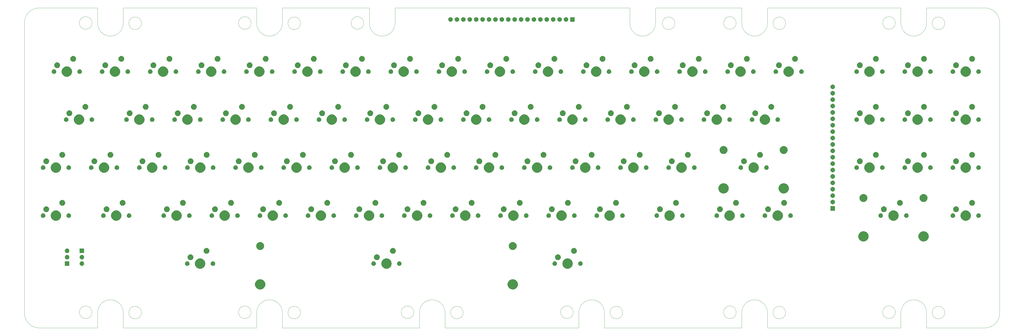
<source format=gts>
G04 #@! TF.GenerationSoftware,KiCad,Pcbnew,(5.1.5)-3*
G04 #@! TF.CreationDate,2020-08-08T22:19:48-04:00*
G04 #@! TF.ProjectId,petkb,7065746b-622e-46b6-9963-61645f706362,rev?*
G04 #@! TF.SameCoordinates,Original*
G04 #@! TF.FileFunction,Soldermask,Top*
G04 #@! TF.FilePolarity,Negative*
%FSLAX46Y46*%
G04 Gerber Fmt 4.6, Leading zero omitted, Abs format (unit mm)*
G04 Created by KiCad (PCBNEW (5.1.5)-3) date 2020-08-08 22:19:48*
%MOMM*%
%LPD*%
G04 APERTURE LIST*
%ADD10C,0.050000*%
%ADD11C,0.100000*%
G04 APERTURE END LIST*
D10*
X256667000Y-27813000D02*
X236474000Y-27813000D01*
X266827000Y-27813000D02*
X300990000Y-27813000D01*
X256667000Y-33909000D02*
X256667000Y-27813000D01*
X266827000Y-27813000D02*
X266827000Y-33909000D01*
X266827000Y-33909000D02*
G75*
G02X256667000Y-33909000I-5080000J0D01*
G01*
X163703000Y-27813000D02*
X183515000Y-27813000D01*
X119126000Y-27813000D02*
X153543000Y-27813000D01*
X151344000Y-33782000D02*
G75*
G03X151344000Y-33782000I-2500000J0D01*
G01*
X163703000Y-33909000D02*
G75*
G02X153543000Y-33909000I-5080000J0D01*
G01*
X253833000Y-148717000D02*
G75*
G03X253833000Y-148717000I-2500000J0D01*
G01*
X43775000Y-148590000D02*
G75*
G03X43775000Y-148590000I-2500000J0D01*
G01*
X274534000Y-33909000D02*
G75*
G03X274534000Y-33909000I-2500000J0D01*
G01*
X361783000Y-33782000D02*
G75*
G03X361783000Y-33782000I-2500000J0D01*
G01*
X381341000Y-33909000D02*
G75*
G03X381341000Y-33909000I-2500000J0D01*
G01*
X298791000Y-33782000D02*
G75*
G03X298791000Y-33782000I-2500000J0D01*
G01*
X318349000Y-33909000D02*
G75*
G03X318349000Y-33909000I-2500000J0D01*
G01*
X106767000Y-33782000D02*
G75*
G03X106767000Y-33782000I-2500000J0D01*
G01*
X126325000Y-33909000D02*
G75*
G03X126325000Y-33909000I-2500000J0D01*
G01*
X63333000Y-148717000D02*
G75*
G03X63333000Y-148717000I-2500000J0D01*
G01*
X171156000Y-148590000D02*
G75*
G03X171156000Y-148590000I-2500000J0D01*
G01*
X190714000Y-148717000D02*
G75*
G03X190714000Y-148717000I-2500000J0D01*
G01*
X298791000Y-148590000D02*
G75*
G03X298791000Y-148590000I-2500000J0D01*
G01*
X318349000Y-148717000D02*
G75*
G03X318349000Y-148717000I-2500000J0D01*
G01*
X43775000Y-33782000D02*
G75*
G03X43775000Y-33782000I-2500000J0D01*
G01*
X63333000Y-33909000D02*
G75*
G03X63333000Y-33909000I-2500000J0D01*
G01*
X106767000Y-148590000D02*
G75*
G03X106767000Y-148590000I-2500000J0D01*
G01*
X126325000Y-148717000D02*
G75*
G03X126325000Y-148717000I-2500000J0D01*
G01*
X234275000Y-148590000D02*
G75*
G03X234275000Y-148590000I-2500000J0D01*
G01*
X361783000Y-148590000D02*
G75*
G03X361783000Y-148590000I-2500000J0D01*
G01*
X381341000Y-148717000D02*
G75*
G03X381341000Y-148717000I-2500000J0D01*
G01*
X397256000Y-27813000D02*
X374142000Y-27813000D01*
X403098000Y-148971000D02*
X403098000Y-33655000D01*
X397256000Y-154813000D02*
X374142000Y-154813000D01*
X22860000Y-154813000D02*
X45974000Y-154813000D01*
X17018000Y-33655000D02*
X17018000Y-148971000D01*
X22860000Y-27813000D02*
X45974000Y-27813000D01*
X17018000Y-33655000D02*
G75*
G02X22860000Y-27813000I5842000J0D01*
G01*
X22860000Y-154813000D02*
G75*
G02X17018000Y-148971000I0J5842000D01*
G01*
X403098000Y-148971000D02*
G75*
G02X397256000Y-154813000I-5842000J0D01*
G01*
X397256000Y-27813000D02*
G75*
G02X403098000Y-33655000I0J-5842000D01*
G01*
X311150000Y-154813000D02*
X363982000Y-154813000D01*
X246634000Y-154813000D02*
X300990000Y-154813000D01*
X183515000Y-154813000D02*
X236474000Y-154813000D01*
X119126000Y-154813000D02*
X173355000Y-154813000D01*
X56134000Y-154813000D02*
X108966000Y-154813000D01*
X374142000Y-148717000D02*
X374142000Y-154813000D01*
X363982000Y-148717000D02*
X363982000Y-154813000D01*
X311150000Y-148717000D02*
X311150000Y-154813000D01*
X300990000Y-148717000D02*
X300990000Y-154813000D01*
X246634000Y-148717000D02*
X246634000Y-154813000D01*
X236474000Y-148717000D02*
X236474000Y-154813000D01*
X183515000Y-148717000D02*
X183515000Y-154813000D01*
X173355000Y-148717000D02*
X173355000Y-154813000D01*
X119126000Y-148717000D02*
X119126000Y-154813000D01*
X108966000Y-148717000D02*
X108966000Y-154813000D01*
X56134000Y-148717000D02*
X56134000Y-154813000D01*
X45974000Y-148717000D02*
X45974000Y-154813000D01*
X45974000Y-148717000D02*
G75*
G02X56134000Y-148717000I5080000J0D01*
G01*
X108966000Y-148717000D02*
G75*
G02X119126000Y-148717000I5080000J0D01*
G01*
X173355000Y-148717000D02*
G75*
G02X183515000Y-148717000I5080000J0D01*
G01*
X236474000Y-148717000D02*
G75*
G02X246634000Y-148717000I5080000J0D01*
G01*
X300990000Y-148717000D02*
G75*
G02X311150000Y-148717000I5080000J0D01*
G01*
X363982000Y-148717000D02*
G75*
G02X374142000Y-148717000I5080000J0D01*
G01*
X311150000Y-27813000D02*
X363982000Y-27813000D01*
X183515000Y-27813000D02*
X236474000Y-27813000D01*
X56134000Y-27813000D02*
X108966000Y-27813000D01*
X108966000Y-33909000D02*
X108966000Y-27813000D01*
X119126000Y-33909000D02*
X119126000Y-27813000D01*
X153543000Y-33909000D02*
X153543000Y-27813000D01*
X163703000Y-33909000D02*
X163703000Y-27813000D01*
X300990000Y-33909000D02*
X300990000Y-27813000D01*
X311150000Y-33909000D02*
X311150000Y-27813000D01*
X45974000Y-33909000D02*
X45974000Y-27813000D01*
X56134000Y-33909000D02*
X56134000Y-27813000D01*
X56134000Y-33909000D02*
G75*
G02X45974000Y-33909000I-5080000J0D01*
G01*
X119126000Y-33909000D02*
G75*
G02X108966000Y-33909000I-5080000J0D01*
G01*
X311150000Y-33909000D02*
G75*
G02X300990000Y-33909000I-5080000J0D01*
G01*
X374142000Y-33909000D02*
G75*
G02X363982000Y-33909000I-5080000J0D01*
G01*
X363982000Y-33909000D02*
X363982000Y-27813000D01*
X374142000Y-33909000D02*
X374142000Y-27813000D01*
D11*
G36*
X210935754Y-135553818D02*
G01*
X211309011Y-135708426D01*
X211309013Y-135708427D01*
X211644936Y-135932884D01*
X211930616Y-136218564D01*
X212155074Y-136554489D01*
X212309682Y-136927746D01*
X212388500Y-137323993D01*
X212388500Y-137728007D01*
X212309682Y-138124254D01*
X212155074Y-138497511D01*
X212155073Y-138497513D01*
X211930616Y-138833436D01*
X211644936Y-139119116D01*
X211309013Y-139343573D01*
X211309012Y-139343574D01*
X211309011Y-139343574D01*
X210935754Y-139498182D01*
X210539507Y-139577000D01*
X210135493Y-139577000D01*
X209739246Y-139498182D01*
X209365989Y-139343574D01*
X209365988Y-139343574D01*
X209365987Y-139343573D01*
X209030064Y-139119116D01*
X208744384Y-138833436D01*
X208519927Y-138497513D01*
X208519926Y-138497511D01*
X208365318Y-138124254D01*
X208286500Y-137728007D01*
X208286500Y-137323993D01*
X208365318Y-136927746D01*
X208519926Y-136554489D01*
X208744384Y-136218564D01*
X209030064Y-135932884D01*
X209365987Y-135708427D01*
X209365989Y-135708426D01*
X209739246Y-135553818D01*
X210135493Y-135475000D01*
X210539507Y-135475000D01*
X210935754Y-135553818D01*
G37*
G36*
X110935754Y-135553818D02*
G01*
X111309011Y-135708426D01*
X111309013Y-135708427D01*
X111644936Y-135932884D01*
X111930616Y-136218564D01*
X112155074Y-136554489D01*
X112309682Y-136927746D01*
X112388500Y-137323993D01*
X112388500Y-137728007D01*
X112309682Y-138124254D01*
X112155074Y-138497511D01*
X112155073Y-138497513D01*
X111930616Y-138833436D01*
X111644936Y-139119116D01*
X111309013Y-139343573D01*
X111309012Y-139343574D01*
X111309011Y-139343574D01*
X110935754Y-139498182D01*
X110539507Y-139577000D01*
X110135493Y-139577000D01*
X109739246Y-139498182D01*
X109365989Y-139343574D01*
X109365988Y-139343574D01*
X109365987Y-139343573D01*
X109030064Y-139119116D01*
X108744384Y-138833436D01*
X108519927Y-138497513D01*
X108519926Y-138497511D01*
X108365318Y-138124254D01*
X108286500Y-137728007D01*
X108286500Y-137323993D01*
X108365318Y-136927746D01*
X108519926Y-136554489D01*
X108744384Y-136218564D01*
X109030064Y-135932884D01*
X109365987Y-135708427D01*
X109365989Y-135708426D01*
X109739246Y-135553818D01*
X110135493Y-135475000D01*
X110539507Y-135475000D01*
X110935754Y-135553818D01*
G37*
G36*
X160935754Y-127313818D02*
G01*
X161309011Y-127468426D01*
X161309013Y-127468427D01*
X161576266Y-127647000D01*
X161644936Y-127692884D01*
X161930616Y-127978564D01*
X162155074Y-128314489D01*
X162309682Y-128687746D01*
X162388500Y-129083993D01*
X162388500Y-129488007D01*
X162309682Y-129884254D01*
X162155074Y-130257511D01*
X162155073Y-130257513D01*
X161930616Y-130593436D01*
X161644936Y-130879116D01*
X161309013Y-131103573D01*
X161309012Y-131103574D01*
X161309011Y-131103574D01*
X160935754Y-131258182D01*
X160539507Y-131337000D01*
X160135493Y-131337000D01*
X159739246Y-131258182D01*
X159365989Y-131103574D01*
X159365988Y-131103574D01*
X159365987Y-131103573D01*
X159030064Y-130879116D01*
X158744384Y-130593436D01*
X158519927Y-130257513D01*
X158519926Y-130257511D01*
X158365318Y-129884254D01*
X158286500Y-129488007D01*
X158286500Y-129083993D01*
X158365318Y-128687746D01*
X158519926Y-128314489D01*
X158744384Y-127978564D01*
X159030064Y-127692884D01*
X159098734Y-127647000D01*
X159365987Y-127468427D01*
X159365989Y-127468426D01*
X159739246Y-127313818D01*
X160135493Y-127235000D01*
X160539507Y-127235000D01*
X160935754Y-127313818D01*
G37*
G36*
X87148754Y-127313818D02*
G01*
X87522011Y-127468426D01*
X87522013Y-127468427D01*
X87789266Y-127647000D01*
X87857936Y-127692884D01*
X88143616Y-127978564D01*
X88368074Y-128314489D01*
X88522682Y-128687746D01*
X88601500Y-129083993D01*
X88601500Y-129488007D01*
X88522682Y-129884254D01*
X88368074Y-130257511D01*
X88368073Y-130257513D01*
X88143616Y-130593436D01*
X87857936Y-130879116D01*
X87522013Y-131103573D01*
X87522012Y-131103574D01*
X87522011Y-131103574D01*
X87148754Y-131258182D01*
X86752507Y-131337000D01*
X86348493Y-131337000D01*
X85952246Y-131258182D01*
X85578989Y-131103574D01*
X85578988Y-131103574D01*
X85578987Y-131103573D01*
X85243064Y-130879116D01*
X84957384Y-130593436D01*
X84732927Y-130257513D01*
X84732926Y-130257511D01*
X84578318Y-129884254D01*
X84499500Y-129488007D01*
X84499500Y-129083993D01*
X84578318Y-128687746D01*
X84732926Y-128314489D01*
X84957384Y-127978564D01*
X85243064Y-127692884D01*
X85311734Y-127647000D01*
X85578987Y-127468427D01*
X85578989Y-127468426D01*
X85952246Y-127313818D01*
X86348493Y-127235000D01*
X86752507Y-127235000D01*
X87148754Y-127313818D01*
G37*
G36*
X232627254Y-127313818D02*
G01*
X233000511Y-127468426D01*
X233000513Y-127468427D01*
X233267766Y-127647000D01*
X233336436Y-127692884D01*
X233622116Y-127978564D01*
X233846574Y-128314489D01*
X234001182Y-128687746D01*
X234080000Y-129083993D01*
X234080000Y-129488007D01*
X234001182Y-129884254D01*
X233846574Y-130257511D01*
X233846573Y-130257513D01*
X233622116Y-130593436D01*
X233336436Y-130879116D01*
X233000513Y-131103573D01*
X233000512Y-131103574D01*
X233000511Y-131103574D01*
X232627254Y-131258182D01*
X232231007Y-131337000D01*
X231826993Y-131337000D01*
X231430746Y-131258182D01*
X231057489Y-131103574D01*
X231057488Y-131103574D01*
X231057487Y-131103573D01*
X230721564Y-130879116D01*
X230435884Y-130593436D01*
X230211427Y-130257513D01*
X230211426Y-130257511D01*
X230056818Y-129884254D01*
X229978000Y-129488007D01*
X229978000Y-129083993D01*
X230056818Y-128687746D01*
X230211426Y-128314489D01*
X230435884Y-127978564D01*
X230721564Y-127692884D01*
X230790234Y-127647000D01*
X231057487Y-127468427D01*
X231057489Y-127468426D01*
X231430746Y-127313818D01*
X231826993Y-127235000D01*
X232231007Y-127235000D01*
X232627254Y-127313818D01*
G37*
G36*
X237222512Y-128389927D02*
G01*
X237371812Y-128419624D01*
X237535784Y-128487544D01*
X237683354Y-128586147D01*
X237808853Y-128711646D01*
X237907456Y-128859216D01*
X237975376Y-129023188D01*
X238010000Y-129197259D01*
X238010000Y-129374741D01*
X237975376Y-129548812D01*
X237907456Y-129712784D01*
X237808853Y-129860354D01*
X237683354Y-129985853D01*
X237535784Y-130084456D01*
X237371812Y-130152376D01*
X237222512Y-130182073D01*
X237197742Y-130187000D01*
X237020258Y-130187000D01*
X236995488Y-130182073D01*
X236846188Y-130152376D01*
X236682216Y-130084456D01*
X236534646Y-129985853D01*
X236409147Y-129860354D01*
X236310544Y-129712784D01*
X236242624Y-129548812D01*
X236208000Y-129374741D01*
X236208000Y-129197259D01*
X236242624Y-129023188D01*
X236310544Y-128859216D01*
X236409147Y-128711646D01*
X236534646Y-128586147D01*
X236682216Y-128487544D01*
X236846188Y-128419624D01*
X236995488Y-128389927D01*
X237020258Y-128385000D01*
X237197742Y-128385000D01*
X237222512Y-128389927D01*
G37*
G36*
X227062512Y-128389927D02*
G01*
X227211812Y-128419624D01*
X227375784Y-128487544D01*
X227523354Y-128586147D01*
X227648853Y-128711646D01*
X227747456Y-128859216D01*
X227815376Y-129023188D01*
X227850000Y-129197259D01*
X227850000Y-129374741D01*
X227815376Y-129548812D01*
X227747456Y-129712784D01*
X227648853Y-129860354D01*
X227523354Y-129985853D01*
X227375784Y-130084456D01*
X227211812Y-130152376D01*
X227062512Y-130182073D01*
X227037742Y-130187000D01*
X226860258Y-130187000D01*
X226835488Y-130182073D01*
X226686188Y-130152376D01*
X226522216Y-130084456D01*
X226374646Y-129985853D01*
X226249147Y-129860354D01*
X226150544Y-129712784D01*
X226082624Y-129548812D01*
X226048000Y-129374741D01*
X226048000Y-129197259D01*
X226082624Y-129023188D01*
X226150544Y-128859216D01*
X226249147Y-128711646D01*
X226374646Y-128586147D01*
X226522216Y-128487544D01*
X226686188Y-128419624D01*
X226835488Y-128389927D01*
X226860258Y-128385000D01*
X227037742Y-128385000D01*
X227062512Y-128389927D01*
G37*
G36*
X34810000Y-130187000D02*
G01*
X33008000Y-130187000D01*
X33008000Y-128385000D01*
X34810000Y-128385000D01*
X34810000Y-130187000D01*
G37*
G36*
X81584012Y-128389927D02*
G01*
X81733312Y-128419624D01*
X81897284Y-128487544D01*
X82044854Y-128586147D01*
X82170353Y-128711646D01*
X82268956Y-128859216D01*
X82336876Y-129023188D01*
X82371500Y-129197259D01*
X82371500Y-129374741D01*
X82336876Y-129548812D01*
X82268956Y-129712784D01*
X82170353Y-129860354D01*
X82044854Y-129985853D01*
X81897284Y-130084456D01*
X81733312Y-130152376D01*
X81584012Y-130182073D01*
X81559242Y-130187000D01*
X81381758Y-130187000D01*
X81356988Y-130182073D01*
X81207688Y-130152376D01*
X81043716Y-130084456D01*
X80896146Y-129985853D01*
X80770647Y-129860354D01*
X80672044Y-129712784D01*
X80604124Y-129548812D01*
X80569500Y-129374741D01*
X80569500Y-129197259D01*
X80604124Y-129023188D01*
X80672044Y-128859216D01*
X80770647Y-128711646D01*
X80896146Y-128586147D01*
X81043716Y-128487544D01*
X81207688Y-128419624D01*
X81356988Y-128389927D01*
X81381758Y-128385000D01*
X81559242Y-128385000D01*
X81584012Y-128389927D01*
G37*
G36*
X91744012Y-128389927D02*
G01*
X91893312Y-128419624D01*
X92057284Y-128487544D01*
X92204854Y-128586147D01*
X92330353Y-128711646D01*
X92428956Y-128859216D01*
X92496876Y-129023188D01*
X92531500Y-129197259D01*
X92531500Y-129374741D01*
X92496876Y-129548812D01*
X92428956Y-129712784D01*
X92330353Y-129860354D01*
X92204854Y-129985853D01*
X92057284Y-130084456D01*
X91893312Y-130152376D01*
X91744012Y-130182073D01*
X91719242Y-130187000D01*
X91541758Y-130187000D01*
X91516988Y-130182073D01*
X91367688Y-130152376D01*
X91203716Y-130084456D01*
X91056146Y-129985853D01*
X90930647Y-129860354D01*
X90832044Y-129712784D01*
X90764124Y-129548812D01*
X90729500Y-129374741D01*
X90729500Y-129197259D01*
X90764124Y-129023188D01*
X90832044Y-128859216D01*
X90930647Y-128711646D01*
X91056146Y-128586147D01*
X91203716Y-128487544D01*
X91367688Y-128419624D01*
X91516988Y-128389927D01*
X91541758Y-128385000D01*
X91719242Y-128385000D01*
X91744012Y-128389927D01*
G37*
G36*
X155371012Y-128389927D02*
G01*
X155520312Y-128419624D01*
X155684284Y-128487544D01*
X155831854Y-128586147D01*
X155957353Y-128711646D01*
X156055956Y-128859216D01*
X156123876Y-129023188D01*
X156158500Y-129197259D01*
X156158500Y-129374741D01*
X156123876Y-129548812D01*
X156055956Y-129712784D01*
X155957353Y-129860354D01*
X155831854Y-129985853D01*
X155684284Y-130084456D01*
X155520312Y-130152376D01*
X155371012Y-130182073D01*
X155346242Y-130187000D01*
X155168758Y-130187000D01*
X155143988Y-130182073D01*
X154994688Y-130152376D01*
X154830716Y-130084456D01*
X154683146Y-129985853D01*
X154557647Y-129860354D01*
X154459044Y-129712784D01*
X154391124Y-129548812D01*
X154356500Y-129374741D01*
X154356500Y-129197259D01*
X154391124Y-129023188D01*
X154459044Y-128859216D01*
X154557647Y-128711646D01*
X154683146Y-128586147D01*
X154830716Y-128487544D01*
X154994688Y-128419624D01*
X155143988Y-128389927D01*
X155168758Y-128385000D01*
X155346242Y-128385000D01*
X155371012Y-128389927D01*
G37*
G36*
X165531012Y-128389927D02*
G01*
X165680312Y-128419624D01*
X165844284Y-128487544D01*
X165991854Y-128586147D01*
X166117353Y-128711646D01*
X166215956Y-128859216D01*
X166283876Y-129023188D01*
X166318500Y-129197259D01*
X166318500Y-129374741D01*
X166283876Y-129548812D01*
X166215956Y-129712784D01*
X166117353Y-129860354D01*
X165991854Y-129985853D01*
X165844284Y-130084456D01*
X165680312Y-130152376D01*
X165531012Y-130182073D01*
X165506242Y-130187000D01*
X165328758Y-130187000D01*
X165303988Y-130182073D01*
X165154688Y-130152376D01*
X164990716Y-130084456D01*
X164843146Y-129985853D01*
X164717647Y-129860354D01*
X164619044Y-129712784D01*
X164551124Y-129548812D01*
X164516500Y-129374741D01*
X164516500Y-129197259D01*
X164551124Y-129023188D01*
X164619044Y-128859216D01*
X164717647Y-128711646D01*
X164843146Y-128586147D01*
X164990716Y-128487544D01*
X165154688Y-128419624D01*
X165303988Y-128389927D01*
X165328758Y-128385000D01*
X165506242Y-128385000D01*
X165531012Y-128389927D01*
G37*
G36*
X39864512Y-128389927D02*
G01*
X40013812Y-128419624D01*
X40177784Y-128487544D01*
X40325354Y-128586147D01*
X40450853Y-128711646D01*
X40549456Y-128859216D01*
X40617376Y-129023188D01*
X40652000Y-129197259D01*
X40652000Y-129374741D01*
X40617376Y-129548812D01*
X40549456Y-129712784D01*
X40450853Y-129860354D01*
X40325354Y-129985853D01*
X40177784Y-130084456D01*
X40013812Y-130152376D01*
X39864512Y-130182073D01*
X39839742Y-130187000D01*
X39662258Y-130187000D01*
X39637488Y-130182073D01*
X39488188Y-130152376D01*
X39324216Y-130084456D01*
X39176646Y-129985853D01*
X39051147Y-129860354D01*
X38952544Y-129712784D01*
X38884624Y-129548812D01*
X38850000Y-129374741D01*
X38850000Y-129197259D01*
X38884624Y-129023188D01*
X38952544Y-128859216D01*
X39051147Y-128711646D01*
X39176646Y-128586147D01*
X39324216Y-128487544D01*
X39488188Y-128419624D01*
X39637488Y-128389927D01*
X39662258Y-128385000D01*
X39839742Y-128385000D01*
X39864512Y-128389927D01*
G37*
G36*
X228443549Y-125617116D02*
G01*
X228554734Y-125639232D01*
X228764203Y-125725997D01*
X228952720Y-125851960D01*
X229113040Y-126012280D01*
X229239003Y-126200797D01*
X229325768Y-126410266D01*
X229370000Y-126632636D01*
X229370000Y-126859364D01*
X229325768Y-127081734D01*
X229239003Y-127291203D01*
X229113040Y-127479720D01*
X228952720Y-127640040D01*
X228764203Y-127766003D01*
X228554734Y-127852768D01*
X228443549Y-127874884D01*
X228332365Y-127897000D01*
X228105635Y-127897000D01*
X227994451Y-127874884D01*
X227883266Y-127852768D01*
X227673797Y-127766003D01*
X227485280Y-127640040D01*
X227324960Y-127479720D01*
X227198997Y-127291203D01*
X227112232Y-127081734D01*
X227068000Y-126859364D01*
X227068000Y-126632636D01*
X227112232Y-126410266D01*
X227198997Y-126200797D01*
X227324960Y-126012280D01*
X227485280Y-125851960D01*
X227673797Y-125725997D01*
X227883266Y-125639232D01*
X227994451Y-125617116D01*
X228105635Y-125595000D01*
X228332365Y-125595000D01*
X228443549Y-125617116D01*
G37*
G36*
X82965049Y-125617116D02*
G01*
X83076234Y-125639232D01*
X83285703Y-125725997D01*
X83474220Y-125851960D01*
X83634540Y-126012280D01*
X83760503Y-126200797D01*
X83847268Y-126410266D01*
X83891500Y-126632636D01*
X83891500Y-126859364D01*
X83847268Y-127081734D01*
X83760503Y-127291203D01*
X83634540Y-127479720D01*
X83474220Y-127640040D01*
X83285703Y-127766003D01*
X83076234Y-127852768D01*
X82965049Y-127874884D01*
X82853865Y-127897000D01*
X82627135Y-127897000D01*
X82515951Y-127874884D01*
X82404766Y-127852768D01*
X82195297Y-127766003D01*
X82006780Y-127640040D01*
X81846460Y-127479720D01*
X81720497Y-127291203D01*
X81633732Y-127081734D01*
X81589500Y-126859364D01*
X81589500Y-126632636D01*
X81633732Y-126410266D01*
X81720497Y-126200797D01*
X81846460Y-126012280D01*
X82006780Y-125851960D01*
X82195297Y-125725997D01*
X82404766Y-125639232D01*
X82515951Y-125617116D01*
X82627135Y-125595000D01*
X82853865Y-125595000D01*
X82965049Y-125617116D01*
G37*
G36*
X156752049Y-125617116D02*
G01*
X156863234Y-125639232D01*
X157072703Y-125725997D01*
X157261220Y-125851960D01*
X157421540Y-126012280D01*
X157547503Y-126200797D01*
X157634268Y-126410266D01*
X157678500Y-126632636D01*
X157678500Y-126859364D01*
X157634268Y-127081734D01*
X157547503Y-127291203D01*
X157421540Y-127479720D01*
X157261220Y-127640040D01*
X157072703Y-127766003D01*
X156863234Y-127852768D01*
X156752049Y-127874884D01*
X156640865Y-127897000D01*
X156414135Y-127897000D01*
X156302951Y-127874884D01*
X156191766Y-127852768D01*
X155982297Y-127766003D01*
X155793780Y-127640040D01*
X155633460Y-127479720D01*
X155507497Y-127291203D01*
X155420732Y-127081734D01*
X155376500Y-126859364D01*
X155376500Y-126632636D01*
X155420732Y-126410266D01*
X155507497Y-126200797D01*
X155633460Y-126012280D01*
X155793780Y-125851960D01*
X155982297Y-125725997D01*
X156191766Y-125639232D01*
X156302951Y-125617116D01*
X156414135Y-125595000D01*
X156640865Y-125595000D01*
X156752049Y-125617116D01*
G37*
G36*
X39864512Y-125849927D02*
G01*
X40013812Y-125879624D01*
X40177784Y-125947544D01*
X40325354Y-126046147D01*
X40450853Y-126171646D01*
X40549456Y-126319216D01*
X40617376Y-126483188D01*
X40652000Y-126657259D01*
X40652000Y-126834741D01*
X40617376Y-127008812D01*
X40549456Y-127172784D01*
X40450853Y-127320354D01*
X40325354Y-127445853D01*
X40177784Y-127544456D01*
X40013812Y-127612376D01*
X39874732Y-127640040D01*
X39839742Y-127647000D01*
X39662258Y-127647000D01*
X39627268Y-127640040D01*
X39488188Y-127612376D01*
X39324216Y-127544456D01*
X39176646Y-127445853D01*
X39051147Y-127320354D01*
X38952544Y-127172784D01*
X38884624Y-127008812D01*
X38850000Y-126834741D01*
X38850000Y-126657259D01*
X38884624Y-126483188D01*
X38952544Y-126319216D01*
X39051147Y-126171646D01*
X39176646Y-126046147D01*
X39324216Y-125947544D01*
X39488188Y-125879624D01*
X39637488Y-125849927D01*
X39662258Y-125845000D01*
X39839742Y-125845000D01*
X39864512Y-125849927D01*
G37*
G36*
X34022512Y-125849927D02*
G01*
X34171812Y-125879624D01*
X34335784Y-125947544D01*
X34483354Y-126046147D01*
X34608853Y-126171646D01*
X34707456Y-126319216D01*
X34775376Y-126483188D01*
X34810000Y-126657259D01*
X34810000Y-126834741D01*
X34775376Y-127008812D01*
X34707456Y-127172784D01*
X34608853Y-127320354D01*
X34483354Y-127445853D01*
X34335784Y-127544456D01*
X34171812Y-127612376D01*
X34032732Y-127640040D01*
X33997742Y-127647000D01*
X33820258Y-127647000D01*
X33785268Y-127640040D01*
X33646188Y-127612376D01*
X33482216Y-127544456D01*
X33334646Y-127445853D01*
X33209147Y-127320354D01*
X33110544Y-127172784D01*
X33042624Y-127008812D01*
X33008000Y-126834741D01*
X33008000Y-126657259D01*
X33042624Y-126483188D01*
X33110544Y-126319216D01*
X33209147Y-126171646D01*
X33334646Y-126046147D01*
X33482216Y-125947544D01*
X33646188Y-125879624D01*
X33795488Y-125849927D01*
X33820258Y-125845000D01*
X33997742Y-125845000D01*
X34022512Y-125849927D01*
G37*
G36*
X163102049Y-123077116D02*
G01*
X163213234Y-123099232D01*
X163422703Y-123185997D01*
X163611220Y-123311960D01*
X163771540Y-123472280D01*
X163897503Y-123660797D01*
X163984268Y-123870266D01*
X164028500Y-124092636D01*
X164028500Y-124319364D01*
X163984268Y-124541734D01*
X163897503Y-124751203D01*
X163771540Y-124939720D01*
X163611220Y-125100040D01*
X163422703Y-125226003D01*
X163213234Y-125312768D01*
X163102049Y-125334884D01*
X162990865Y-125357000D01*
X162764135Y-125357000D01*
X162652951Y-125334884D01*
X162541766Y-125312768D01*
X162332297Y-125226003D01*
X162143780Y-125100040D01*
X161983460Y-124939720D01*
X161857497Y-124751203D01*
X161770732Y-124541734D01*
X161726500Y-124319364D01*
X161726500Y-124092636D01*
X161770732Y-123870266D01*
X161857497Y-123660797D01*
X161983460Y-123472280D01*
X162143780Y-123311960D01*
X162332297Y-123185997D01*
X162541766Y-123099232D01*
X162652951Y-123077116D01*
X162764135Y-123055000D01*
X162990865Y-123055000D01*
X163102049Y-123077116D01*
G37*
G36*
X89315049Y-123077116D02*
G01*
X89426234Y-123099232D01*
X89635703Y-123185997D01*
X89824220Y-123311960D01*
X89984540Y-123472280D01*
X90110503Y-123660797D01*
X90197268Y-123870266D01*
X90241500Y-124092636D01*
X90241500Y-124319364D01*
X90197268Y-124541734D01*
X90110503Y-124751203D01*
X89984540Y-124939720D01*
X89824220Y-125100040D01*
X89635703Y-125226003D01*
X89426234Y-125312768D01*
X89315049Y-125334884D01*
X89203865Y-125357000D01*
X88977135Y-125357000D01*
X88865951Y-125334884D01*
X88754766Y-125312768D01*
X88545297Y-125226003D01*
X88356780Y-125100040D01*
X88196460Y-124939720D01*
X88070497Y-124751203D01*
X87983732Y-124541734D01*
X87939500Y-124319364D01*
X87939500Y-124092636D01*
X87983732Y-123870266D01*
X88070497Y-123660797D01*
X88196460Y-123472280D01*
X88356780Y-123311960D01*
X88545297Y-123185997D01*
X88754766Y-123099232D01*
X88865951Y-123077116D01*
X88977135Y-123055000D01*
X89203865Y-123055000D01*
X89315049Y-123077116D01*
G37*
G36*
X234793549Y-123077116D02*
G01*
X234904734Y-123099232D01*
X235114203Y-123185997D01*
X235302720Y-123311960D01*
X235463040Y-123472280D01*
X235589003Y-123660797D01*
X235675768Y-123870266D01*
X235720000Y-124092636D01*
X235720000Y-124319364D01*
X235675768Y-124541734D01*
X235589003Y-124751203D01*
X235463040Y-124939720D01*
X235302720Y-125100040D01*
X235114203Y-125226003D01*
X234904734Y-125312768D01*
X234793549Y-125334884D01*
X234682365Y-125357000D01*
X234455635Y-125357000D01*
X234344451Y-125334884D01*
X234233266Y-125312768D01*
X234023797Y-125226003D01*
X233835280Y-125100040D01*
X233674960Y-124939720D01*
X233548997Y-124751203D01*
X233462232Y-124541734D01*
X233418000Y-124319364D01*
X233418000Y-124092636D01*
X233462232Y-123870266D01*
X233548997Y-123660797D01*
X233674960Y-123472280D01*
X233835280Y-123311960D01*
X234023797Y-123185997D01*
X234233266Y-123099232D01*
X234344451Y-123077116D01*
X234455635Y-123055000D01*
X234682365Y-123055000D01*
X234793549Y-123077116D01*
G37*
G36*
X40652000Y-125107000D02*
G01*
X38850000Y-125107000D01*
X38850000Y-123305000D01*
X40652000Y-123305000D01*
X40652000Y-125107000D01*
G37*
G36*
X34022512Y-123309927D02*
G01*
X34171812Y-123339624D01*
X34335784Y-123407544D01*
X34483354Y-123506147D01*
X34608853Y-123631646D01*
X34707456Y-123779216D01*
X34775376Y-123943188D01*
X34810000Y-124117259D01*
X34810000Y-124294741D01*
X34775376Y-124468812D01*
X34707456Y-124632784D01*
X34608853Y-124780354D01*
X34483354Y-124905853D01*
X34335784Y-125004456D01*
X34171812Y-125072376D01*
X34032732Y-125100040D01*
X33997742Y-125107000D01*
X33820258Y-125107000D01*
X33785268Y-125100040D01*
X33646188Y-125072376D01*
X33482216Y-125004456D01*
X33334646Y-124905853D01*
X33209147Y-124780354D01*
X33110544Y-124632784D01*
X33042624Y-124468812D01*
X33008000Y-124294741D01*
X33008000Y-124117259D01*
X33042624Y-123943188D01*
X33110544Y-123779216D01*
X33209147Y-123631646D01*
X33334646Y-123506147D01*
X33482216Y-123407544D01*
X33646188Y-123339624D01*
X33795488Y-123309927D01*
X33820258Y-123305000D01*
X33997742Y-123305000D01*
X34022512Y-123309927D01*
G37*
G36*
X210568583Y-120725090D02*
G01*
X210797202Y-120770564D01*
X211084016Y-120889367D01*
X211342142Y-121061841D01*
X211561659Y-121281358D01*
X211734133Y-121539484D01*
X211852936Y-121826298D01*
X211913500Y-122130778D01*
X211913500Y-122441222D01*
X211852936Y-122745702D01*
X211734133Y-123032516D01*
X211561659Y-123290642D01*
X211342142Y-123510159D01*
X211084016Y-123682633D01*
X210797202Y-123801436D01*
X210568583Y-123846910D01*
X210492724Y-123862000D01*
X210182276Y-123862000D01*
X210106417Y-123846910D01*
X209877798Y-123801436D01*
X209590984Y-123682633D01*
X209332858Y-123510159D01*
X209113341Y-123290642D01*
X208940867Y-123032516D01*
X208822064Y-122745702D01*
X208761500Y-122441222D01*
X208761500Y-122130778D01*
X208822064Y-121826298D01*
X208940867Y-121539484D01*
X209113341Y-121281358D01*
X209332858Y-121061841D01*
X209590984Y-120889367D01*
X209877798Y-120770564D01*
X210106417Y-120725090D01*
X210182276Y-120710000D01*
X210492724Y-120710000D01*
X210568583Y-120725090D01*
G37*
G36*
X110568583Y-120725090D02*
G01*
X110797202Y-120770564D01*
X111084016Y-120889367D01*
X111342142Y-121061841D01*
X111561659Y-121281358D01*
X111734133Y-121539484D01*
X111852936Y-121826298D01*
X111913500Y-122130778D01*
X111913500Y-122441222D01*
X111852936Y-122745702D01*
X111734133Y-123032516D01*
X111561659Y-123290642D01*
X111342142Y-123510159D01*
X111084016Y-123682633D01*
X110797202Y-123801436D01*
X110568583Y-123846910D01*
X110492724Y-123862000D01*
X110182276Y-123862000D01*
X110106417Y-123846910D01*
X109877798Y-123801436D01*
X109590984Y-123682633D01*
X109332858Y-123510159D01*
X109113341Y-123290642D01*
X108940867Y-123032516D01*
X108822064Y-122745702D01*
X108761500Y-122441222D01*
X108761500Y-122130778D01*
X108822064Y-121826298D01*
X108940867Y-121539484D01*
X109113341Y-121281358D01*
X109332858Y-121061841D01*
X109590984Y-120889367D01*
X109877798Y-120770564D01*
X110106417Y-120725090D01*
X110182276Y-120710000D01*
X110492724Y-120710000D01*
X110568583Y-120725090D01*
G37*
G36*
X349759254Y-116503818D02*
G01*
X350132511Y-116658426D01*
X350132513Y-116658427D01*
X350468436Y-116882884D01*
X350754116Y-117168564D01*
X350978574Y-117504489D01*
X351133182Y-117877746D01*
X351212000Y-118273993D01*
X351212000Y-118678007D01*
X351133182Y-119074254D01*
X350978574Y-119447511D01*
X350978573Y-119447513D01*
X350754116Y-119783436D01*
X350468436Y-120069116D01*
X350132513Y-120293573D01*
X350132512Y-120293574D01*
X350132511Y-120293574D01*
X349759254Y-120448182D01*
X349363007Y-120527000D01*
X348958993Y-120527000D01*
X348562746Y-120448182D01*
X348189489Y-120293574D01*
X348189488Y-120293574D01*
X348189487Y-120293573D01*
X347853564Y-120069116D01*
X347567884Y-119783436D01*
X347343427Y-119447513D01*
X347343426Y-119447511D01*
X347188818Y-119074254D01*
X347110000Y-118678007D01*
X347110000Y-118273993D01*
X347188818Y-117877746D01*
X347343426Y-117504489D01*
X347567884Y-117168564D01*
X347853564Y-116882884D01*
X348189487Y-116658427D01*
X348189489Y-116658426D01*
X348562746Y-116503818D01*
X348958993Y-116425000D01*
X349363007Y-116425000D01*
X349759254Y-116503818D01*
G37*
G36*
X373559254Y-116503818D02*
G01*
X373932511Y-116658426D01*
X373932513Y-116658427D01*
X374268436Y-116882884D01*
X374554116Y-117168564D01*
X374778574Y-117504489D01*
X374933182Y-117877746D01*
X375012000Y-118273993D01*
X375012000Y-118678007D01*
X374933182Y-119074254D01*
X374778574Y-119447511D01*
X374778573Y-119447513D01*
X374554116Y-119783436D01*
X374268436Y-120069116D01*
X373932513Y-120293573D01*
X373932512Y-120293574D01*
X373932511Y-120293574D01*
X373559254Y-120448182D01*
X373163007Y-120527000D01*
X372758993Y-120527000D01*
X372362746Y-120448182D01*
X371989489Y-120293574D01*
X371989488Y-120293574D01*
X371989487Y-120293573D01*
X371653564Y-120069116D01*
X371367884Y-119783436D01*
X371143427Y-119447513D01*
X371143426Y-119447511D01*
X370988818Y-119074254D01*
X370910000Y-118678007D01*
X370910000Y-118273993D01*
X370988818Y-117877746D01*
X371143426Y-117504489D01*
X371367884Y-117168564D01*
X371653564Y-116882884D01*
X371989487Y-116658427D01*
X371989489Y-116658426D01*
X372362746Y-116503818D01*
X372758993Y-116425000D01*
X373163007Y-116425000D01*
X373559254Y-116503818D01*
G37*
G36*
X53938254Y-108263818D02*
G01*
X54311511Y-108418426D01*
X54311513Y-108418427D01*
X54647436Y-108642884D01*
X54933116Y-108928564D01*
X55157574Y-109264489D01*
X55312182Y-109637746D01*
X55391000Y-110033993D01*
X55391000Y-110438007D01*
X55312182Y-110834254D01*
X55157574Y-111207511D01*
X55157573Y-111207513D01*
X54933116Y-111543436D01*
X54647436Y-111829116D01*
X54311513Y-112053573D01*
X54311512Y-112053574D01*
X54311511Y-112053574D01*
X53938254Y-112208182D01*
X53542007Y-112287000D01*
X53137993Y-112287000D01*
X52741746Y-112208182D01*
X52368489Y-112053574D01*
X52368488Y-112053574D01*
X52368487Y-112053573D01*
X52032564Y-111829116D01*
X51746884Y-111543436D01*
X51522427Y-111207513D01*
X51522426Y-111207511D01*
X51367818Y-110834254D01*
X51289000Y-110438007D01*
X51289000Y-110033993D01*
X51367818Y-109637746D01*
X51522426Y-109264489D01*
X51746884Y-108928564D01*
X52032564Y-108642884D01*
X52368487Y-108418427D01*
X52368489Y-108418426D01*
X52741746Y-108263818D01*
X53137993Y-108185000D01*
X53542007Y-108185000D01*
X53938254Y-108263818D01*
G37*
G36*
X115914254Y-108263818D02*
G01*
X116287511Y-108418426D01*
X116287513Y-108418427D01*
X116623436Y-108642884D01*
X116909116Y-108928564D01*
X117133574Y-109264489D01*
X117288182Y-109637746D01*
X117367000Y-110033993D01*
X117367000Y-110438007D01*
X117288182Y-110834254D01*
X117133574Y-111207511D01*
X117133573Y-111207513D01*
X116909116Y-111543436D01*
X116623436Y-111829116D01*
X116287513Y-112053573D01*
X116287512Y-112053574D01*
X116287511Y-112053574D01*
X115914254Y-112208182D01*
X115518007Y-112287000D01*
X115113993Y-112287000D01*
X114717746Y-112208182D01*
X114344489Y-112053574D01*
X114344488Y-112053574D01*
X114344487Y-112053573D01*
X114008564Y-111829116D01*
X113722884Y-111543436D01*
X113498427Y-111207513D01*
X113498426Y-111207511D01*
X113343818Y-110834254D01*
X113265000Y-110438007D01*
X113265000Y-110033993D01*
X113343818Y-109637746D01*
X113498426Y-109264489D01*
X113722884Y-108928564D01*
X114008564Y-108642884D01*
X114344487Y-108418427D01*
X114344489Y-108418426D01*
X114717746Y-108263818D01*
X115113993Y-108185000D01*
X115518007Y-108185000D01*
X115914254Y-108263818D01*
G37*
G36*
X173064254Y-108263818D02*
G01*
X173437511Y-108418426D01*
X173437513Y-108418427D01*
X173773436Y-108642884D01*
X174059116Y-108928564D01*
X174283574Y-109264489D01*
X174438182Y-109637746D01*
X174517000Y-110033993D01*
X174517000Y-110438007D01*
X174438182Y-110834254D01*
X174283574Y-111207511D01*
X174283573Y-111207513D01*
X174059116Y-111543436D01*
X173773436Y-111829116D01*
X173437513Y-112053573D01*
X173437512Y-112053574D01*
X173437511Y-112053574D01*
X173064254Y-112208182D01*
X172668007Y-112287000D01*
X172263993Y-112287000D01*
X171867746Y-112208182D01*
X171494489Y-112053574D01*
X171494488Y-112053574D01*
X171494487Y-112053573D01*
X171158564Y-111829116D01*
X170872884Y-111543436D01*
X170648427Y-111207513D01*
X170648426Y-111207511D01*
X170493818Y-110834254D01*
X170415000Y-110438007D01*
X170415000Y-110033993D01*
X170493818Y-109637746D01*
X170648426Y-109264489D01*
X170872884Y-108928564D01*
X171158564Y-108642884D01*
X171494487Y-108418427D01*
X171494489Y-108418426D01*
X171867746Y-108263818D01*
X172263993Y-108185000D01*
X172668007Y-108185000D01*
X173064254Y-108263818D01*
G37*
G36*
X230214254Y-108263818D02*
G01*
X230587511Y-108418426D01*
X230587513Y-108418427D01*
X230923436Y-108642884D01*
X231209116Y-108928564D01*
X231433574Y-109264489D01*
X231588182Y-109637746D01*
X231667000Y-110033993D01*
X231667000Y-110438007D01*
X231588182Y-110834254D01*
X231433574Y-111207511D01*
X231433573Y-111207513D01*
X231209116Y-111543436D01*
X230923436Y-111829116D01*
X230587513Y-112053573D01*
X230587512Y-112053574D01*
X230587511Y-112053574D01*
X230214254Y-112208182D01*
X229818007Y-112287000D01*
X229413993Y-112287000D01*
X229017746Y-112208182D01*
X228644489Y-112053574D01*
X228644488Y-112053574D01*
X228644487Y-112053573D01*
X228308564Y-111829116D01*
X228022884Y-111543436D01*
X227798427Y-111207513D01*
X227798426Y-111207511D01*
X227643818Y-110834254D01*
X227565000Y-110438007D01*
X227565000Y-110033993D01*
X227643818Y-109637746D01*
X227798426Y-109264489D01*
X228022884Y-108928564D01*
X228308564Y-108642884D01*
X228644487Y-108418427D01*
X228644489Y-108418426D01*
X229017746Y-108263818D01*
X229413993Y-108185000D01*
X229818007Y-108185000D01*
X230214254Y-108263818D01*
G37*
G36*
X77814254Y-108263818D02*
G01*
X78187511Y-108418426D01*
X78187513Y-108418427D01*
X78523436Y-108642884D01*
X78809116Y-108928564D01*
X79033574Y-109264489D01*
X79188182Y-109637746D01*
X79267000Y-110033993D01*
X79267000Y-110438007D01*
X79188182Y-110834254D01*
X79033574Y-111207511D01*
X79033573Y-111207513D01*
X78809116Y-111543436D01*
X78523436Y-111829116D01*
X78187513Y-112053573D01*
X78187512Y-112053574D01*
X78187511Y-112053574D01*
X77814254Y-112208182D01*
X77418007Y-112287000D01*
X77013993Y-112287000D01*
X76617746Y-112208182D01*
X76244489Y-112053574D01*
X76244488Y-112053574D01*
X76244487Y-112053573D01*
X75908564Y-111829116D01*
X75622884Y-111543436D01*
X75398427Y-111207513D01*
X75398426Y-111207511D01*
X75243818Y-110834254D01*
X75165000Y-110438007D01*
X75165000Y-110033993D01*
X75243818Y-109637746D01*
X75398426Y-109264489D01*
X75622884Y-108928564D01*
X75908564Y-108642884D01*
X76244487Y-108418427D01*
X76244489Y-108418426D01*
X76617746Y-108263818D01*
X77013993Y-108185000D01*
X77418007Y-108185000D01*
X77814254Y-108263818D01*
G37*
G36*
X134964254Y-108263818D02*
G01*
X135337511Y-108418426D01*
X135337513Y-108418427D01*
X135673436Y-108642884D01*
X135959116Y-108928564D01*
X136183574Y-109264489D01*
X136338182Y-109637746D01*
X136417000Y-110033993D01*
X136417000Y-110438007D01*
X136338182Y-110834254D01*
X136183574Y-111207511D01*
X136183573Y-111207513D01*
X135959116Y-111543436D01*
X135673436Y-111829116D01*
X135337513Y-112053573D01*
X135337512Y-112053574D01*
X135337511Y-112053574D01*
X134964254Y-112208182D01*
X134568007Y-112287000D01*
X134163993Y-112287000D01*
X133767746Y-112208182D01*
X133394489Y-112053574D01*
X133394488Y-112053574D01*
X133394487Y-112053573D01*
X133058564Y-111829116D01*
X132772884Y-111543436D01*
X132548427Y-111207513D01*
X132548426Y-111207511D01*
X132393818Y-110834254D01*
X132315000Y-110438007D01*
X132315000Y-110033993D01*
X132393818Y-109637746D01*
X132548426Y-109264489D01*
X132772884Y-108928564D01*
X133058564Y-108642884D01*
X133394487Y-108418427D01*
X133394489Y-108418426D01*
X133767746Y-108263818D01*
X134163993Y-108185000D01*
X134568007Y-108185000D01*
X134964254Y-108263818D01*
G37*
G36*
X211164254Y-108263818D02*
G01*
X211537511Y-108418426D01*
X211537513Y-108418427D01*
X211873436Y-108642884D01*
X212159116Y-108928564D01*
X212383574Y-109264489D01*
X212538182Y-109637746D01*
X212617000Y-110033993D01*
X212617000Y-110438007D01*
X212538182Y-110834254D01*
X212383574Y-111207511D01*
X212383573Y-111207513D01*
X212159116Y-111543436D01*
X211873436Y-111829116D01*
X211537513Y-112053573D01*
X211537512Y-112053574D01*
X211537511Y-112053574D01*
X211164254Y-112208182D01*
X210768007Y-112287000D01*
X210363993Y-112287000D01*
X209967746Y-112208182D01*
X209594489Y-112053574D01*
X209594488Y-112053574D01*
X209594487Y-112053573D01*
X209258564Y-111829116D01*
X208972884Y-111543436D01*
X208748427Y-111207513D01*
X208748426Y-111207511D01*
X208593818Y-110834254D01*
X208515000Y-110438007D01*
X208515000Y-110033993D01*
X208593818Y-109637746D01*
X208748426Y-109264489D01*
X208972884Y-108928564D01*
X209258564Y-108642884D01*
X209594487Y-108418427D01*
X209594489Y-108418426D01*
X209967746Y-108263818D01*
X210363993Y-108185000D01*
X210768007Y-108185000D01*
X211164254Y-108263818D01*
G37*
G36*
X30062254Y-108263818D02*
G01*
X30435511Y-108418426D01*
X30435513Y-108418427D01*
X30771436Y-108642884D01*
X31057116Y-108928564D01*
X31281574Y-109264489D01*
X31436182Y-109637746D01*
X31515000Y-110033993D01*
X31515000Y-110438007D01*
X31436182Y-110834254D01*
X31281574Y-111207511D01*
X31281573Y-111207513D01*
X31057116Y-111543436D01*
X30771436Y-111829116D01*
X30435513Y-112053573D01*
X30435512Y-112053574D01*
X30435511Y-112053574D01*
X30062254Y-112208182D01*
X29666007Y-112287000D01*
X29261993Y-112287000D01*
X28865746Y-112208182D01*
X28492489Y-112053574D01*
X28492488Y-112053574D01*
X28492487Y-112053573D01*
X28156564Y-111829116D01*
X27870884Y-111543436D01*
X27646427Y-111207513D01*
X27646426Y-111207511D01*
X27491818Y-110834254D01*
X27413000Y-110438007D01*
X27413000Y-110033993D01*
X27491818Y-109637746D01*
X27646426Y-109264489D01*
X27870884Y-108928564D01*
X28156564Y-108642884D01*
X28492487Y-108418427D01*
X28492489Y-108418426D01*
X28865746Y-108263818D01*
X29261993Y-108185000D01*
X29666007Y-108185000D01*
X30062254Y-108263818D01*
G37*
G36*
X96864254Y-108263818D02*
G01*
X97237511Y-108418426D01*
X97237513Y-108418427D01*
X97573436Y-108642884D01*
X97859116Y-108928564D01*
X98083574Y-109264489D01*
X98238182Y-109637746D01*
X98317000Y-110033993D01*
X98317000Y-110438007D01*
X98238182Y-110834254D01*
X98083574Y-111207511D01*
X98083573Y-111207513D01*
X97859116Y-111543436D01*
X97573436Y-111829116D01*
X97237513Y-112053573D01*
X97237512Y-112053574D01*
X97237511Y-112053574D01*
X96864254Y-112208182D01*
X96468007Y-112287000D01*
X96063993Y-112287000D01*
X95667746Y-112208182D01*
X95294489Y-112053574D01*
X95294488Y-112053574D01*
X95294487Y-112053573D01*
X94958564Y-111829116D01*
X94672884Y-111543436D01*
X94448427Y-111207513D01*
X94448426Y-111207511D01*
X94293818Y-110834254D01*
X94215000Y-110438007D01*
X94215000Y-110033993D01*
X94293818Y-109637746D01*
X94448426Y-109264489D01*
X94672884Y-108928564D01*
X94958564Y-108642884D01*
X95294487Y-108418427D01*
X95294489Y-108418426D01*
X95667746Y-108263818D01*
X96063993Y-108185000D01*
X96468007Y-108185000D01*
X96864254Y-108263818D01*
G37*
G36*
X315812254Y-108263818D02*
G01*
X316185511Y-108418426D01*
X316185513Y-108418427D01*
X316521436Y-108642884D01*
X316807116Y-108928564D01*
X317031574Y-109264489D01*
X317186182Y-109637746D01*
X317265000Y-110033993D01*
X317265000Y-110438007D01*
X317186182Y-110834254D01*
X317031574Y-111207511D01*
X317031573Y-111207513D01*
X316807116Y-111543436D01*
X316521436Y-111829116D01*
X316185513Y-112053573D01*
X316185512Y-112053574D01*
X316185511Y-112053574D01*
X315812254Y-112208182D01*
X315416007Y-112287000D01*
X315011993Y-112287000D01*
X314615746Y-112208182D01*
X314242489Y-112053574D01*
X314242488Y-112053574D01*
X314242487Y-112053573D01*
X313906564Y-111829116D01*
X313620884Y-111543436D01*
X313396427Y-111207513D01*
X313396426Y-111207511D01*
X313241818Y-110834254D01*
X313163000Y-110438007D01*
X313163000Y-110033993D01*
X313241818Y-109637746D01*
X313396426Y-109264489D01*
X313620884Y-108928564D01*
X313906564Y-108642884D01*
X314242487Y-108418427D01*
X314242489Y-108418426D01*
X314615746Y-108263818D01*
X315011993Y-108185000D01*
X315416007Y-108185000D01*
X315812254Y-108263818D01*
G37*
G36*
X154014254Y-108263818D02*
G01*
X154387511Y-108418426D01*
X154387513Y-108418427D01*
X154723436Y-108642884D01*
X155009116Y-108928564D01*
X155233574Y-109264489D01*
X155388182Y-109637746D01*
X155467000Y-110033993D01*
X155467000Y-110438007D01*
X155388182Y-110834254D01*
X155233574Y-111207511D01*
X155233573Y-111207513D01*
X155009116Y-111543436D01*
X154723436Y-111829116D01*
X154387513Y-112053573D01*
X154387512Y-112053574D01*
X154387511Y-112053574D01*
X154014254Y-112208182D01*
X153618007Y-112287000D01*
X153213993Y-112287000D01*
X152817746Y-112208182D01*
X152444489Y-112053574D01*
X152444488Y-112053574D01*
X152444487Y-112053573D01*
X152108564Y-111829116D01*
X151822884Y-111543436D01*
X151598427Y-111207513D01*
X151598426Y-111207511D01*
X151443818Y-110834254D01*
X151365000Y-110438007D01*
X151365000Y-110033993D01*
X151443818Y-109637746D01*
X151598426Y-109264489D01*
X151822884Y-108928564D01*
X152108564Y-108642884D01*
X152444487Y-108418427D01*
X152444489Y-108418426D01*
X152817746Y-108263818D01*
X153213993Y-108185000D01*
X153618007Y-108185000D01*
X154014254Y-108263818D01*
G37*
G36*
X273013254Y-108263818D02*
G01*
X273386511Y-108418426D01*
X273386513Y-108418427D01*
X273722436Y-108642884D01*
X274008116Y-108928564D01*
X274232574Y-109264489D01*
X274387182Y-109637746D01*
X274466000Y-110033993D01*
X274466000Y-110438007D01*
X274387182Y-110834254D01*
X274232574Y-111207511D01*
X274232573Y-111207513D01*
X274008116Y-111543436D01*
X273722436Y-111829116D01*
X273386513Y-112053573D01*
X273386512Y-112053574D01*
X273386511Y-112053574D01*
X273013254Y-112208182D01*
X272617007Y-112287000D01*
X272212993Y-112287000D01*
X271816746Y-112208182D01*
X271443489Y-112053574D01*
X271443488Y-112053574D01*
X271443487Y-112053573D01*
X271107564Y-111829116D01*
X270821884Y-111543436D01*
X270597427Y-111207513D01*
X270597426Y-111207511D01*
X270442818Y-110834254D01*
X270364000Y-110438007D01*
X270364000Y-110033993D01*
X270442818Y-109637746D01*
X270597426Y-109264489D01*
X270821884Y-108928564D01*
X271107564Y-108642884D01*
X271443487Y-108418427D01*
X271443489Y-108418426D01*
X271816746Y-108263818D01*
X272212993Y-108185000D01*
X272617007Y-108185000D01*
X273013254Y-108263818D01*
G37*
G36*
X192114254Y-108263818D02*
G01*
X192487511Y-108418426D01*
X192487513Y-108418427D01*
X192823436Y-108642884D01*
X193109116Y-108928564D01*
X193333574Y-109264489D01*
X193488182Y-109637746D01*
X193567000Y-110033993D01*
X193567000Y-110438007D01*
X193488182Y-110834254D01*
X193333574Y-111207511D01*
X193333573Y-111207513D01*
X193109116Y-111543436D01*
X192823436Y-111829116D01*
X192487513Y-112053573D01*
X192487512Y-112053574D01*
X192487511Y-112053574D01*
X192114254Y-112208182D01*
X191718007Y-112287000D01*
X191313993Y-112287000D01*
X190917746Y-112208182D01*
X190544489Y-112053574D01*
X190544488Y-112053574D01*
X190544487Y-112053573D01*
X190208564Y-111829116D01*
X189922884Y-111543436D01*
X189698427Y-111207513D01*
X189698426Y-111207511D01*
X189543818Y-110834254D01*
X189465000Y-110438007D01*
X189465000Y-110033993D01*
X189543818Y-109637746D01*
X189698426Y-109264489D01*
X189922884Y-108928564D01*
X190208564Y-108642884D01*
X190544487Y-108418427D01*
X190544489Y-108418426D01*
X190917746Y-108263818D01*
X191313993Y-108185000D01*
X191718007Y-108185000D01*
X192114254Y-108263818D01*
G37*
G36*
X361659254Y-108263818D02*
G01*
X362032511Y-108418426D01*
X362032513Y-108418427D01*
X362368436Y-108642884D01*
X362654116Y-108928564D01*
X362878574Y-109264489D01*
X363033182Y-109637746D01*
X363112000Y-110033993D01*
X363112000Y-110438007D01*
X363033182Y-110834254D01*
X362878574Y-111207511D01*
X362878573Y-111207513D01*
X362654116Y-111543436D01*
X362368436Y-111829116D01*
X362032513Y-112053573D01*
X362032512Y-112053574D01*
X362032511Y-112053574D01*
X361659254Y-112208182D01*
X361263007Y-112287000D01*
X360858993Y-112287000D01*
X360462746Y-112208182D01*
X360089489Y-112053574D01*
X360089488Y-112053574D01*
X360089487Y-112053573D01*
X359753564Y-111829116D01*
X359467884Y-111543436D01*
X359243427Y-111207513D01*
X359243426Y-111207511D01*
X359088818Y-110834254D01*
X359010000Y-110438007D01*
X359010000Y-110033993D01*
X359088818Y-109637746D01*
X359243426Y-109264489D01*
X359467884Y-108928564D01*
X359753564Y-108642884D01*
X360089487Y-108418427D01*
X360089489Y-108418426D01*
X360462746Y-108263818D01*
X360858993Y-108185000D01*
X361263007Y-108185000D01*
X361659254Y-108263818D01*
G37*
G36*
X390234254Y-108263818D02*
G01*
X390607511Y-108418426D01*
X390607513Y-108418427D01*
X390943436Y-108642884D01*
X391229116Y-108928564D01*
X391453574Y-109264489D01*
X391608182Y-109637746D01*
X391687000Y-110033993D01*
X391687000Y-110438007D01*
X391608182Y-110834254D01*
X391453574Y-111207511D01*
X391453573Y-111207513D01*
X391229116Y-111543436D01*
X390943436Y-111829116D01*
X390607513Y-112053573D01*
X390607512Y-112053574D01*
X390607511Y-112053574D01*
X390234254Y-112208182D01*
X389838007Y-112287000D01*
X389433993Y-112287000D01*
X389037746Y-112208182D01*
X388664489Y-112053574D01*
X388664488Y-112053574D01*
X388664487Y-112053573D01*
X388328564Y-111829116D01*
X388042884Y-111543436D01*
X387818427Y-111207513D01*
X387818426Y-111207511D01*
X387663818Y-110834254D01*
X387585000Y-110438007D01*
X387585000Y-110033993D01*
X387663818Y-109637746D01*
X387818426Y-109264489D01*
X388042884Y-108928564D01*
X388328564Y-108642884D01*
X388664487Y-108418427D01*
X388664489Y-108418426D01*
X389037746Y-108263818D01*
X389433993Y-108185000D01*
X389838007Y-108185000D01*
X390234254Y-108263818D01*
G37*
G36*
X296762254Y-108263818D02*
G01*
X297135511Y-108418426D01*
X297135513Y-108418427D01*
X297471436Y-108642884D01*
X297757116Y-108928564D01*
X297981574Y-109264489D01*
X298136182Y-109637746D01*
X298215000Y-110033993D01*
X298215000Y-110438007D01*
X298136182Y-110834254D01*
X297981574Y-111207511D01*
X297981573Y-111207513D01*
X297757116Y-111543436D01*
X297471436Y-111829116D01*
X297135513Y-112053573D01*
X297135512Y-112053574D01*
X297135511Y-112053574D01*
X296762254Y-112208182D01*
X296366007Y-112287000D01*
X295961993Y-112287000D01*
X295565746Y-112208182D01*
X295192489Y-112053574D01*
X295192488Y-112053574D01*
X295192487Y-112053573D01*
X294856564Y-111829116D01*
X294570884Y-111543436D01*
X294346427Y-111207513D01*
X294346426Y-111207511D01*
X294191818Y-110834254D01*
X294113000Y-110438007D01*
X294113000Y-110033993D01*
X294191818Y-109637746D01*
X294346426Y-109264489D01*
X294570884Y-108928564D01*
X294856564Y-108642884D01*
X295192487Y-108418427D01*
X295192489Y-108418426D01*
X295565746Y-108263818D01*
X295961993Y-108185000D01*
X296366007Y-108185000D01*
X296762254Y-108263818D01*
G37*
G36*
X249264254Y-108263818D02*
G01*
X249637511Y-108418426D01*
X249637513Y-108418427D01*
X249973436Y-108642884D01*
X250259116Y-108928564D01*
X250483574Y-109264489D01*
X250638182Y-109637746D01*
X250717000Y-110033993D01*
X250717000Y-110438007D01*
X250638182Y-110834254D01*
X250483574Y-111207511D01*
X250483573Y-111207513D01*
X250259116Y-111543436D01*
X249973436Y-111829116D01*
X249637513Y-112053573D01*
X249637512Y-112053574D01*
X249637511Y-112053574D01*
X249264254Y-112208182D01*
X248868007Y-112287000D01*
X248463993Y-112287000D01*
X248067746Y-112208182D01*
X247694489Y-112053574D01*
X247694488Y-112053574D01*
X247694487Y-112053573D01*
X247358564Y-111829116D01*
X247072884Y-111543436D01*
X246848427Y-111207513D01*
X246848426Y-111207511D01*
X246693818Y-110834254D01*
X246615000Y-110438007D01*
X246615000Y-110033993D01*
X246693818Y-109637746D01*
X246848426Y-109264489D01*
X247072884Y-108928564D01*
X247358564Y-108642884D01*
X247694487Y-108418427D01*
X247694489Y-108418426D01*
X248067746Y-108263818D01*
X248463993Y-108185000D01*
X248868007Y-108185000D01*
X249264254Y-108263818D01*
G37*
G36*
X186549512Y-109339927D02*
G01*
X186698812Y-109369624D01*
X186862784Y-109437544D01*
X187010354Y-109536147D01*
X187135853Y-109661646D01*
X187234456Y-109809216D01*
X187302376Y-109973188D01*
X187337000Y-110147259D01*
X187337000Y-110324741D01*
X187302376Y-110498812D01*
X187234456Y-110662784D01*
X187135853Y-110810354D01*
X187010354Y-110935853D01*
X186862784Y-111034456D01*
X186698812Y-111102376D01*
X186549512Y-111132073D01*
X186524742Y-111137000D01*
X186347258Y-111137000D01*
X186322488Y-111132073D01*
X186173188Y-111102376D01*
X186009216Y-111034456D01*
X185861646Y-110935853D01*
X185736147Y-110810354D01*
X185637544Y-110662784D01*
X185569624Y-110498812D01*
X185535000Y-110324741D01*
X185535000Y-110147259D01*
X185569624Y-109973188D01*
X185637544Y-109809216D01*
X185736147Y-109661646D01*
X185861646Y-109536147D01*
X186009216Y-109437544D01*
X186173188Y-109369624D01*
X186322488Y-109339927D01*
X186347258Y-109335000D01*
X186524742Y-109335000D01*
X186549512Y-109339927D01*
G37*
G36*
X139559512Y-109339927D02*
G01*
X139708812Y-109369624D01*
X139872784Y-109437544D01*
X140020354Y-109536147D01*
X140145853Y-109661646D01*
X140244456Y-109809216D01*
X140312376Y-109973188D01*
X140347000Y-110147259D01*
X140347000Y-110324741D01*
X140312376Y-110498812D01*
X140244456Y-110662784D01*
X140145853Y-110810354D01*
X140020354Y-110935853D01*
X139872784Y-111034456D01*
X139708812Y-111102376D01*
X139559512Y-111132073D01*
X139534742Y-111137000D01*
X139357258Y-111137000D01*
X139332488Y-111132073D01*
X139183188Y-111102376D01*
X139019216Y-111034456D01*
X138871646Y-110935853D01*
X138746147Y-110810354D01*
X138647544Y-110662784D01*
X138579624Y-110498812D01*
X138545000Y-110324741D01*
X138545000Y-110147259D01*
X138579624Y-109973188D01*
X138647544Y-109809216D01*
X138746147Y-109661646D01*
X138871646Y-109536147D01*
X139019216Y-109437544D01*
X139183188Y-109369624D01*
X139332488Y-109339927D01*
X139357258Y-109335000D01*
X139534742Y-109335000D01*
X139559512Y-109339927D01*
G37*
G36*
X129399512Y-109339927D02*
G01*
X129548812Y-109369624D01*
X129712784Y-109437544D01*
X129860354Y-109536147D01*
X129985853Y-109661646D01*
X130084456Y-109809216D01*
X130152376Y-109973188D01*
X130187000Y-110147259D01*
X130187000Y-110324741D01*
X130152376Y-110498812D01*
X130084456Y-110662784D01*
X129985853Y-110810354D01*
X129860354Y-110935853D01*
X129712784Y-111034456D01*
X129548812Y-111102376D01*
X129399512Y-111132073D01*
X129374742Y-111137000D01*
X129197258Y-111137000D01*
X129172488Y-111132073D01*
X129023188Y-111102376D01*
X128859216Y-111034456D01*
X128711646Y-110935853D01*
X128586147Y-110810354D01*
X128487544Y-110662784D01*
X128419624Y-110498812D01*
X128385000Y-110324741D01*
X128385000Y-110147259D01*
X128419624Y-109973188D01*
X128487544Y-109809216D01*
X128586147Y-109661646D01*
X128711646Y-109536147D01*
X128859216Y-109437544D01*
X129023188Y-109369624D01*
X129172488Y-109339927D01*
X129197258Y-109335000D01*
X129374742Y-109335000D01*
X129399512Y-109339927D01*
G37*
G36*
X101459512Y-109339927D02*
G01*
X101608812Y-109369624D01*
X101772784Y-109437544D01*
X101920354Y-109536147D01*
X102045853Y-109661646D01*
X102144456Y-109809216D01*
X102212376Y-109973188D01*
X102247000Y-110147259D01*
X102247000Y-110324741D01*
X102212376Y-110498812D01*
X102144456Y-110662784D01*
X102045853Y-110810354D01*
X101920354Y-110935853D01*
X101772784Y-111034456D01*
X101608812Y-111102376D01*
X101459512Y-111132073D01*
X101434742Y-111137000D01*
X101257258Y-111137000D01*
X101232488Y-111132073D01*
X101083188Y-111102376D01*
X100919216Y-111034456D01*
X100771646Y-110935853D01*
X100646147Y-110810354D01*
X100547544Y-110662784D01*
X100479624Y-110498812D01*
X100445000Y-110324741D01*
X100445000Y-110147259D01*
X100479624Y-109973188D01*
X100547544Y-109809216D01*
X100646147Y-109661646D01*
X100771646Y-109536147D01*
X100919216Y-109437544D01*
X101083188Y-109369624D01*
X101232488Y-109339927D01*
X101257258Y-109335000D01*
X101434742Y-109335000D01*
X101459512Y-109339927D01*
G37*
G36*
X91299512Y-109339927D02*
G01*
X91448812Y-109369624D01*
X91612784Y-109437544D01*
X91760354Y-109536147D01*
X91885853Y-109661646D01*
X91984456Y-109809216D01*
X92052376Y-109973188D01*
X92087000Y-110147259D01*
X92087000Y-110324741D01*
X92052376Y-110498812D01*
X91984456Y-110662784D01*
X91885853Y-110810354D01*
X91760354Y-110935853D01*
X91612784Y-111034456D01*
X91448812Y-111102376D01*
X91299512Y-111132073D01*
X91274742Y-111137000D01*
X91097258Y-111137000D01*
X91072488Y-111132073D01*
X90923188Y-111102376D01*
X90759216Y-111034456D01*
X90611646Y-110935853D01*
X90486147Y-110810354D01*
X90387544Y-110662784D01*
X90319624Y-110498812D01*
X90285000Y-110324741D01*
X90285000Y-110147259D01*
X90319624Y-109973188D01*
X90387544Y-109809216D01*
X90486147Y-109661646D01*
X90611646Y-109536147D01*
X90759216Y-109437544D01*
X90923188Y-109369624D01*
X91072488Y-109339927D01*
X91097258Y-109335000D01*
X91274742Y-109335000D01*
X91299512Y-109339927D01*
G37*
G36*
X82409512Y-109339927D02*
G01*
X82558812Y-109369624D01*
X82722784Y-109437544D01*
X82870354Y-109536147D01*
X82995853Y-109661646D01*
X83094456Y-109809216D01*
X83162376Y-109973188D01*
X83197000Y-110147259D01*
X83197000Y-110324741D01*
X83162376Y-110498812D01*
X83094456Y-110662784D01*
X82995853Y-110810354D01*
X82870354Y-110935853D01*
X82722784Y-111034456D01*
X82558812Y-111102376D01*
X82409512Y-111132073D01*
X82384742Y-111137000D01*
X82207258Y-111137000D01*
X82182488Y-111132073D01*
X82033188Y-111102376D01*
X81869216Y-111034456D01*
X81721646Y-110935853D01*
X81596147Y-110810354D01*
X81497544Y-110662784D01*
X81429624Y-110498812D01*
X81395000Y-110324741D01*
X81395000Y-110147259D01*
X81429624Y-109973188D01*
X81497544Y-109809216D01*
X81596147Y-109661646D01*
X81721646Y-109536147D01*
X81869216Y-109437544D01*
X82033188Y-109369624D01*
X82182488Y-109339927D01*
X82207258Y-109335000D01*
X82384742Y-109335000D01*
X82409512Y-109339927D01*
G37*
G36*
X48373512Y-109339927D02*
G01*
X48522812Y-109369624D01*
X48686784Y-109437544D01*
X48834354Y-109536147D01*
X48959853Y-109661646D01*
X49058456Y-109809216D01*
X49126376Y-109973188D01*
X49161000Y-110147259D01*
X49161000Y-110324741D01*
X49126376Y-110498812D01*
X49058456Y-110662784D01*
X48959853Y-110810354D01*
X48834354Y-110935853D01*
X48686784Y-111034456D01*
X48522812Y-111102376D01*
X48373512Y-111132073D01*
X48348742Y-111137000D01*
X48171258Y-111137000D01*
X48146488Y-111132073D01*
X47997188Y-111102376D01*
X47833216Y-111034456D01*
X47685646Y-110935853D01*
X47560147Y-110810354D01*
X47461544Y-110662784D01*
X47393624Y-110498812D01*
X47359000Y-110324741D01*
X47359000Y-110147259D01*
X47393624Y-109973188D01*
X47461544Y-109809216D01*
X47560147Y-109661646D01*
X47685646Y-109536147D01*
X47833216Y-109437544D01*
X47997188Y-109369624D01*
X48146488Y-109339927D01*
X48171258Y-109335000D01*
X48348742Y-109335000D01*
X48373512Y-109339927D01*
G37*
G36*
X394829512Y-109339927D02*
G01*
X394978812Y-109369624D01*
X395142784Y-109437544D01*
X395290354Y-109536147D01*
X395415853Y-109661646D01*
X395514456Y-109809216D01*
X395582376Y-109973188D01*
X395617000Y-110147259D01*
X395617000Y-110324741D01*
X395582376Y-110498812D01*
X395514456Y-110662784D01*
X395415853Y-110810354D01*
X395290354Y-110935853D01*
X395142784Y-111034456D01*
X394978812Y-111102376D01*
X394829512Y-111132073D01*
X394804742Y-111137000D01*
X394627258Y-111137000D01*
X394602488Y-111132073D01*
X394453188Y-111102376D01*
X394289216Y-111034456D01*
X394141646Y-110935853D01*
X394016147Y-110810354D01*
X393917544Y-110662784D01*
X393849624Y-110498812D01*
X393815000Y-110324741D01*
X393815000Y-110147259D01*
X393849624Y-109973188D01*
X393917544Y-109809216D01*
X394016147Y-109661646D01*
X394141646Y-109536147D01*
X394289216Y-109437544D01*
X394453188Y-109369624D01*
X394602488Y-109339927D01*
X394627258Y-109335000D01*
X394804742Y-109335000D01*
X394829512Y-109339927D01*
G37*
G36*
X384669512Y-109339927D02*
G01*
X384818812Y-109369624D01*
X384982784Y-109437544D01*
X385130354Y-109536147D01*
X385255853Y-109661646D01*
X385354456Y-109809216D01*
X385422376Y-109973188D01*
X385457000Y-110147259D01*
X385457000Y-110324741D01*
X385422376Y-110498812D01*
X385354456Y-110662784D01*
X385255853Y-110810354D01*
X385130354Y-110935853D01*
X384982784Y-111034456D01*
X384818812Y-111102376D01*
X384669512Y-111132073D01*
X384644742Y-111137000D01*
X384467258Y-111137000D01*
X384442488Y-111132073D01*
X384293188Y-111102376D01*
X384129216Y-111034456D01*
X383981646Y-110935853D01*
X383856147Y-110810354D01*
X383757544Y-110662784D01*
X383689624Y-110498812D01*
X383655000Y-110324741D01*
X383655000Y-110147259D01*
X383689624Y-109973188D01*
X383757544Y-109809216D01*
X383856147Y-109661646D01*
X383981646Y-109536147D01*
X384129216Y-109437544D01*
X384293188Y-109369624D01*
X384442488Y-109339927D01*
X384467258Y-109335000D01*
X384644742Y-109335000D01*
X384669512Y-109339927D01*
G37*
G36*
X58533512Y-109339927D02*
G01*
X58682812Y-109369624D01*
X58846784Y-109437544D01*
X58994354Y-109536147D01*
X59119853Y-109661646D01*
X59218456Y-109809216D01*
X59286376Y-109973188D01*
X59321000Y-110147259D01*
X59321000Y-110324741D01*
X59286376Y-110498812D01*
X59218456Y-110662784D01*
X59119853Y-110810354D01*
X58994354Y-110935853D01*
X58846784Y-111034456D01*
X58682812Y-111102376D01*
X58533512Y-111132073D01*
X58508742Y-111137000D01*
X58331258Y-111137000D01*
X58306488Y-111132073D01*
X58157188Y-111102376D01*
X57993216Y-111034456D01*
X57845646Y-110935853D01*
X57720147Y-110810354D01*
X57621544Y-110662784D01*
X57553624Y-110498812D01*
X57519000Y-110324741D01*
X57519000Y-110147259D01*
X57553624Y-109973188D01*
X57621544Y-109809216D01*
X57720147Y-109661646D01*
X57845646Y-109536147D01*
X57993216Y-109437544D01*
X58157188Y-109369624D01*
X58306488Y-109339927D01*
X58331258Y-109335000D01*
X58508742Y-109335000D01*
X58533512Y-109339927D01*
G37*
G36*
X366254512Y-109339927D02*
G01*
X366403812Y-109369624D01*
X366567784Y-109437544D01*
X366715354Y-109536147D01*
X366840853Y-109661646D01*
X366939456Y-109809216D01*
X367007376Y-109973188D01*
X367042000Y-110147259D01*
X367042000Y-110324741D01*
X367007376Y-110498812D01*
X366939456Y-110662784D01*
X366840853Y-110810354D01*
X366715354Y-110935853D01*
X366567784Y-111034456D01*
X366403812Y-111102376D01*
X366254512Y-111132073D01*
X366229742Y-111137000D01*
X366052258Y-111137000D01*
X366027488Y-111132073D01*
X365878188Y-111102376D01*
X365714216Y-111034456D01*
X365566646Y-110935853D01*
X365441147Y-110810354D01*
X365342544Y-110662784D01*
X365274624Y-110498812D01*
X365240000Y-110324741D01*
X365240000Y-110147259D01*
X365274624Y-109973188D01*
X365342544Y-109809216D01*
X365441147Y-109661646D01*
X365566646Y-109536147D01*
X365714216Y-109437544D01*
X365878188Y-109369624D01*
X366027488Y-109339927D01*
X366052258Y-109335000D01*
X366229742Y-109335000D01*
X366254512Y-109339927D01*
G37*
G36*
X356094512Y-109339927D02*
G01*
X356243812Y-109369624D01*
X356407784Y-109437544D01*
X356555354Y-109536147D01*
X356680853Y-109661646D01*
X356779456Y-109809216D01*
X356847376Y-109973188D01*
X356882000Y-110147259D01*
X356882000Y-110324741D01*
X356847376Y-110498812D01*
X356779456Y-110662784D01*
X356680853Y-110810354D01*
X356555354Y-110935853D01*
X356407784Y-111034456D01*
X356243812Y-111102376D01*
X356094512Y-111132073D01*
X356069742Y-111137000D01*
X355892258Y-111137000D01*
X355867488Y-111132073D01*
X355718188Y-111102376D01*
X355554216Y-111034456D01*
X355406646Y-110935853D01*
X355281147Y-110810354D01*
X355182544Y-110662784D01*
X355114624Y-110498812D01*
X355080000Y-110324741D01*
X355080000Y-110147259D01*
X355114624Y-109973188D01*
X355182544Y-109809216D01*
X355281147Y-109661646D01*
X355406646Y-109536147D01*
X355554216Y-109437544D01*
X355718188Y-109369624D01*
X355867488Y-109339927D01*
X355892258Y-109335000D01*
X356069742Y-109335000D01*
X356094512Y-109339927D01*
G37*
G36*
X320407512Y-109339927D02*
G01*
X320556812Y-109369624D01*
X320720784Y-109437544D01*
X320868354Y-109536147D01*
X320993853Y-109661646D01*
X321092456Y-109809216D01*
X321160376Y-109973188D01*
X321195000Y-110147259D01*
X321195000Y-110324741D01*
X321160376Y-110498812D01*
X321092456Y-110662784D01*
X320993853Y-110810354D01*
X320868354Y-110935853D01*
X320720784Y-111034456D01*
X320556812Y-111102376D01*
X320407512Y-111132073D01*
X320382742Y-111137000D01*
X320205258Y-111137000D01*
X320180488Y-111132073D01*
X320031188Y-111102376D01*
X319867216Y-111034456D01*
X319719646Y-110935853D01*
X319594147Y-110810354D01*
X319495544Y-110662784D01*
X319427624Y-110498812D01*
X319393000Y-110324741D01*
X319393000Y-110147259D01*
X319427624Y-109973188D01*
X319495544Y-109809216D01*
X319594147Y-109661646D01*
X319719646Y-109536147D01*
X319867216Y-109437544D01*
X320031188Y-109369624D01*
X320180488Y-109339927D01*
X320205258Y-109335000D01*
X320382742Y-109335000D01*
X320407512Y-109339927D01*
G37*
G36*
X310247512Y-109339927D02*
G01*
X310396812Y-109369624D01*
X310560784Y-109437544D01*
X310708354Y-109536147D01*
X310833853Y-109661646D01*
X310932456Y-109809216D01*
X311000376Y-109973188D01*
X311035000Y-110147259D01*
X311035000Y-110324741D01*
X311000376Y-110498812D01*
X310932456Y-110662784D01*
X310833853Y-110810354D01*
X310708354Y-110935853D01*
X310560784Y-111034456D01*
X310396812Y-111102376D01*
X310247512Y-111132073D01*
X310222742Y-111137000D01*
X310045258Y-111137000D01*
X310020488Y-111132073D01*
X309871188Y-111102376D01*
X309707216Y-111034456D01*
X309559646Y-110935853D01*
X309434147Y-110810354D01*
X309335544Y-110662784D01*
X309267624Y-110498812D01*
X309233000Y-110324741D01*
X309233000Y-110147259D01*
X309267624Y-109973188D01*
X309335544Y-109809216D01*
X309434147Y-109661646D01*
X309559646Y-109536147D01*
X309707216Y-109437544D01*
X309871188Y-109369624D01*
X310020488Y-109339927D01*
X310045258Y-109335000D01*
X310222742Y-109335000D01*
X310247512Y-109339927D01*
G37*
G36*
X34657512Y-109339927D02*
G01*
X34806812Y-109369624D01*
X34970784Y-109437544D01*
X35118354Y-109536147D01*
X35243853Y-109661646D01*
X35342456Y-109809216D01*
X35410376Y-109973188D01*
X35445000Y-110147259D01*
X35445000Y-110324741D01*
X35410376Y-110498812D01*
X35342456Y-110662784D01*
X35243853Y-110810354D01*
X35118354Y-110935853D01*
X34970784Y-111034456D01*
X34806812Y-111102376D01*
X34657512Y-111132073D01*
X34632742Y-111137000D01*
X34455258Y-111137000D01*
X34430488Y-111132073D01*
X34281188Y-111102376D01*
X34117216Y-111034456D01*
X33969646Y-110935853D01*
X33844147Y-110810354D01*
X33745544Y-110662784D01*
X33677624Y-110498812D01*
X33643000Y-110324741D01*
X33643000Y-110147259D01*
X33677624Y-109973188D01*
X33745544Y-109809216D01*
X33844147Y-109661646D01*
X33969646Y-109536147D01*
X34117216Y-109437544D01*
X34281188Y-109369624D01*
X34430488Y-109339927D01*
X34455258Y-109335000D01*
X34632742Y-109335000D01*
X34657512Y-109339927D01*
G37*
G36*
X24497512Y-109339927D02*
G01*
X24646812Y-109369624D01*
X24810784Y-109437544D01*
X24958354Y-109536147D01*
X25083853Y-109661646D01*
X25182456Y-109809216D01*
X25250376Y-109973188D01*
X25285000Y-110147259D01*
X25285000Y-110324741D01*
X25250376Y-110498812D01*
X25182456Y-110662784D01*
X25083853Y-110810354D01*
X24958354Y-110935853D01*
X24810784Y-111034456D01*
X24646812Y-111102376D01*
X24497512Y-111132073D01*
X24472742Y-111137000D01*
X24295258Y-111137000D01*
X24270488Y-111132073D01*
X24121188Y-111102376D01*
X23957216Y-111034456D01*
X23809646Y-110935853D01*
X23684147Y-110810354D01*
X23585544Y-110662784D01*
X23517624Y-110498812D01*
X23483000Y-110324741D01*
X23483000Y-110147259D01*
X23517624Y-109973188D01*
X23585544Y-109809216D01*
X23684147Y-109661646D01*
X23809646Y-109536147D01*
X23957216Y-109437544D01*
X24121188Y-109369624D01*
X24270488Y-109339927D01*
X24295258Y-109335000D01*
X24472742Y-109335000D01*
X24497512Y-109339927D01*
G37*
G36*
X277608512Y-109339927D02*
G01*
X277757812Y-109369624D01*
X277921784Y-109437544D01*
X278069354Y-109536147D01*
X278194853Y-109661646D01*
X278293456Y-109809216D01*
X278361376Y-109973188D01*
X278396000Y-110147259D01*
X278396000Y-110324741D01*
X278361376Y-110498812D01*
X278293456Y-110662784D01*
X278194853Y-110810354D01*
X278069354Y-110935853D01*
X277921784Y-111034456D01*
X277757812Y-111102376D01*
X277608512Y-111132073D01*
X277583742Y-111137000D01*
X277406258Y-111137000D01*
X277381488Y-111132073D01*
X277232188Y-111102376D01*
X277068216Y-111034456D01*
X276920646Y-110935853D01*
X276795147Y-110810354D01*
X276696544Y-110662784D01*
X276628624Y-110498812D01*
X276594000Y-110324741D01*
X276594000Y-110147259D01*
X276628624Y-109973188D01*
X276696544Y-109809216D01*
X276795147Y-109661646D01*
X276920646Y-109536147D01*
X277068216Y-109437544D01*
X277232188Y-109369624D01*
X277381488Y-109339927D01*
X277406258Y-109335000D01*
X277583742Y-109335000D01*
X277608512Y-109339927D01*
G37*
G36*
X205599512Y-109339927D02*
G01*
X205748812Y-109369624D01*
X205912784Y-109437544D01*
X206060354Y-109536147D01*
X206185853Y-109661646D01*
X206284456Y-109809216D01*
X206352376Y-109973188D01*
X206387000Y-110147259D01*
X206387000Y-110324741D01*
X206352376Y-110498812D01*
X206284456Y-110662784D01*
X206185853Y-110810354D01*
X206060354Y-110935853D01*
X205912784Y-111034456D01*
X205748812Y-111102376D01*
X205599512Y-111132073D01*
X205574742Y-111137000D01*
X205397258Y-111137000D01*
X205372488Y-111132073D01*
X205223188Y-111102376D01*
X205059216Y-111034456D01*
X204911646Y-110935853D01*
X204786147Y-110810354D01*
X204687544Y-110662784D01*
X204619624Y-110498812D01*
X204585000Y-110324741D01*
X204585000Y-110147259D01*
X204619624Y-109973188D01*
X204687544Y-109809216D01*
X204786147Y-109661646D01*
X204911646Y-109536147D01*
X205059216Y-109437544D01*
X205223188Y-109369624D01*
X205372488Y-109339927D01*
X205397258Y-109335000D01*
X205574742Y-109335000D01*
X205599512Y-109339927D01*
G37*
G36*
X196709512Y-109339927D02*
G01*
X196858812Y-109369624D01*
X197022784Y-109437544D01*
X197170354Y-109536147D01*
X197295853Y-109661646D01*
X197394456Y-109809216D01*
X197462376Y-109973188D01*
X197497000Y-110147259D01*
X197497000Y-110324741D01*
X197462376Y-110498812D01*
X197394456Y-110662784D01*
X197295853Y-110810354D01*
X197170354Y-110935853D01*
X197022784Y-111034456D01*
X196858812Y-111102376D01*
X196709512Y-111132073D01*
X196684742Y-111137000D01*
X196507258Y-111137000D01*
X196482488Y-111132073D01*
X196333188Y-111102376D01*
X196169216Y-111034456D01*
X196021646Y-110935853D01*
X195896147Y-110810354D01*
X195797544Y-110662784D01*
X195729624Y-110498812D01*
X195695000Y-110324741D01*
X195695000Y-110147259D01*
X195729624Y-109973188D01*
X195797544Y-109809216D01*
X195896147Y-109661646D01*
X196021646Y-109536147D01*
X196169216Y-109437544D01*
X196333188Y-109369624D01*
X196482488Y-109339927D01*
X196507258Y-109335000D01*
X196684742Y-109335000D01*
X196709512Y-109339927D01*
G37*
G36*
X224649512Y-109339927D02*
G01*
X224798812Y-109369624D01*
X224962784Y-109437544D01*
X225110354Y-109536147D01*
X225235853Y-109661646D01*
X225334456Y-109809216D01*
X225402376Y-109973188D01*
X225437000Y-110147259D01*
X225437000Y-110324741D01*
X225402376Y-110498812D01*
X225334456Y-110662784D01*
X225235853Y-110810354D01*
X225110354Y-110935853D01*
X224962784Y-111034456D01*
X224798812Y-111102376D01*
X224649512Y-111132073D01*
X224624742Y-111137000D01*
X224447258Y-111137000D01*
X224422488Y-111132073D01*
X224273188Y-111102376D01*
X224109216Y-111034456D01*
X223961646Y-110935853D01*
X223836147Y-110810354D01*
X223737544Y-110662784D01*
X223669624Y-110498812D01*
X223635000Y-110324741D01*
X223635000Y-110147259D01*
X223669624Y-109973188D01*
X223737544Y-109809216D01*
X223836147Y-109661646D01*
X223961646Y-109536147D01*
X224109216Y-109437544D01*
X224273188Y-109369624D01*
X224422488Y-109339927D01*
X224447258Y-109335000D01*
X224624742Y-109335000D01*
X224649512Y-109339927D01*
G37*
G36*
X234809512Y-109339927D02*
G01*
X234958812Y-109369624D01*
X235122784Y-109437544D01*
X235270354Y-109536147D01*
X235395853Y-109661646D01*
X235494456Y-109809216D01*
X235562376Y-109973188D01*
X235597000Y-110147259D01*
X235597000Y-110324741D01*
X235562376Y-110498812D01*
X235494456Y-110662784D01*
X235395853Y-110810354D01*
X235270354Y-110935853D01*
X235122784Y-111034456D01*
X234958812Y-111102376D01*
X234809512Y-111132073D01*
X234784742Y-111137000D01*
X234607258Y-111137000D01*
X234582488Y-111132073D01*
X234433188Y-111102376D01*
X234269216Y-111034456D01*
X234121646Y-110935853D01*
X233996147Y-110810354D01*
X233897544Y-110662784D01*
X233829624Y-110498812D01*
X233795000Y-110324741D01*
X233795000Y-110147259D01*
X233829624Y-109973188D01*
X233897544Y-109809216D01*
X233996147Y-109661646D01*
X234121646Y-109536147D01*
X234269216Y-109437544D01*
X234433188Y-109369624D01*
X234582488Y-109339927D01*
X234607258Y-109335000D01*
X234784742Y-109335000D01*
X234809512Y-109339927D01*
G37*
G36*
X243699512Y-109339927D02*
G01*
X243848812Y-109369624D01*
X244012784Y-109437544D01*
X244160354Y-109536147D01*
X244285853Y-109661646D01*
X244384456Y-109809216D01*
X244452376Y-109973188D01*
X244487000Y-110147259D01*
X244487000Y-110324741D01*
X244452376Y-110498812D01*
X244384456Y-110662784D01*
X244285853Y-110810354D01*
X244160354Y-110935853D01*
X244012784Y-111034456D01*
X243848812Y-111102376D01*
X243699512Y-111132073D01*
X243674742Y-111137000D01*
X243497258Y-111137000D01*
X243472488Y-111132073D01*
X243323188Y-111102376D01*
X243159216Y-111034456D01*
X243011646Y-110935853D01*
X242886147Y-110810354D01*
X242787544Y-110662784D01*
X242719624Y-110498812D01*
X242685000Y-110324741D01*
X242685000Y-110147259D01*
X242719624Y-109973188D01*
X242787544Y-109809216D01*
X242886147Y-109661646D01*
X243011646Y-109536147D01*
X243159216Y-109437544D01*
X243323188Y-109369624D01*
X243472488Y-109339927D01*
X243497258Y-109335000D01*
X243674742Y-109335000D01*
X243699512Y-109339927D01*
G37*
G36*
X253859512Y-109339927D02*
G01*
X254008812Y-109369624D01*
X254172784Y-109437544D01*
X254320354Y-109536147D01*
X254445853Y-109661646D01*
X254544456Y-109809216D01*
X254612376Y-109973188D01*
X254647000Y-110147259D01*
X254647000Y-110324741D01*
X254612376Y-110498812D01*
X254544456Y-110662784D01*
X254445853Y-110810354D01*
X254320354Y-110935853D01*
X254172784Y-111034456D01*
X254008812Y-111102376D01*
X253859512Y-111132073D01*
X253834742Y-111137000D01*
X253657258Y-111137000D01*
X253632488Y-111132073D01*
X253483188Y-111102376D01*
X253319216Y-111034456D01*
X253171646Y-110935853D01*
X253046147Y-110810354D01*
X252947544Y-110662784D01*
X252879624Y-110498812D01*
X252845000Y-110324741D01*
X252845000Y-110147259D01*
X252879624Y-109973188D01*
X252947544Y-109809216D01*
X253046147Y-109661646D01*
X253171646Y-109536147D01*
X253319216Y-109437544D01*
X253483188Y-109369624D01*
X253632488Y-109339927D01*
X253657258Y-109335000D01*
X253834742Y-109335000D01*
X253859512Y-109339927D01*
G37*
G36*
X267448512Y-109339927D02*
G01*
X267597812Y-109369624D01*
X267761784Y-109437544D01*
X267909354Y-109536147D01*
X268034853Y-109661646D01*
X268133456Y-109809216D01*
X268201376Y-109973188D01*
X268236000Y-110147259D01*
X268236000Y-110324741D01*
X268201376Y-110498812D01*
X268133456Y-110662784D01*
X268034853Y-110810354D01*
X267909354Y-110935853D01*
X267761784Y-111034456D01*
X267597812Y-111102376D01*
X267448512Y-111132073D01*
X267423742Y-111137000D01*
X267246258Y-111137000D01*
X267221488Y-111132073D01*
X267072188Y-111102376D01*
X266908216Y-111034456D01*
X266760646Y-110935853D01*
X266635147Y-110810354D01*
X266536544Y-110662784D01*
X266468624Y-110498812D01*
X266434000Y-110324741D01*
X266434000Y-110147259D01*
X266468624Y-109973188D01*
X266536544Y-109809216D01*
X266635147Y-109661646D01*
X266760646Y-109536147D01*
X266908216Y-109437544D01*
X267072188Y-109369624D01*
X267221488Y-109339927D01*
X267246258Y-109335000D01*
X267423742Y-109335000D01*
X267448512Y-109339927D01*
G37*
G36*
X177659512Y-109339927D02*
G01*
X177808812Y-109369624D01*
X177972784Y-109437544D01*
X178120354Y-109536147D01*
X178245853Y-109661646D01*
X178344456Y-109809216D01*
X178412376Y-109973188D01*
X178447000Y-110147259D01*
X178447000Y-110324741D01*
X178412376Y-110498812D01*
X178344456Y-110662784D01*
X178245853Y-110810354D01*
X178120354Y-110935853D01*
X177972784Y-111034456D01*
X177808812Y-111102376D01*
X177659512Y-111132073D01*
X177634742Y-111137000D01*
X177457258Y-111137000D01*
X177432488Y-111132073D01*
X177283188Y-111102376D01*
X177119216Y-111034456D01*
X176971646Y-110935853D01*
X176846147Y-110810354D01*
X176747544Y-110662784D01*
X176679624Y-110498812D01*
X176645000Y-110324741D01*
X176645000Y-110147259D01*
X176679624Y-109973188D01*
X176747544Y-109809216D01*
X176846147Y-109661646D01*
X176971646Y-109536147D01*
X177119216Y-109437544D01*
X177283188Y-109369624D01*
X177432488Y-109339927D01*
X177457258Y-109335000D01*
X177634742Y-109335000D01*
X177659512Y-109339927D01*
G37*
G36*
X72249512Y-109339927D02*
G01*
X72398812Y-109369624D01*
X72562784Y-109437544D01*
X72710354Y-109536147D01*
X72835853Y-109661646D01*
X72934456Y-109809216D01*
X73002376Y-109973188D01*
X73037000Y-110147259D01*
X73037000Y-110324741D01*
X73002376Y-110498812D01*
X72934456Y-110662784D01*
X72835853Y-110810354D01*
X72710354Y-110935853D01*
X72562784Y-111034456D01*
X72398812Y-111102376D01*
X72249512Y-111132073D01*
X72224742Y-111137000D01*
X72047258Y-111137000D01*
X72022488Y-111132073D01*
X71873188Y-111102376D01*
X71709216Y-111034456D01*
X71561646Y-110935853D01*
X71436147Y-110810354D01*
X71337544Y-110662784D01*
X71269624Y-110498812D01*
X71235000Y-110324741D01*
X71235000Y-110147259D01*
X71269624Y-109973188D01*
X71337544Y-109809216D01*
X71436147Y-109661646D01*
X71561646Y-109536147D01*
X71709216Y-109437544D01*
X71873188Y-109369624D01*
X72022488Y-109339927D01*
X72047258Y-109335000D01*
X72224742Y-109335000D01*
X72249512Y-109339927D01*
G37*
G36*
X167499512Y-109339927D02*
G01*
X167648812Y-109369624D01*
X167812784Y-109437544D01*
X167960354Y-109536147D01*
X168085853Y-109661646D01*
X168184456Y-109809216D01*
X168252376Y-109973188D01*
X168287000Y-110147259D01*
X168287000Y-110324741D01*
X168252376Y-110498812D01*
X168184456Y-110662784D01*
X168085853Y-110810354D01*
X167960354Y-110935853D01*
X167812784Y-111034456D01*
X167648812Y-111102376D01*
X167499512Y-111132073D01*
X167474742Y-111137000D01*
X167297258Y-111137000D01*
X167272488Y-111132073D01*
X167123188Y-111102376D01*
X166959216Y-111034456D01*
X166811646Y-110935853D01*
X166686147Y-110810354D01*
X166587544Y-110662784D01*
X166519624Y-110498812D01*
X166485000Y-110324741D01*
X166485000Y-110147259D01*
X166519624Y-109973188D01*
X166587544Y-109809216D01*
X166686147Y-109661646D01*
X166811646Y-109536147D01*
X166959216Y-109437544D01*
X167123188Y-109369624D01*
X167272488Y-109339927D01*
X167297258Y-109335000D01*
X167474742Y-109335000D01*
X167499512Y-109339927D01*
G37*
G36*
X120509512Y-109339927D02*
G01*
X120658812Y-109369624D01*
X120822784Y-109437544D01*
X120970354Y-109536147D01*
X121095853Y-109661646D01*
X121194456Y-109809216D01*
X121262376Y-109973188D01*
X121297000Y-110147259D01*
X121297000Y-110324741D01*
X121262376Y-110498812D01*
X121194456Y-110662784D01*
X121095853Y-110810354D01*
X120970354Y-110935853D01*
X120822784Y-111034456D01*
X120658812Y-111102376D01*
X120509512Y-111132073D01*
X120484742Y-111137000D01*
X120307258Y-111137000D01*
X120282488Y-111132073D01*
X120133188Y-111102376D01*
X119969216Y-111034456D01*
X119821646Y-110935853D01*
X119696147Y-110810354D01*
X119597544Y-110662784D01*
X119529624Y-110498812D01*
X119495000Y-110324741D01*
X119495000Y-110147259D01*
X119529624Y-109973188D01*
X119597544Y-109809216D01*
X119696147Y-109661646D01*
X119821646Y-109536147D01*
X119969216Y-109437544D01*
X120133188Y-109369624D01*
X120282488Y-109339927D01*
X120307258Y-109335000D01*
X120484742Y-109335000D01*
X120509512Y-109339927D01*
G37*
G36*
X110349512Y-109339927D02*
G01*
X110498812Y-109369624D01*
X110662784Y-109437544D01*
X110810354Y-109536147D01*
X110935853Y-109661646D01*
X111034456Y-109809216D01*
X111102376Y-109973188D01*
X111137000Y-110147259D01*
X111137000Y-110324741D01*
X111102376Y-110498812D01*
X111034456Y-110662784D01*
X110935853Y-110810354D01*
X110810354Y-110935853D01*
X110662784Y-111034456D01*
X110498812Y-111102376D01*
X110349512Y-111132073D01*
X110324742Y-111137000D01*
X110147258Y-111137000D01*
X110122488Y-111132073D01*
X109973188Y-111102376D01*
X109809216Y-111034456D01*
X109661646Y-110935853D01*
X109536147Y-110810354D01*
X109437544Y-110662784D01*
X109369624Y-110498812D01*
X109335000Y-110324741D01*
X109335000Y-110147259D01*
X109369624Y-109973188D01*
X109437544Y-109809216D01*
X109536147Y-109661646D01*
X109661646Y-109536147D01*
X109809216Y-109437544D01*
X109973188Y-109369624D01*
X110122488Y-109339927D01*
X110147258Y-109335000D01*
X110324742Y-109335000D01*
X110349512Y-109339927D01*
G37*
G36*
X158609512Y-109339927D02*
G01*
X158758812Y-109369624D01*
X158922784Y-109437544D01*
X159070354Y-109536147D01*
X159195853Y-109661646D01*
X159294456Y-109809216D01*
X159362376Y-109973188D01*
X159397000Y-110147259D01*
X159397000Y-110324741D01*
X159362376Y-110498812D01*
X159294456Y-110662784D01*
X159195853Y-110810354D01*
X159070354Y-110935853D01*
X158922784Y-111034456D01*
X158758812Y-111102376D01*
X158609512Y-111132073D01*
X158584742Y-111137000D01*
X158407258Y-111137000D01*
X158382488Y-111132073D01*
X158233188Y-111102376D01*
X158069216Y-111034456D01*
X157921646Y-110935853D01*
X157796147Y-110810354D01*
X157697544Y-110662784D01*
X157629624Y-110498812D01*
X157595000Y-110324741D01*
X157595000Y-110147259D01*
X157629624Y-109973188D01*
X157697544Y-109809216D01*
X157796147Y-109661646D01*
X157921646Y-109536147D01*
X158069216Y-109437544D01*
X158233188Y-109369624D01*
X158382488Y-109339927D01*
X158407258Y-109335000D01*
X158584742Y-109335000D01*
X158609512Y-109339927D01*
G37*
G36*
X291197512Y-109339927D02*
G01*
X291346812Y-109369624D01*
X291510784Y-109437544D01*
X291658354Y-109536147D01*
X291783853Y-109661646D01*
X291882456Y-109809216D01*
X291950376Y-109973188D01*
X291985000Y-110147259D01*
X291985000Y-110324741D01*
X291950376Y-110498812D01*
X291882456Y-110662784D01*
X291783853Y-110810354D01*
X291658354Y-110935853D01*
X291510784Y-111034456D01*
X291346812Y-111102376D01*
X291197512Y-111132073D01*
X291172742Y-111137000D01*
X290995258Y-111137000D01*
X290970488Y-111132073D01*
X290821188Y-111102376D01*
X290657216Y-111034456D01*
X290509646Y-110935853D01*
X290384147Y-110810354D01*
X290285544Y-110662784D01*
X290217624Y-110498812D01*
X290183000Y-110324741D01*
X290183000Y-110147259D01*
X290217624Y-109973188D01*
X290285544Y-109809216D01*
X290384147Y-109661646D01*
X290509646Y-109536147D01*
X290657216Y-109437544D01*
X290821188Y-109369624D01*
X290970488Y-109339927D01*
X290995258Y-109335000D01*
X291172742Y-109335000D01*
X291197512Y-109339927D01*
G37*
G36*
X301357512Y-109339927D02*
G01*
X301506812Y-109369624D01*
X301670784Y-109437544D01*
X301818354Y-109536147D01*
X301943853Y-109661646D01*
X302042456Y-109809216D01*
X302110376Y-109973188D01*
X302145000Y-110147259D01*
X302145000Y-110324741D01*
X302110376Y-110498812D01*
X302042456Y-110662784D01*
X301943853Y-110810354D01*
X301818354Y-110935853D01*
X301670784Y-111034456D01*
X301506812Y-111102376D01*
X301357512Y-111132073D01*
X301332742Y-111137000D01*
X301155258Y-111137000D01*
X301130488Y-111132073D01*
X300981188Y-111102376D01*
X300817216Y-111034456D01*
X300669646Y-110935853D01*
X300544147Y-110810354D01*
X300445544Y-110662784D01*
X300377624Y-110498812D01*
X300343000Y-110324741D01*
X300343000Y-110147259D01*
X300377624Y-109973188D01*
X300445544Y-109809216D01*
X300544147Y-109661646D01*
X300669646Y-109536147D01*
X300817216Y-109437544D01*
X300981188Y-109369624D01*
X301130488Y-109339927D01*
X301155258Y-109335000D01*
X301332742Y-109335000D01*
X301357512Y-109339927D01*
G37*
G36*
X215759512Y-109339927D02*
G01*
X215908812Y-109369624D01*
X216072784Y-109437544D01*
X216220354Y-109536147D01*
X216345853Y-109661646D01*
X216444456Y-109809216D01*
X216512376Y-109973188D01*
X216547000Y-110147259D01*
X216547000Y-110324741D01*
X216512376Y-110498812D01*
X216444456Y-110662784D01*
X216345853Y-110810354D01*
X216220354Y-110935853D01*
X216072784Y-111034456D01*
X215908812Y-111102376D01*
X215759512Y-111132073D01*
X215734742Y-111137000D01*
X215557258Y-111137000D01*
X215532488Y-111132073D01*
X215383188Y-111102376D01*
X215219216Y-111034456D01*
X215071646Y-110935853D01*
X214946147Y-110810354D01*
X214847544Y-110662784D01*
X214779624Y-110498812D01*
X214745000Y-110324741D01*
X214745000Y-110147259D01*
X214779624Y-109973188D01*
X214847544Y-109809216D01*
X214946147Y-109661646D01*
X215071646Y-109536147D01*
X215219216Y-109437544D01*
X215383188Y-109369624D01*
X215532488Y-109339927D01*
X215557258Y-109335000D01*
X215734742Y-109335000D01*
X215759512Y-109339927D01*
G37*
G36*
X148449512Y-109339927D02*
G01*
X148598812Y-109369624D01*
X148762784Y-109437544D01*
X148910354Y-109536147D01*
X149035853Y-109661646D01*
X149134456Y-109809216D01*
X149202376Y-109973188D01*
X149237000Y-110147259D01*
X149237000Y-110324741D01*
X149202376Y-110498812D01*
X149134456Y-110662784D01*
X149035853Y-110810354D01*
X148910354Y-110935853D01*
X148762784Y-111034456D01*
X148598812Y-111102376D01*
X148449512Y-111132073D01*
X148424742Y-111137000D01*
X148247258Y-111137000D01*
X148222488Y-111132073D01*
X148073188Y-111102376D01*
X147909216Y-111034456D01*
X147761646Y-110935853D01*
X147636147Y-110810354D01*
X147537544Y-110662784D01*
X147469624Y-110498812D01*
X147435000Y-110324741D01*
X147435000Y-110147259D01*
X147469624Y-109973188D01*
X147537544Y-109809216D01*
X147636147Y-109661646D01*
X147761646Y-109536147D01*
X147909216Y-109437544D01*
X148073188Y-109369624D01*
X148222488Y-109339927D01*
X148247258Y-109335000D01*
X148424742Y-109335000D01*
X148449512Y-109339927D01*
G37*
G36*
X149830549Y-106567116D02*
G01*
X149941734Y-106589232D01*
X150151203Y-106675997D01*
X150339720Y-106801960D01*
X150500040Y-106962280D01*
X150626003Y-107150797D01*
X150712768Y-107360266D01*
X150757000Y-107582636D01*
X150757000Y-107809364D01*
X150712768Y-108031734D01*
X150626003Y-108241203D01*
X150500040Y-108429720D01*
X150339720Y-108590040D01*
X150151203Y-108716003D01*
X149941734Y-108802768D01*
X149830549Y-108824884D01*
X149719365Y-108847000D01*
X149492635Y-108847000D01*
X149381451Y-108824884D01*
X149270266Y-108802768D01*
X149060797Y-108716003D01*
X148872280Y-108590040D01*
X148711960Y-108429720D01*
X148585997Y-108241203D01*
X148499232Y-108031734D01*
X148455000Y-107809364D01*
X148455000Y-107582636D01*
X148499232Y-107360266D01*
X148585997Y-107150797D01*
X148711960Y-106962280D01*
X148872280Y-106801960D01*
X149060797Y-106675997D01*
X149270266Y-106589232D01*
X149381451Y-106567116D01*
X149492635Y-106545000D01*
X149719365Y-106545000D01*
X149830549Y-106567116D01*
G37*
G36*
X111730549Y-106567116D02*
G01*
X111841734Y-106589232D01*
X112051203Y-106675997D01*
X112239720Y-106801960D01*
X112400040Y-106962280D01*
X112526003Y-107150797D01*
X112612768Y-107360266D01*
X112657000Y-107582636D01*
X112657000Y-107809364D01*
X112612768Y-108031734D01*
X112526003Y-108241203D01*
X112400040Y-108429720D01*
X112239720Y-108590040D01*
X112051203Y-108716003D01*
X111841734Y-108802768D01*
X111730549Y-108824884D01*
X111619365Y-108847000D01*
X111392635Y-108847000D01*
X111281451Y-108824884D01*
X111170266Y-108802768D01*
X110960797Y-108716003D01*
X110772280Y-108590040D01*
X110611960Y-108429720D01*
X110485997Y-108241203D01*
X110399232Y-108031734D01*
X110355000Y-107809364D01*
X110355000Y-107582636D01*
X110399232Y-107360266D01*
X110485997Y-107150797D01*
X110611960Y-106962280D01*
X110772280Y-106801960D01*
X110960797Y-106675997D01*
X111170266Y-106589232D01*
X111281451Y-106567116D01*
X111392635Y-106545000D01*
X111619365Y-106545000D01*
X111730549Y-106567116D01*
G37*
G36*
X92680549Y-106567116D02*
G01*
X92791734Y-106589232D01*
X93001203Y-106675997D01*
X93189720Y-106801960D01*
X93350040Y-106962280D01*
X93476003Y-107150797D01*
X93562768Y-107360266D01*
X93607000Y-107582636D01*
X93607000Y-107809364D01*
X93562768Y-108031734D01*
X93476003Y-108241203D01*
X93350040Y-108429720D01*
X93189720Y-108590040D01*
X93001203Y-108716003D01*
X92791734Y-108802768D01*
X92680549Y-108824884D01*
X92569365Y-108847000D01*
X92342635Y-108847000D01*
X92231451Y-108824884D01*
X92120266Y-108802768D01*
X91910797Y-108716003D01*
X91722280Y-108590040D01*
X91561960Y-108429720D01*
X91435997Y-108241203D01*
X91349232Y-108031734D01*
X91305000Y-107809364D01*
X91305000Y-107582636D01*
X91349232Y-107360266D01*
X91435997Y-107150797D01*
X91561960Y-106962280D01*
X91722280Y-106801960D01*
X91910797Y-106675997D01*
X92120266Y-106589232D01*
X92231451Y-106567116D01*
X92342635Y-106545000D01*
X92569365Y-106545000D01*
X92680549Y-106567116D01*
G37*
G36*
X357475549Y-106567116D02*
G01*
X357586734Y-106589232D01*
X357796203Y-106675997D01*
X357984720Y-106801960D01*
X358145040Y-106962280D01*
X358271003Y-107150797D01*
X358357768Y-107360266D01*
X358402000Y-107582636D01*
X358402000Y-107809364D01*
X358357768Y-108031734D01*
X358271003Y-108241203D01*
X358145040Y-108429720D01*
X357984720Y-108590040D01*
X357796203Y-108716003D01*
X357586734Y-108802768D01*
X357475549Y-108824884D01*
X357364365Y-108847000D01*
X357137635Y-108847000D01*
X357026451Y-108824884D01*
X356915266Y-108802768D01*
X356705797Y-108716003D01*
X356517280Y-108590040D01*
X356356960Y-108429720D01*
X356230997Y-108241203D01*
X356144232Y-108031734D01*
X356100000Y-107809364D01*
X356100000Y-107582636D01*
X356144232Y-107360266D01*
X356230997Y-107150797D01*
X356356960Y-106962280D01*
X356517280Y-106801960D01*
X356705797Y-106675997D01*
X356915266Y-106589232D01*
X357026451Y-106567116D01*
X357137635Y-106545000D01*
X357364365Y-106545000D01*
X357475549Y-106567116D01*
G37*
G36*
X73630549Y-106567116D02*
G01*
X73741734Y-106589232D01*
X73951203Y-106675997D01*
X74139720Y-106801960D01*
X74300040Y-106962280D01*
X74426003Y-107150797D01*
X74512768Y-107360266D01*
X74557000Y-107582636D01*
X74557000Y-107809364D01*
X74512768Y-108031734D01*
X74426003Y-108241203D01*
X74300040Y-108429720D01*
X74139720Y-108590040D01*
X73951203Y-108716003D01*
X73741734Y-108802768D01*
X73630549Y-108824884D01*
X73519365Y-108847000D01*
X73292635Y-108847000D01*
X73181451Y-108824884D01*
X73070266Y-108802768D01*
X72860797Y-108716003D01*
X72672280Y-108590040D01*
X72511960Y-108429720D01*
X72385997Y-108241203D01*
X72299232Y-108031734D01*
X72255000Y-107809364D01*
X72255000Y-107582636D01*
X72299232Y-107360266D01*
X72385997Y-107150797D01*
X72511960Y-106962280D01*
X72672280Y-106801960D01*
X72860797Y-106675997D01*
X73070266Y-106589232D01*
X73181451Y-106567116D01*
X73292635Y-106545000D01*
X73519365Y-106545000D01*
X73630549Y-106567116D01*
G37*
G36*
X25878549Y-106567116D02*
G01*
X25989734Y-106589232D01*
X26199203Y-106675997D01*
X26387720Y-106801960D01*
X26548040Y-106962280D01*
X26674003Y-107150797D01*
X26760768Y-107360266D01*
X26805000Y-107582636D01*
X26805000Y-107809364D01*
X26760768Y-108031734D01*
X26674003Y-108241203D01*
X26548040Y-108429720D01*
X26387720Y-108590040D01*
X26199203Y-108716003D01*
X25989734Y-108802768D01*
X25878549Y-108824884D01*
X25767365Y-108847000D01*
X25540635Y-108847000D01*
X25429451Y-108824884D01*
X25318266Y-108802768D01*
X25108797Y-108716003D01*
X24920280Y-108590040D01*
X24759960Y-108429720D01*
X24633997Y-108241203D01*
X24547232Y-108031734D01*
X24503000Y-107809364D01*
X24503000Y-107582636D01*
X24547232Y-107360266D01*
X24633997Y-107150797D01*
X24759960Y-106962280D01*
X24920280Y-106801960D01*
X25108797Y-106675997D01*
X25318266Y-106589232D01*
X25429451Y-106567116D01*
X25540635Y-106545000D01*
X25767365Y-106545000D01*
X25878549Y-106567116D01*
G37*
G36*
X311628549Y-106567116D02*
G01*
X311739734Y-106589232D01*
X311949203Y-106675997D01*
X312137720Y-106801960D01*
X312298040Y-106962280D01*
X312424003Y-107150797D01*
X312510768Y-107360266D01*
X312555000Y-107582636D01*
X312555000Y-107809364D01*
X312510768Y-108031734D01*
X312424003Y-108241203D01*
X312298040Y-108429720D01*
X312137720Y-108590040D01*
X311949203Y-108716003D01*
X311739734Y-108802768D01*
X311628549Y-108824884D01*
X311517365Y-108847000D01*
X311290635Y-108847000D01*
X311179451Y-108824884D01*
X311068266Y-108802768D01*
X310858797Y-108716003D01*
X310670280Y-108590040D01*
X310509960Y-108429720D01*
X310383997Y-108241203D01*
X310297232Y-108031734D01*
X310253000Y-107809364D01*
X310253000Y-107582636D01*
X310297232Y-107360266D01*
X310383997Y-107150797D01*
X310509960Y-106962280D01*
X310670280Y-106801960D01*
X310858797Y-106675997D01*
X311068266Y-106589232D01*
X311179451Y-106567116D01*
X311290635Y-106545000D01*
X311517365Y-106545000D01*
X311628549Y-106567116D01*
G37*
G36*
X386050549Y-106567116D02*
G01*
X386161734Y-106589232D01*
X386371203Y-106675997D01*
X386559720Y-106801960D01*
X386720040Y-106962280D01*
X386846003Y-107150797D01*
X386932768Y-107360266D01*
X386977000Y-107582636D01*
X386977000Y-107809364D01*
X386932768Y-108031734D01*
X386846003Y-108241203D01*
X386720040Y-108429720D01*
X386559720Y-108590040D01*
X386371203Y-108716003D01*
X386161734Y-108802768D01*
X386050549Y-108824884D01*
X385939365Y-108847000D01*
X385712635Y-108847000D01*
X385601451Y-108824884D01*
X385490266Y-108802768D01*
X385280797Y-108716003D01*
X385092280Y-108590040D01*
X384931960Y-108429720D01*
X384805997Y-108241203D01*
X384719232Y-108031734D01*
X384675000Y-107809364D01*
X384675000Y-107582636D01*
X384719232Y-107360266D01*
X384805997Y-107150797D01*
X384931960Y-106962280D01*
X385092280Y-106801960D01*
X385280797Y-106675997D01*
X385490266Y-106589232D01*
X385601451Y-106567116D01*
X385712635Y-106545000D01*
X385939365Y-106545000D01*
X386050549Y-106567116D01*
G37*
G36*
X292578549Y-106567116D02*
G01*
X292689734Y-106589232D01*
X292899203Y-106675997D01*
X293087720Y-106801960D01*
X293248040Y-106962280D01*
X293374003Y-107150797D01*
X293460768Y-107360266D01*
X293505000Y-107582636D01*
X293505000Y-107809364D01*
X293460768Y-108031734D01*
X293374003Y-108241203D01*
X293248040Y-108429720D01*
X293087720Y-108590040D01*
X292899203Y-108716003D01*
X292689734Y-108802768D01*
X292578549Y-108824884D01*
X292467365Y-108847000D01*
X292240635Y-108847000D01*
X292129451Y-108824884D01*
X292018266Y-108802768D01*
X291808797Y-108716003D01*
X291620280Y-108590040D01*
X291459960Y-108429720D01*
X291333997Y-108241203D01*
X291247232Y-108031734D01*
X291203000Y-107809364D01*
X291203000Y-107582636D01*
X291247232Y-107360266D01*
X291333997Y-107150797D01*
X291459960Y-106962280D01*
X291620280Y-106801960D01*
X291808797Y-106675997D01*
X292018266Y-106589232D01*
X292129451Y-106567116D01*
X292240635Y-106545000D01*
X292467365Y-106545000D01*
X292578549Y-106567116D01*
G37*
G36*
X168880549Y-106567116D02*
G01*
X168991734Y-106589232D01*
X169201203Y-106675997D01*
X169389720Y-106801960D01*
X169550040Y-106962280D01*
X169676003Y-107150797D01*
X169762768Y-107360266D01*
X169807000Y-107582636D01*
X169807000Y-107809364D01*
X169762768Y-108031734D01*
X169676003Y-108241203D01*
X169550040Y-108429720D01*
X169389720Y-108590040D01*
X169201203Y-108716003D01*
X168991734Y-108802768D01*
X168880549Y-108824884D01*
X168769365Y-108847000D01*
X168542635Y-108847000D01*
X168431451Y-108824884D01*
X168320266Y-108802768D01*
X168110797Y-108716003D01*
X167922280Y-108590040D01*
X167761960Y-108429720D01*
X167635997Y-108241203D01*
X167549232Y-108031734D01*
X167505000Y-107809364D01*
X167505000Y-107582636D01*
X167549232Y-107360266D01*
X167635997Y-107150797D01*
X167761960Y-106962280D01*
X167922280Y-106801960D01*
X168110797Y-106675997D01*
X168320266Y-106589232D01*
X168431451Y-106567116D01*
X168542635Y-106545000D01*
X168769365Y-106545000D01*
X168880549Y-106567116D01*
G37*
G36*
X187930549Y-106567116D02*
G01*
X188041734Y-106589232D01*
X188251203Y-106675997D01*
X188439720Y-106801960D01*
X188600040Y-106962280D01*
X188726003Y-107150797D01*
X188812768Y-107360266D01*
X188857000Y-107582636D01*
X188857000Y-107809364D01*
X188812768Y-108031734D01*
X188726003Y-108241203D01*
X188600040Y-108429720D01*
X188439720Y-108590040D01*
X188251203Y-108716003D01*
X188041734Y-108802768D01*
X187930549Y-108824884D01*
X187819365Y-108847000D01*
X187592635Y-108847000D01*
X187481451Y-108824884D01*
X187370266Y-108802768D01*
X187160797Y-108716003D01*
X186972280Y-108590040D01*
X186811960Y-108429720D01*
X186685997Y-108241203D01*
X186599232Y-108031734D01*
X186555000Y-107809364D01*
X186555000Y-107582636D01*
X186599232Y-107360266D01*
X186685997Y-107150797D01*
X186811960Y-106962280D01*
X186972280Y-106801960D01*
X187160797Y-106675997D01*
X187370266Y-106589232D01*
X187481451Y-106567116D01*
X187592635Y-106545000D01*
X187819365Y-106545000D01*
X187930549Y-106567116D01*
G37*
G36*
X206980549Y-106567116D02*
G01*
X207091734Y-106589232D01*
X207301203Y-106675997D01*
X207489720Y-106801960D01*
X207650040Y-106962280D01*
X207776003Y-107150797D01*
X207862768Y-107360266D01*
X207907000Y-107582636D01*
X207907000Y-107809364D01*
X207862768Y-108031734D01*
X207776003Y-108241203D01*
X207650040Y-108429720D01*
X207489720Y-108590040D01*
X207301203Y-108716003D01*
X207091734Y-108802768D01*
X206980549Y-108824884D01*
X206869365Y-108847000D01*
X206642635Y-108847000D01*
X206531451Y-108824884D01*
X206420266Y-108802768D01*
X206210797Y-108716003D01*
X206022280Y-108590040D01*
X205861960Y-108429720D01*
X205735997Y-108241203D01*
X205649232Y-108031734D01*
X205605000Y-107809364D01*
X205605000Y-107582636D01*
X205649232Y-107360266D01*
X205735997Y-107150797D01*
X205861960Y-106962280D01*
X206022280Y-106801960D01*
X206210797Y-106675997D01*
X206420266Y-106589232D01*
X206531451Y-106567116D01*
X206642635Y-106545000D01*
X206869365Y-106545000D01*
X206980549Y-106567116D01*
G37*
G36*
X130780549Y-106567116D02*
G01*
X130891734Y-106589232D01*
X131101203Y-106675997D01*
X131289720Y-106801960D01*
X131450040Y-106962280D01*
X131576003Y-107150797D01*
X131662768Y-107360266D01*
X131707000Y-107582636D01*
X131707000Y-107809364D01*
X131662768Y-108031734D01*
X131576003Y-108241203D01*
X131450040Y-108429720D01*
X131289720Y-108590040D01*
X131101203Y-108716003D01*
X130891734Y-108802768D01*
X130780549Y-108824884D01*
X130669365Y-108847000D01*
X130442635Y-108847000D01*
X130331451Y-108824884D01*
X130220266Y-108802768D01*
X130010797Y-108716003D01*
X129822280Y-108590040D01*
X129661960Y-108429720D01*
X129535997Y-108241203D01*
X129449232Y-108031734D01*
X129405000Y-107809364D01*
X129405000Y-107582636D01*
X129449232Y-107360266D01*
X129535997Y-107150797D01*
X129661960Y-106962280D01*
X129822280Y-106801960D01*
X130010797Y-106675997D01*
X130220266Y-106589232D01*
X130331451Y-106567116D01*
X130442635Y-106545000D01*
X130669365Y-106545000D01*
X130780549Y-106567116D01*
G37*
G36*
X49754549Y-106567116D02*
G01*
X49865734Y-106589232D01*
X50075203Y-106675997D01*
X50263720Y-106801960D01*
X50424040Y-106962280D01*
X50550003Y-107150797D01*
X50636768Y-107360266D01*
X50681000Y-107582636D01*
X50681000Y-107809364D01*
X50636768Y-108031734D01*
X50550003Y-108241203D01*
X50424040Y-108429720D01*
X50263720Y-108590040D01*
X50075203Y-108716003D01*
X49865734Y-108802768D01*
X49754549Y-108824884D01*
X49643365Y-108847000D01*
X49416635Y-108847000D01*
X49305451Y-108824884D01*
X49194266Y-108802768D01*
X48984797Y-108716003D01*
X48796280Y-108590040D01*
X48635960Y-108429720D01*
X48509997Y-108241203D01*
X48423232Y-108031734D01*
X48379000Y-107809364D01*
X48379000Y-107582636D01*
X48423232Y-107360266D01*
X48509997Y-107150797D01*
X48635960Y-106962280D01*
X48796280Y-106801960D01*
X48984797Y-106675997D01*
X49194266Y-106589232D01*
X49305451Y-106567116D01*
X49416635Y-106545000D01*
X49643365Y-106545000D01*
X49754549Y-106567116D01*
G37*
G36*
X245080549Y-106567116D02*
G01*
X245191734Y-106589232D01*
X245401203Y-106675997D01*
X245589720Y-106801960D01*
X245750040Y-106962280D01*
X245876003Y-107150797D01*
X245962768Y-107360266D01*
X246007000Y-107582636D01*
X246007000Y-107809364D01*
X245962768Y-108031734D01*
X245876003Y-108241203D01*
X245750040Y-108429720D01*
X245589720Y-108590040D01*
X245401203Y-108716003D01*
X245191734Y-108802768D01*
X245080549Y-108824884D01*
X244969365Y-108847000D01*
X244742635Y-108847000D01*
X244631451Y-108824884D01*
X244520266Y-108802768D01*
X244310797Y-108716003D01*
X244122280Y-108590040D01*
X243961960Y-108429720D01*
X243835997Y-108241203D01*
X243749232Y-108031734D01*
X243705000Y-107809364D01*
X243705000Y-107582636D01*
X243749232Y-107360266D01*
X243835997Y-107150797D01*
X243961960Y-106962280D01*
X244122280Y-106801960D01*
X244310797Y-106675997D01*
X244520266Y-106589232D01*
X244631451Y-106567116D01*
X244742635Y-106545000D01*
X244969365Y-106545000D01*
X245080549Y-106567116D01*
G37*
G36*
X226030549Y-106567116D02*
G01*
X226141734Y-106589232D01*
X226351203Y-106675997D01*
X226539720Y-106801960D01*
X226700040Y-106962280D01*
X226826003Y-107150797D01*
X226912768Y-107360266D01*
X226957000Y-107582636D01*
X226957000Y-107809364D01*
X226912768Y-108031734D01*
X226826003Y-108241203D01*
X226700040Y-108429720D01*
X226539720Y-108590040D01*
X226351203Y-108716003D01*
X226141734Y-108802768D01*
X226030549Y-108824884D01*
X225919365Y-108847000D01*
X225692635Y-108847000D01*
X225581451Y-108824884D01*
X225470266Y-108802768D01*
X225260797Y-108716003D01*
X225072280Y-108590040D01*
X224911960Y-108429720D01*
X224785997Y-108241203D01*
X224699232Y-108031734D01*
X224655000Y-107809364D01*
X224655000Y-107582636D01*
X224699232Y-107360266D01*
X224785997Y-107150797D01*
X224911960Y-106962280D01*
X225072280Y-106801960D01*
X225260797Y-106675997D01*
X225470266Y-106589232D01*
X225581451Y-106567116D01*
X225692635Y-106545000D01*
X225919365Y-106545000D01*
X226030549Y-106567116D01*
G37*
G36*
X268829549Y-106567116D02*
G01*
X268940734Y-106589232D01*
X269150203Y-106675997D01*
X269338720Y-106801960D01*
X269499040Y-106962280D01*
X269625003Y-107150797D01*
X269711768Y-107360266D01*
X269756000Y-107582636D01*
X269756000Y-107809364D01*
X269711768Y-108031734D01*
X269625003Y-108241203D01*
X269499040Y-108429720D01*
X269338720Y-108590040D01*
X269150203Y-108716003D01*
X268940734Y-108802768D01*
X268829549Y-108824884D01*
X268718365Y-108847000D01*
X268491635Y-108847000D01*
X268380451Y-108824884D01*
X268269266Y-108802768D01*
X268059797Y-108716003D01*
X267871280Y-108590040D01*
X267710960Y-108429720D01*
X267584997Y-108241203D01*
X267498232Y-108031734D01*
X267454000Y-107809364D01*
X267454000Y-107582636D01*
X267498232Y-107360266D01*
X267584997Y-107150797D01*
X267710960Y-106962280D01*
X267871280Y-106801960D01*
X268059797Y-106675997D01*
X268269266Y-106589232D01*
X268380451Y-106567116D01*
X268491635Y-106545000D01*
X268718365Y-106545000D01*
X268829549Y-106567116D01*
G37*
G36*
X337895500Y-108279500D02*
G01*
X336093500Y-108279500D01*
X336093500Y-106477500D01*
X337895500Y-106477500D01*
X337895500Y-108279500D01*
G37*
G36*
X79980549Y-104027116D02*
G01*
X80091734Y-104049232D01*
X80301203Y-104135997D01*
X80489720Y-104261960D01*
X80650040Y-104422280D01*
X80776003Y-104610797D01*
X80862768Y-104820266D01*
X80907000Y-105042636D01*
X80907000Y-105269364D01*
X80862768Y-105491734D01*
X80776003Y-105701203D01*
X80650040Y-105889720D01*
X80489720Y-106050040D01*
X80301203Y-106176003D01*
X80091734Y-106262768D01*
X79980549Y-106284884D01*
X79869365Y-106307000D01*
X79642635Y-106307000D01*
X79531451Y-106284884D01*
X79420266Y-106262768D01*
X79210797Y-106176003D01*
X79022280Y-106050040D01*
X78861960Y-105889720D01*
X78735997Y-105701203D01*
X78649232Y-105491734D01*
X78605000Y-105269364D01*
X78605000Y-105042636D01*
X78649232Y-104820266D01*
X78735997Y-104610797D01*
X78861960Y-104422280D01*
X79022280Y-104261960D01*
X79210797Y-104135997D01*
X79420266Y-104049232D01*
X79531451Y-104027116D01*
X79642635Y-104005000D01*
X79869365Y-104005000D01*
X79980549Y-104027116D01*
G37*
G36*
X118080549Y-104027116D02*
G01*
X118191734Y-104049232D01*
X118401203Y-104135997D01*
X118589720Y-104261960D01*
X118750040Y-104422280D01*
X118876003Y-104610797D01*
X118962768Y-104820266D01*
X119007000Y-105042636D01*
X119007000Y-105269364D01*
X118962768Y-105491734D01*
X118876003Y-105701203D01*
X118750040Y-105889720D01*
X118589720Y-106050040D01*
X118401203Y-106176003D01*
X118191734Y-106262768D01*
X118080549Y-106284884D01*
X117969365Y-106307000D01*
X117742635Y-106307000D01*
X117631451Y-106284884D01*
X117520266Y-106262768D01*
X117310797Y-106176003D01*
X117122280Y-106050040D01*
X116961960Y-105889720D01*
X116835997Y-105701203D01*
X116749232Y-105491734D01*
X116705000Y-105269364D01*
X116705000Y-105042636D01*
X116749232Y-104820266D01*
X116835997Y-104610797D01*
X116961960Y-104422280D01*
X117122280Y-104261960D01*
X117310797Y-104135997D01*
X117520266Y-104049232D01*
X117631451Y-104027116D01*
X117742635Y-104005000D01*
X117969365Y-104005000D01*
X118080549Y-104027116D01*
G37*
G36*
X232380549Y-104027116D02*
G01*
X232491734Y-104049232D01*
X232701203Y-104135997D01*
X232889720Y-104261960D01*
X233050040Y-104422280D01*
X233176003Y-104610797D01*
X233262768Y-104820266D01*
X233307000Y-105042636D01*
X233307000Y-105269364D01*
X233262768Y-105491734D01*
X233176003Y-105701203D01*
X233050040Y-105889720D01*
X232889720Y-106050040D01*
X232701203Y-106176003D01*
X232491734Y-106262768D01*
X232380549Y-106284884D01*
X232269365Y-106307000D01*
X232042635Y-106307000D01*
X231931451Y-106284884D01*
X231820266Y-106262768D01*
X231610797Y-106176003D01*
X231422280Y-106050040D01*
X231261960Y-105889720D01*
X231135997Y-105701203D01*
X231049232Y-105491734D01*
X231005000Y-105269364D01*
X231005000Y-105042636D01*
X231049232Y-104820266D01*
X231135997Y-104610797D01*
X231261960Y-104422280D01*
X231422280Y-104261960D01*
X231610797Y-104135997D01*
X231820266Y-104049232D01*
X231931451Y-104027116D01*
X232042635Y-104005000D01*
X232269365Y-104005000D01*
X232380549Y-104027116D01*
G37*
G36*
X213330549Y-104027116D02*
G01*
X213441734Y-104049232D01*
X213651203Y-104135997D01*
X213839720Y-104261960D01*
X214000040Y-104422280D01*
X214126003Y-104610797D01*
X214212768Y-104820266D01*
X214257000Y-105042636D01*
X214257000Y-105269364D01*
X214212768Y-105491734D01*
X214126003Y-105701203D01*
X214000040Y-105889720D01*
X213839720Y-106050040D01*
X213651203Y-106176003D01*
X213441734Y-106262768D01*
X213330549Y-106284884D01*
X213219365Y-106307000D01*
X212992635Y-106307000D01*
X212881451Y-106284884D01*
X212770266Y-106262768D01*
X212560797Y-106176003D01*
X212372280Y-106050040D01*
X212211960Y-105889720D01*
X212085997Y-105701203D01*
X211999232Y-105491734D01*
X211955000Y-105269364D01*
X211955000Y-105042636D01*
X211999232Y-104820266D01*
X212085997Y-104610797D01*
X212211960Y-104422280D01*
X212372280Y-104261960D01*
X212560797Y-104135997D01*
X212770266Y-104049232D01*
X212881451Y-104027116D01*
X212992635Y-104005000D01*
X213219365Y-104005000D01*
X213330549Y-104027116D01*
G37*
G36*
X32228549Y-104027116D02*
G01*
X32339734Y-104049232D01*
X32549203Y-104135997D01*
X32737720Y-104261960D01*
X32898040Y-104422280D01*
X33024003Y-104610797D01*
X33110768Y-104820266D01*
X33155000Y-105042636D01*
X33155000Y-105269364D01*
X33110768Y-105491734D01*
X33024003Y-105701203D01*
X32898040Y-105889720D01*
X32737720Y-106050040D01*
X32549203Y-106176003D01*
X32339734Y-106262768D01*
X32228549Y-106284884D01*
X32117365Y-106307000D01*
X31890635Y-106307000D01*
X31779451Y-106284884D01*
X31668266Y-106262768D01*
X31458797Y-106176003D01*
X31270280Y-106050040D01*
X31109960Y-105889720D01*
X30983997Y-105701203D01*
X30897232Y-105491734D01*
X30853000Y-105269364D01*
X30853000Y-105042636D01*
X30897232Y-104820266D01*
X30983997Y-104610797D01*
X31109960Y-104422280D01*
X31270280Y-104261960D01*
X31458797Y-104135997D01*
X31668266Y-104049232D01*
X31779451Y-104027116D01*
X31890635Y-104005000D01*
X32117365Y-104005000D01*
X32228549Y-104027116D01*
G37*
G36*
X99030549Y-104027116D02*
G01*
X99141734Y-104049232D01*
X99351203Y-104135997D01*
X99539720Y-104261960D01*
X99700040Y-104422280D01*
X99826003Y-104610797D01*
X99912768Y-104820266D01*
X99957000Y-105042636D01*
X99957000Y-105269364D01*
X99912768Y-105491734D01*
X99826003Y-105701203D01*
X99700040Y-105889720D01*
X99539720Y-106050040D01*
X99351203Y-106176003D01*
X99141734Y-106262768D01*
X99030549Y-106284884D01*
X98919365Y-106307000D01*
X98692635Y-106307000D01*
X98581451Y-106284884D01*
X98470266Y-106262768D01*
X98260797Y-106176003D01*
X98072280Y-106050040D01*
X97911960Y-105889720D01*
X97785997Y-105701203D01*
X97699232Y-105491734D01*
X97655000Y-105269364D01*
X97655000Y-105042636D01*
X97699232Y-104820266D01*
X97785997Y-104610797D01*
X97911960Y-104422280D01*
X98072280Y-104261960D01*
X98260797Y-104135997D01*
X98470266Y-104049232D01*
X98581451Y-104027116D01*
X98692635Y-104005000D01*
X98919365Y-104005000D01*
X99030549Y-104027116D01*
G37*
G36*
X251430549Y-104027116D02*
G01*
X251541734Y-104049232D01*
X251751203Y-104135997D01*
X251939720Y-104261960D01*
X252100040Y-104422280D01*
X252226003Y-104610797D01*
X252312768Y-104820266D01*
X252357000Y-105042636D01*
X252357000Y-105269364D01*
X252312768Y-105491734D01*
X252226003Y-105701203D01*
X252100040Y-105889720D01*
X251939720Y-106050040D01*
X251751203Y-106176003D01*
X251541734Y-106262768D01*
X251430549Y-106284884D01*
X251319365Y-106307000D01*
X251092635Y-106307000D01*
X250981451Y-106284884D01*
X250870266Y-106262768D01*
X250660797Y-106176003D01*
X250472280Y-106050040D01*
X250311960Y-105889720D01*
X250185997Y-105701203D01*
X250099232Y-105491734D01*
X250055000Y-105269364D01*
X250055000Y-105042636D01*
X250099232Y-104820266D01*
X250185997Y-104610797D01*
X250311960Y-104422280D01*
X250472280Y-104261960D01*
X250660797Y-104135997D01*
X250870266Y-104049232D01*
X250981451Y-104027116D01*
X251092635Y-104005000D01*
X251319365Y-104005000D01*
X251430549Y-104027116D01*
G37*
G36*
X275179549Y-104027116D02*
G01*
X275290734Y-104049232D01*
X275500203Y-104135997D01*
X275688720Y-104261960D01*
X275849040Y-104422280D01*
X275975003Y-104610797D01*
X276061768Y-104820266D01*
X276106000Y-105042636D01*
X276106000Y-105269364D01*
X276061768Y-105491734D01*
X275975003Y-105701203D01*
X275849040Y-105889720D01*
X275688720Y-106050040D01*
X275500203Y-106176003D01*
X275290734Y-106262768D01*
X275179549Y-106284884D01*
X275068365Y-106307000D01*
X274841635Y-106307000D01*
X274730451Y-106284884D01*
X274619266Y-106262768D01*
X274409797Y-106176003D01*
X274221280Y-106050040D01*
X274060960Y-105889720D01*
X273934997Y-105701203D01*
X273848232Y-105491734D01*
X273804000Y-105269364D01*
X273804000Y-105042636D01*
X273848232Y-104820266D01*
X273934997Y-104610797D01*
X274060960Y-104422280D01*
X274221280Y-104261960D01*
X274409797Y-104135997D01*
X274619266Y-104049232D01*
X274730451Y-104027116D01*
X274841635Y-104005000D01*
X275068365Y-104005000D01*
X275179549Y-104027116D01*
G37*
G36*
X392400549Y-104027116D02*
G01*
X392511734Y-104049232D01*
X392721203Y-104135997D01*
X392909720Y-104261960D01*
X393070040Y-104422280D01*
X393196003Y-104610797D01*
X393282768Y-104820266D01*
X393327000Y-105042636D01*
X393327000Y-105269364D01*
X393282768Y-105491734D01*
X393196003Y-105701203D01*
X393070040Y-105889720D01*
X392909720Y-106050040D01*
X392721203Y-106176003D01*
X392511734Y-106262768D01*
X392400549Y-106284884D01*
X392289365Y-106307000D01*
X392062635Y-106307000D01*
X391951451Y-106284884D01*
X391840266Y-106262768D01*
X391630797Y-106176003D01*
X391442280Y-106050040D01*
X391281960Y-105889720D01*
X391155997Y-105701203D01*
X391069232Y-105491734D01*
X391025000Y-105269364D01*
X391025000Y-105042636D01*
X391069232Y-104820266D01*
X391155997Y-104610797D01*
X391281960Y-104422280D01*
X391442280Y-104261960D01*
X391630797Y-104135997D01*
X391840266Y-104049232D01*
X391951451Y-104027116D01*
X392062635Y-104005000D01*
X392289365Y-104005000D01*
X392400549Y-104027116D01*
G37*
G36*
X363825549Y-104027116D02*
G01*
X363936734Y-104049232D01*
X364146203Y-104135997D01*
X364334720Y-104261960D01*
X364495040Y-104422280D01*
X364621003Y-104610797D01*
X364707768Y-104820266D01*
X364752000Y-105042636D01*
X364752000Y-105269364D01*
X364707768Y-105491734D01*
X364621003Y-105701203D01*
X364495040Y-105889720D01*
X364334720Y-106050040D01*
X364146203Y-106176003D01*
X363936734Y-106262768D01*
X363825549Y-106284884D01*
X363714365Y-106307000D01*
X363487635Y-106307000D01*
X363376451Y-106284884D01*
X363265266Y-106262768D01*
X363055797Y-106176003D01*
X362867280Y-106050040D01*
X362706960Y-105889720D01*
X362580997Y-105701203D01*
X362494232Y-105491734D01*
X362450000Y-105269364D01*
X362450000Y-105042636D01*
X362494232Y-104820266D01*
X362580997Y-104610797D01*
X362706960Y-104422280D01*
X362867280Y-104261960D01*
X363055797Y-104135997D01*
X363265266Y-104049232D01*
X363376451Y-104027116D01*
X363487635Y-104005000D01*
X363714365Y-104005000D01*
X363825549Y-104027116D01*
G37*
G36*
X298928549Y-104027116D02*
G01*
X299039734Y-104049232D01*
X299249203Y-104135997D01*
X299437720Y-104261960D01*
X299598040Y-104422280D01*
X299724003Y-104610797D01*
X299810768Y-104820266D01*
X299855000Y-105042636D01*
X299855000Y-105269364D01*
X299810768Y-105491734D01*
X299724003Y-105701203D01*
X299598040Y-105889720D01*
X299437720Y-106050040D01*
X299249203Y-106176003D01*
X299039734Y-106262768D01*
X298928549Y-106284884D01*
X298817365Y-106307000D01*
X298590635Y-106307000D01*
X298479451Y-106284884D01*
X298368266Y-106262768D01*
X298158797Y-106176003D01*
X297970280Y-106050040D01*
X297809960Y-105889720D01*
X297683997Y-105701203D01*
X297597232Y-105491734D01*
X297553000Y-105269364D01*
X297553000Y-105042636D01*
X297597232Y-104820266D01*
X297683997Y-104610797D01*
X297809960Y-104422280D01*
X297970280Y-104261960D01*
X298158797Y-104135997D01*
X298368266Y-104049232D01*
X298479451Y-104027116D01*
X298590635Y-104005000D01*
X298817365Y-104005000D01*
X298928549Y-104027116D01*
G37*
G36*
X175230549Y-104027116D02*
G01*
X175341734Y-104049232D01*
X175551203Y-104135997D01*
X175739720Y-104261960D01*
X175900040Y-104422280D01*
X176026003Y-104610797D01*
X176112768Y-104820266D01*
X176157000Y-105042636D01*
X176157000Y-105269364D01*
X176112768Y-105491734D01*
X176026003Y-105701203D01*
X175900040Y-105889720D01*
X175739720Y-106050040D01*
X175551203Y-106176003D01*
X175341734Y-106262768D01*
X175230549Y-106284884D01*
X175119365Y-106307000D01*
X174892635Y-106307000D01*
X174781451Y-106284884D01*
X174670266Y-106262768D01*
X174460797Y-106176003D01*
X174272280Y-106050040D01*
X174111960Y-105889720D01*
X173985997Y-105701203D01*
X173899232Y-105491734D01*
X173855000Y-105269364D01*
X173855000Y-105042636D01*
X173899232Y-104820266D01*
X173985997Y-104610797D01*
X174111960Y-104422280D01*
X174272280Y-104261960D01*
X174460797Y-104135997D01*
X174670266Y-104049232D01*
X174781451Y-104027116D01*
X174892635Y-104005000D01*
X175119365Y-104005000D01*
X175230549Y-104027116D01*
G37*
G36*
X317978549Y-104027116D02*
G01*
X318089734Y-104049232D01*
X318299203Y-104135997D01*
X318487720Y-104261960D01*
X318648040Y-104422280D01*
X318774003Y-104610797D01*
X318860768Y-104820266D01*
X318905000Y-105042636D01*
X318905000Y-105269364D01*
X318860768Y-105491734D01*
X318774003Y-105701203D01*
X318648040Y-105889720D01*
X318487720Y-106050040D01*
X318299203Y-106176003D01*
X318089734Y-106262768D01*
X317978549Y-106284884D01*
X317867365Y-106307000D01*
X317640635Y-106307000D01*
X317529451Y-106284884D01*
X317418266Y-106262768D01*
X317208797Y-106176003D01*
X317020280Y-106050040D01*
X316859960Y-105889720D01*
X316733997Y-105701203D01*
X316647232Y-105491734D01*
X316603000Y-105269364D01*
X316603000Y-105042636D01*
X316647232Y-104820266D01*
X316733997Y-104610797D01*
X316859960Y-104422280D01*
X317020280Y-104261960D01*
X317208797Y-104135997D01*
X317418266Y-104049232D01*
X317529451Y-104027116D01*
X317640635Y-104005000D01*
X317867365Y-104005000D01*
X317978549Y-104027116D01*
G37*
G36*
X137130549Y-104027116D02*
G01*
X137241734Y-104049232D01*
X137451203Y-104135997D01*
X137639720Y-104261960D01*
X137800040Y-104422280D01*
X137926003Y-104610797D01*
X138012768Y-104820266D01*
X138057000Y-105042636D01*
X138057000Y-105269364D01*
X138012768Y-105491734D01*
X137926003Y-105701203D01*
X137800040Y-105889720D01*
X137639720Y-106050040D01*
X137451203Y-106176003D01*
X137241734Y-106262768D01*
X137130549Y-106284884D01*
X137019365Y-106307000D01*
X136792635Y-106307000D01*
X136681451Y-106284884D01*
X136570266Y-106262768D01*
X136360797Y-106176003D01*
X136172280Y-106050040D01*
X136011960Y-105889720D01*
X135885997Y-105701203D01*
X135799232Y-105491734D01*
X135755000Y-105269364D01*
X135755000Y-105042636D01*
X135799232Y-104820266D01*
X135885997Y-104610797D01*
X136011960Y-104422280D01*
X136172280Y-104261960D01*
X136360797Y-104135997D01*
X136570266Y-104049232D01*
X136681451Y-104027116D01*
X136792635Y-104005000D01*
X137019365Y-104005000D01*
X137130549Y-104027116D01*
G37*
G36*
X156180549Y-104027116D02*
G01*
X156291734Y-104049232D01*
X156501203Y-104135997D01*
X156689720Y-104261960D01*
X156850040Y-104422280D01*
X156976003Y-104610797D01*
X157062768Y-104820266D01*
X157107000Y-105042636D01*
X157107000Y-105269364D01*
X157062768Y-105491734D01*
X156976003Y-105701203D01*
X156850040Y-105889720D01*
X156689720Y-106050040D01*
X156501203Y-106176003D01*
X156291734Y-106262768D01*
X156180549Y-106284884D01*
X156069365Y-106307000D01*
X155842635Y-106307000D01*
X155731451Y-106284884D01*
X155620266Y-106262768D01*
X155410797Y-106176003D01*
X155222280Y-106050040D01*
X155061960Y-105889720D01*
X154935997Y-105701203D01*
X154849232Y-105491734D01*
X154805000Y-105269364D01*
X154805000Y-105042636D01*
X154849232Y-104820266D01*
X154935997Y-104610797D01*
X155061960Y-104422280D01*
X155222280Y-104261960D01*
X155410797Y-104135997D01*
X155620266Y-104049232D01*
X155731451Y-104027116D01*
X155842635Y-104005000D01*
X156069365Y-104005000D01*
X156180549Y-104027116D01*
G37*
G36*
X194280549Y-104027116D02*
G01*
X194391734Y-104049232D01*
X194601203Y-104135997D01*
X194789720Y-104261960D01*
X194950040Y-104422280D01*
X195076003Y-104610797D01*
X195162768Y-104820266D01*
X195207000Y-105042636D01*
X195207000Y-105269364D01*
X195162768Y-105491734D01*
X195076003Y-105701203D01*
X194950040Y-105889720D01*
X194789720Y-106050040D01*
X194601203Y-106176003D01*
X194391734Y-106262768D01*
X194280549Y-106284884D01*
X194169365Y-106307000D01*
X193942635Y-106307000D01*
X193831451Y-106284884D01*
X193720266Y-106262768D01*
X193510797Y-106176003D01*
X193322280Y-106050040D01*
X193161960Y-105889720D01*
X193035997Y-105701203D01*
X192949232Y-105491734D01*
X192905000Y-105269364D01*
X192905000Y-105042636D01*
X192949232Y-104820266D01*
X193035997Y-104610797D01*
X193161960Y-104422280D01*
X193322280Y-104261960D01*
X193510797Y-104135997D01*
X193720266Y-104049232D01*
X193831451Y-104027116D01*
X193942635Y-104005000D01*
X194169365Y-104005000D01*
X194280549Y-104027116D01*
G37*
G36*
X56104549Y-104027116D02*
G01*
X56215734Y-104049232D01*
X56425203Y-104135997D01*
X56613720Y-104261960D01*
X56774040Y-104422280D01*
X56900003Y-104610797D01*
X56986768Y-104820266D01*
X57031000Y-105042636D01*
X57031000Y-105269364D01*
X56986768Y-105491734D01*
X56900003Y-105701203D01*
X56774040Y-105889720D01*
X56613720Y-106050040D01*
X56425203Y-106176003D01*
X56215734Y-106262768D01*
X56104549Y-106284884D01*
X55993365Y-106307000D01*
X55766635Y-106307000D01*
X55655451Y-106284884D01*
X55544266Y-106262768D01*
X55334797Y-106176003D01*
X55146280Y-106050040D01*
X54985960Y-105889720D01*
X54859997Y-105701203D01*
X54773232Y-105491734D01*
X54729000Y-105269364D01*
X54729000Y-105042636D01*
X54773232Y-104820266D01*
X54859997Y-104610797D01*
X54985960Y-104422280D01*
X55146280Y-104261960D01*
X55334797Y-104135997D01*
X55544266Y-104049232D01*
X55655451Y-104027116D01*
X55766635Y-104005000D01*
X55993365Y-104005000D01*
X56104549Y-104027116D01*
G37*
G36*
X337108012Y-103942427D02*
G01*
X337257312Y-103972124D01*
X337421284Y-104040044D01*
X337568854Y-104138647D01*
X337694353Y-104264146D01*
X337792956Y-104411716D01*
X337860876Y-104575688D01*
X337895500Y-104749759D01*
X337895500Y-104927241D01*
X337860876Y-105101312D01*
X337792956Y-105265284D01*
X337694353Y-105412854D01*
X337568854Y-105538353D01*
X337421284Y-105636956D01*
X337257312Y-105704876D01*
X337108012Y-105734573D01*
X337083242Y-105739500D01*
X336905758Y-105739500D01*
X336880988Y-105734573D01*
X336731688Y-105704876D01*
X336567716Y-105636956D01*
X336420146Y-105538353D01*
X336294647Y-105412854D01*
X336196044Y-105265284D01*
X336128124Y-105101312D01*
X336093500Y-104927241D01*
X336093500Y-104749759D01*
X336128124Y-104575688D01*
X336196044Y-104411716D01*
X336294647Y-104264146D01*
X336420146Y-104138647D01*
X336567716Y-104040044D01*
X336731688Y-103972124D01*
X336880988Y-103942427D01*
X336905758Y-103937500D01*
X337083242Y-103937500D01*
X337108012Y-103942427D01*
G37*
G36*
X373192083Y-101675090D02*
G01*
X373420702Y-101720564D01*
X373707516Y-101839367D01*
X373965642Y-102011841D01*
X374185159Y-102231358D01*
X374357633Y-102489484D01*
X374476436Y-102776298D01*
X374537000Y-103080778D01*
X374537000Y-103391222D01*
X374476436Y-103695702D01*
X374357633Y-103982516D01*
X374185159Y-104240642D01*
X373965642Y-104460159D01*
X373707516Y-104632633D01*
X373420702Y-104751436D01*
X373192083Y-104796910D01*
X373116224Y-104812000D01*
X372805776Y-104812000D01*
X372729917Y-104796910D01*
X372501298Y-104751436D01*
X372214484Y-104632633D01*
X371956358Y-104460159D01*
X371736841Y-104240642D01*
X371564367Y-103982516D01*
X371445564Y-103695702D01*
X371385000Y-103391222D01*
X371385000Y-103080778D01*
X371445564Y-102776298D01*
X371564367Y-102489484D01*
X371736841Y-102231358D01*
X371956358Y-102011841D01*
X372214484Y-101839367D01*
X372501298Y-101720564D01*
X372729917Y-101675090D01*
X372805776Y-101660000D01*
X373116224Y-101660000D01*
X373192083Y-101675090D01*
G37*
G36*
X349392083Y-101675090D02*
G01*
X349620702Y-101720564D01*
X349907516Y-101839367D01*
X350165642Y-102011841D01*
X350385159Y-102231358D01*
X350557633Y-102489484D01*
X350676436Y-102776298D01*
X350737000Y-103080778D01*
X350737000Y-103391222D01*
X350676436Y-103695702D01*
X350557633Y-103982516D01*
X350385159Y-104240642D01*
X350165642Y-104460159D01*
X349907516Y-104632633D01*
X349620702Y-104751436D01*
X349392083Y-104796910D01*
X349316224Y-104812000D01*
X349005776Y-104812000D01*
X348929917Y-104796910D01*
X348701298Y-104751436D01*
X348414484Y-104632633D01*
X348156358Y-104460159D01*
X347936841Y-104240642D01*
X347764367Y-103982516D01*
X347645564Y-103695702D01*
X347585000Y-103391222D01*
X347585000Y-103080778D01*
X347645564Y-102776298D01*
X347764367Y-102489484D01*
X347936841Y-102231358D01*
X348156358Y-102011841D01*
X348414484Y-101839367D01*
X348701298Y-101720564D01*
X348929917Y-101675090D01*
X349005776Y-101660000D01*
X349316224Y-101660000D01*
X349392083Y-101675090D01*
G37*
G36*
X337108012Y-101402427D02*
G01*
X337257312Y-101432124D01*
X337421284Y-101500044D01*
X337568854Y-101598647D01*
X337694353Y-101724146D01*
X337792956Y-101871716D01*
X337860876Y-102035688D01*
X337895500Y-102209759D01*
X337895500Y-102387241D01*
X337860876Y-102561312D01*
X337792956Y-102725284D01*
X337694353Y-102872854D01*
X337568854Y-102998353D01*
X337421284Y-103096956D01*
X337257312Y-103164876D01*
X337108012Y-103194573D01*
X337083242Y-103199500D01*
X336905758Y-103199500D01*
X336880988Y-103194573D01*
X336731688Y-103164876D01*
X336567716Y-103096956D01*
X336420146Y-102998353D01*
X336294647Y-102872854D01*
X336196044Y-102725284D01*
X336128124Y-102561312D01*
X336093500Y-102387241D01*
X336093500Y-102209759D01*
X336128124Y-102035688D01*
X336196044Y-101871716D01*
X336294647Y-101724146D01*
X336420146Y-101598647D01*
X336567716Y-101500044D01*
X336731688Y-101432124D01*
X336880988Y-101402427D01*
X336905758Y-101397500D01*
X337083242Y-101397500D01*
X337108012Y-101402427D01*
G37*
G36*
X294387254Y-97453818D02*
G01*
X294760511Y-97608426D01*
X294760513Y-97608427D01*
X294815670Y-97645282D01*
X295096436Y-97832884D01*
X295382116Y-98118564D01*
X295606574Y-98454489D01*
X295761182Y-98827746D01*
X295840000Y-99223993D01*
X295840000Y-99628007D01*
X295761182Y-100024254D01*
X295694482Y-100185282D01*
X295606573Y-100397513D01*
X295382116Y-100733436D01*
X295096436Y-101019116D01*
X294760513Y-101243573D01*
X294760512Y-101243574D01*
X294760511Y-101243574D01*
X294387254Y-101398182D01*
X293991007Y-101477000D01*
X293586993Y-101477000D01*
X293190746Y-101398182D01*
X292817489Y-101243574D01*
X292817488Y-101243574D01*
X292817487Y-101243573D01*
X292481564Y-101019116D01*
X292195884Y-100733436D01*
X291971427Y-100397513D01*
X291883518Y-100185282D01*
X291816818Y-100024254D01*
X291738000Y-99628007D01*
X291738000Y-99223993D01*
X291816818Y-98827746D01*
X291971426Y-98454489D01*
X292195884Y-98118564D01*
X292481564Y-97832884D01*
X292762330Y-97645282D01*
X292817487Y-97608427D01*
X292817489Y-97608426D01*
X293190746Y-97453818D01*
X293586993Y-97375000D01*
X293991007Y-97375000D01*
X294387254Y-97453818D01*
G37*
G36*
X318187254Y-97453818D02*
G01*
X318560511Y-97608426D01*
X318560513Y-97608427D01*
X318615670Y-97645282D01*
X318896436Y-97832884D01*
X319182116Y-98118564D01*
X319406574Y-98454489D01*
X319561182Y-98827746D01*
X319640000Y-99223993D01*
X319640000Y-99628007D01*
X319561182Y-100024254D01*
X319494482Y-100185282D01*
X319406573Y-100397513D01*
X319182116Y-100733436D01*
X318896436Y-101019116D01*
X318560513Y-101243573D01*
X318560512Y-101243574D01*
X318560511Y-101243574D01*
X318187254Y-101398182D01*
X317791007Y-101477000D01*
X317386993Y-101477000D01*
X316990746Y-101398182D01*
X316617489Y-101243574D01*
X316617488Y-101243574D01*
X316617487Y-101243573D01*
X316281564Y-101019116D01*
X315995884Y-100733436D01*
X315771427Y-100397513D01*
X315683518Y-100185282D01*
X315616818Y-100024254D01*
X315538000Y-99628007D01*
X315538000Y-99223993D01*
X315616818Y-98827746D01*
X315771426Y-98454489D01*
X315995884Y-98118564D01*
X316281564Y-97832884D01*
X316562330Y-97645282D01*
X316617487Y-97608427D01*
X316617489Y-97608426D01*
X316990746Y-97453818D01*
X317386993Y-97375000D01*
X317791007Y-97375000D01*
X318187254Y-97453818D01*
G37*
G36*
X337108012Y-98862427D02*
G01*
X337257312Y-98892124D01*
X337421284Y-98960044D01*
X337568854Y-99058647D01*
X337694353Y-99184146D01*
X337792956Y-99331716D01*
X337860876Y-99495688D01*
X337895500Y-99669759D01*
X337895500Y-99847241D01*
X337860876Y-100021312D01*
X337792956Y-100185284D01*
X337694353Y-100332854D01*
X337568854Y-100458353D01*
X337421284Y-100556956D01*
X337257312Y-100624876D01*
X337108012Y-100654573D01*
X337083242Y-100659500D01*
X336905758Y-100659500D01*
X336880988Y-100654573D01*
X336731688Y-100624876D01*
X336567716Y-100556956D01*
X336420146Y-100458353D01*
X336294647Y-100332854D01*
X336196044Y-100185284D01*
X336128124Y-100021312D01*
X336093500Y-99847241D01*
X336093500Y-99669759D01*
X336128124Y-99495688D01*
X336196044Y-99331716D01*
X336294647Y-99184146D01*
X336420146Y-99058647D01*
X336567716Y-98960044D01*
X336731688Y-98892124D01*
X336880988Y-98862427D01*
X336905758Y-98857500D01*
X337083242Y-98857500D01*
X337108012Y-98862427D01*
G37*
G36*
X337108012Y-96322427D02*
G01*
X337257312Y-96352124D01*
X337421284Y-96420044D01*
X337568854Y-96518647D01*
X337694353Y-96644146D01*
X337792956Y-96791716D01*
X337860876Y-96955688D01*
X337895500Y-97129759D01*
X337895500Y-97307241D01*
X337860876Y-97481312D01*
X337792956Y-97645284D01*
X337694353Y-97792854D01*
X337568854Y-97918353D01*
X337421284Y-98016956D01*
X337257312Y-98084876D01*
X337108012Y-98114573D01*
X337083242Y-98119500D01*
X336905758Y-98119500D01*
X336880988Y-98114573D01*
X336731688Y-98084876D01*
X336567716Y-98016956D01*
X336420146Y-97918353D01*
X336294647Y-97792854D01*
X336196044Y-97645284D01*
X336128124Y-97481312D01*
X336093500Y-97307241D01*
X336093500Y-97129759D01*
X336128124Y-96955688D01*
X336196044Y-96791716D01*
X336294647Y-96644146D01*
X336420146Y-96518647D01*
X336567716Y-96420044D01*
X336731688Y-96352124D01*
X336880988Y-96322427D01*
X336905758Y-96317500D01*
X337083242Y-96317500D01*
X337108012Y-96322427D01*
G37*
G36*
X337108012Y-93782427D02*
G01*
X337257312Y-93812124D01*
X337421284Y-93880044D01*
X337568854Y-93978647D01*
X337694353Y-94104146D01*
X337792956Y-94251716D01*
X337860876Y-94415688D01*
X337895500Y-94589759D01*
X337895500Y-94767241D01*
X337860876Y-94941312D01*
X337792956Y-95105284D01*
X337694353Y-95252854D01*
X337568854Y-95378353D01*
X337421284Y-95476956D01*
X337257312Y-95544876D01*
X337108012Y-95574573D01*
X337083242Y-95579500D01*
X336905758Y-95579500D01*
X336880988Y-95574573D01*
X336731688Y-95544876D01*
X336567716Y-95476956D01*
X336420146Y-95378353D01*
X336294647Y-95252854D01*
X336196044Y-95105284D01*
X336128124Y-94941312D01*
X336093500Y-94767241D01*
X336093500Y-94589759D01*
X336128124Y-94415688D01*
X336196044Y-94251716D01*
X336294647Y-94104146D01*
X336420146Y-93978647D01*
X336567716Y-93880044D01*
X336731688Y-93812124D01*
X336880988Y-93782427D01*
X336905758Y-93777500D01*
X337083242Y-93777500D01*
X337108012Y-93782427D01*
G37*
G36*
X30062254Y-89213818D02*
G01*
X30435511Y-89368426D01*
X30435513Y-89368427D01*
X30771436Y-89592884D01*
X31057116Y-89878564D01*
X31253755Y-90172854D01*
X31281574Y-90214489D01*
X31436182Y-90587746D01*
X31515000Y-90983993D01*
X31515000Y-91388007D01*
X31436182Y-91784254D01*
X31281574Y-92157511D01*
X31281573Y-92157513D01*
X31057116Y-92493436D01*
X30771436Y-92779116D01*
X30435513Y-93003573D01*
X30435512Y-93003574D01*
X30435511Y-93003574D01*
X30062254Y-93158182D01*
X29666007Y-93237000D01*
X29261993Y-93237000D01*
X28865746Y-93158182D01*
X28492489Y-93003574D01*
X28492488Y-93003574D01*
X28492487Y-93003573D01*
X28156564Y-92779116D01*
X27870884Y-92493436D01*
X27646427Y-92157513D01*
X27646426Y-92157511D01*
X27491818Y-91784254D01*
X27413000Y-91388007D01*
X27413000Y-90983993D01*
X27491818Y-90587746D01*
X27646426Y-90214489D01*
X27674246Y-90172854D01*
X27870884Y-89878564D01*
X28156564Y-89592884D01*
X28492487Y-89368427D01*
X28492489Y-89368426D01*
X28865746Y-89213818D01*
X29261993Y-89135000D01*
X29666007Y-89135000D01*
X30062254Y-89213818D01*
G37*
G36*
X258662254Y-89213818D02*
G01*
X259035511Y-89368426D01*
X259035513Y-89368427D01*
X259371436Y-89592884D01*
X259657116Y-89878564D01*
X259853755Y-90172854D01*
X259881574Y-90214489D01*
X260036182Y-90587746D01*
X260115000Y-90983993D01*
X260115000Y-91388007D01*
X260036182Y-91784254D01*
X259881574Y-92157511D01*
X259881573Y-92157513D01*
X259657116Y-92493436D01*
X259371436Y-92779116D01*
X259035513Y-93003573D01*
X259035512Y-93003574D01*
X259035511Y-93003574D01*
X258662254Y-93158182D01*
X258266007Y-93237000D01*
X257861993Y-93237000D01*
X257465746Y-93158182D01*
X257092489Y-93003574D01*
X257092488Y-93003574D01*
X257092487Y-93003573D01*
X256756564Y-92779116D01*
X256470884Y-92493436D01*
X256246427Y-92157513D01*
X256246426Y-92157511D01*
X256091818Y-91784254D01*
X256013000Y-91388007D01*
X256013000Y-90983993D01*
X256091818Y-90587746D01*
X256246426Y-90214489D01*
X256274246Y-90172854D01*
X256470884Y-89878564D01*
X256756564Y-89592884D01*
X257092487Y-89368427D01*
X257092489Y-89368426D01*
X257465746Y-89213818D01*
X257861993Y-89135000D01*
X258266007Y-89135000D01*
X258662254Y-89213818D01*
G37*
G36*
X182462254Y-89213818D02*
G01*
X182835511Y-89368426D01*
X182835513Y-89368427D01*
X183171436Y-89592884D01*
X183457116Y-89878564D01*
X183653755Y-90172854D01*
X183681574Y-90214489D01*
X183836182Y-90587746D01*
X183915000Y-90983993D01*
X183915000Y-91388007D01*
X183836182Y-91784254D01*
X183681574Y-92157511D01*
X183681573Y-92157513D01*
X183457116Y-92493436D01*
X183171436Y-92779116D01*
X182835513Y-93003573D01*
X182835512Y-93003574D01*
X182835511Y-93003574D01*
X182462254Y-93158182D01*
X182066007Y-93237000D01*
X181661993Y-93237000D01*
X181265746Y-93158182D01*
X180892489Y-93003574D01*
X180892488Y-93003574D01*
X180892487Y-93003573D01*
X180556564Y-92779116D01*
X180270884Y-92493436D01*
X180046427Y-92157513D01*
X180046426Y-92157511D01*
X179891818Y-91784254D01*
X179813000Y-91388007D01*
X179813000Y-90983993D01*
X179891818Y-90587746D01*
X180046426Y-90214489D01*
X180074246Y-90172854D01*
X180270884Y-89878564D01*
X180556564Y-89592884D01*
X180892487Y-89368427D01*
X180892489Y-89368426D01*
X181265746Y-89213818D01*
X181661993Y-89135000D01*
X182066007Y-89135000D01*
X182462254Y-89213818D01*
G37*
G36*
X163412254Y-89213818D02*
G01*
X163785511Y-89368426D01*
X163785513Y-89368427D01*
X164121436Y-89592884D01*
X164407116Y-89878564D01*
X164603755Y-90172854D01*
X164631574Y-90214489D01*
X164786182Y-90587746D01*
X164865000Y-90983993D01*
X164865000Y-91388007D01*
X164786182Y-91784254D01*
X164631574Y-92157511D01*
X164631573Y-92157513D01*
X164407116Y-92493436D01*
X164121436Y-92779116D01*
X163785513Y-93003573D01*
X163785512Y-93003574D01*
X163785511Y-93003574D01*
X163412254Y-93158182D01*
X163016007Y-93237000D01*
X162611993Y-93237000D01*
X162215746Y-93158182D01*
X161842489Y-93003574D01*
X161842488Y-93003574D01*
X161842487Y-93003573D01*
X161506564Y-92779116D01*
X161220884Y-92493436D01*
X160996427Y-92157513D01*
X160996426Y-92157511D01*
X160841818Y-91784254D01*
X160763000Y-91388007D01*
X160763000Y-90983993D01*
X160841818Y-90587746D01*
X160996426Y-90214489D01*
X161024246Y-90172854D01*
X161220884Y-89878564D01*
X161506564Y-89592884D01*
X161842487Y-89368427D01*
X161842489Y-89368426D01*
X162215746Y-89213818D01*
X162611993Y-89135000D01*
X163016007Y-89135000D01*
X163412254Y-89213818D01*
G37*
G36*
X144362254Y-89213818D02*
G01*
X144735511Y-89368426D01*
X144735513Y-89368427D01*
X145071436Y-89592884D01*
X145357116Y-89878564D01*
X145553755Y-90172854D01*
X145581574Y-90214489D01*
X145736182Y-90587746D01*
X145815000Y-90983993D01*
X145815000Y-91388007D01*
X145736182Y-91784254D01*
X145581574Y-92157511D01*
X145581573Y-92157513D01*
X145357116Y-92493436D01*
X145071436Y-92779116D01*
X144735513Y-93003573D01*
X144735512Y-93003574D01*
X144735511Y-93003574D01*
X144362254Y-93158182D01*
X143966007Y-93237000D01*
X143561993Y-93237000D01*
X143165746Y-93158182D01*
X142792489Y-93003574D01*
X142792488Y-93003574D01*
X142792487Y-93003573D01*
X142456564Y-92779116D01*
X142170884Y-92493436D01*
X141946427Y-92157513D01*
X141946426Y-92157511D01*
X141791818Y-91784254D01*
X141713000Y-91388007D01*
X141713000Y-90983993D01*
X141791818Y-90587746D01*
X141946426Y-90214489D01*
X141974246Y-90172854D01*
X142170884Y-89878564D01*
X142456564Y-89592884D01*
X142792487Y-89368427D01*
X142792489Y-89368426D01*
X143165746Y-89213818D01*
X143561993Y-89135000D01*
X143966007Y-89135000D01*
X144362254Y-89213818D01*
G37*
G36*
X125312254Y-89213818D02*
G01*
X125685511Y-89368426D01*
X125685513Y-89368427D01*
X126021436Y-89592884D01*
X126307116Y-89878564D01*
X126503755Y-90172854D01*
X126531574Y-90214489D01*
X126686182Y-90587746D01*
X126765000Y-90983993D01*
X126765000Y-91388007D01*
X126686182Y-91784254D01*
X126531574Y-92157511D01*
X126531573Y-92157513D01*
X126307116Y-92493436D01*
X126021436Y-92779116D01*
X125685513Y-93003573D01*
X125685512Y-93003574D01*
X125685511Y-93003574D01*
X125312254Y-93158182D01*
X124916007Y-93237000D01*
X124511993Y-93237000D01*
X124115746Y-93158182D01*
X123742489Y-93003574D01*
X123742488Y-93003574D01*
X123742487Y-93003573D01*
X123406564Y-92779116D01*
X123120884Y-92493436D01*
X122896427Y-92157513D01*
X122896426Y-92157511D01*
X122741818Y-91784254D01*
X122663000Y-91388007D01*
X122663000Y-90983993D01*
X122741818Y-90587746D01*
X122896426Y-90214489D01*
X122924246Y-90172854D01*
X123120884Y-89878564D01*
X123406564Y-89592884D01*
X123742487Y-89368427D01*
X123742489Y-89368426D01*
X124115746Y-89213818D01*
X124511993Y-89135000D01*
X124916007Y-89135000D01*
X125312254Y-89213818D01*
G37*
G36*
X106262254Y-89213818D02*
G01*
X106635511Y-89368426D01*
X106635513Y-89368427D01*
X106971436Y-89592884D01*
X107257116Y-89878564D01*
X107453755Y-90172854D01*
X107481574Y-90214489D01*
X107636182Y-90587746D01*
X107715000Y-90983993D01*
X107715000Y-91388007D01*
X107636182Y-91784254D01*
X107481574Y-92157511D01*
X107481573Y-92157513D01*
X107257116Y-92493436D01*
X106971436Y-92779116D01*
X106635513Y-93003573D01*
X106635512Y-93003574D01*
X106635511Y-93003574D01*
X106262254Y-93158182D01*
X105866007Y-93237000D01*
X105461993Y-93237000D01*
X105065746Y-93158182D01*
X104692489Y-93003574D01*
X104692488Y-93003574D01*
X104692487Y-93003573D01*
X104356564Y-92779116D01*
X104070884Y-92493436D01*
X103846427Y-92157513D01*
X103846426Y-92157511D01*
X103691818Y-91784254D01*
X103613000Y-91388007D01*
X103613000Y-90983993D01*
X103691818Y-90587746D01*
X103846426Y-90214489D01*
X103874246Y-90172854D01*
X104070884Y-89878564D01*
X104356564Y-89592884D01*
X104692487Y-89368427D01*
X104692489Y-89368426D01*
X105065746Y-89213818D01*
X105461993Y-89135000D01*
X105866007Y-89135000D01*
X106262254Y-89213818D01*
G37*
G36*
X201512254Y-89213818D02*
G01*
X201885511Y-89368426D01*
X201885513Y-89368427D01*
X202221436Y-89592884D01*
X202507116Y-89878564D01*
X202703755Y-90172854D01*
X202731574Y-90214489D01*
X202886182Y-90587746D01*
X202965000Y-90983993D01*
X202965000Y-91388007D01*
X202886182Y-91784254D01*
X202731574Y-92157511D01*
X202731573Y-92157513D01*
X202507116Y-92493436D01*
X202221436Y-92779116D01*
X201885513Y-93003573D01*
X201885512Y-93003574D01*
X201885511Y-93003574D01*
X201512254Y-93158182D01*
X201116007Y-93237000D01*
X200711993Y-93237000D01*
X200315746Y-93158182D01*
X199942489Y-93003574D01*
X199942488Y-93003574D01*
X199942487Y-93003573D01*
X199606564Y-92779116D01*
X199320884Y-92493436D01*
X199096427Y-92157513D01*
X199096426Y-92157511D01*
X198941818Y-91784254D01*
X198863000Y-91388007D01*
X198863000Y-90983993D01*
X198941818Y-90587746D01*
X199096426Y-90214489D01*
X199124246Y-90172854D01*
X199320884Y-89878564D01*
X199606564Y-89592884D01*
X199942487Y-89368427D01*
X199942489Y-89368426D01*
X200315746Y-89213818D01*
X200711993Y-89135000D01*
X201116007Y-89135000D01*
X201512254Y-89213818D01*
G37*
G36*
X87212254Y-89213818D02*
G01*
X87585511Y-89368426D01*
X87585513Y-89368427D01*
X87921436Y-89592884D01*
X88207116Y-89878564D01*
X88403755Y-90172854D01*
X88431574Y-90214489D01*
X88586182Y-90587746D01*
X88665000Y-90983993D01*
X88665000Y-91388007D01*
X88586182Y-91784254D01*
X88431574Y-92157511D01*
X88431573Y-92157513D01*
X88207116Y-92493436D01*
X87921436Y-92779116D01*
X87585513Y-93003573D01*
X87585512Y-93003574D01*
X87585511Y-93003574D01*
X87212254Y-93158182D01*
X86816007Y-93237000D01*
X86411993Y-93237000D01*
X86015746Y-93158182D01*
X85642489Y-93003574D01*
X85642488Y-93003574D01*
X85642487Y-93003573D01*
X85306564Y-92779116D01*
X85020884Y-92493436D01*
X84796427Y-92157513D01*
X84796426Y-92157511D01*
X84641818Y-91784254D01*
X84563000Y-91388007D01*
X84563000Y-90983993D01*
X84641818Y-90587746D01*
X84796426Y-90214489D01*
X84824246Y-90172854D01*
X85020884Y-89878564D01*
X85306564Y-89592884D01*
X85642487Y-89368427D01*
X85642489Y-89368426D01*
X86015746Y-89213818D01*
X86411993Y-89135000D01*
X86816007Y-89135000D01*
X87212254Y-89213818D01*
G37*
G36*
X352134254Y-89213818D02*
G01*
X352507511Y-89368426D01*
X352507513Y-89368427D01*
X352843436Y-89592884D01*
X353129116Y-89878564D01*
X353325755Y-90172854D01*
X353353574Y-90214489D01*
X353508182Y-90587746D01*
X353587000Y-90983993D01*
X353587000Y-91388007D01*
X353508182Y-91784254D01*
X353353574Y-92157511D01*
X353353573Y-92157513D01*
X353129116Y-92493436D01*
X352843436Y-92779116D01*
X352507513Y-93003573D01*
X352507512Y-93003574D01*
X352507511Y-93003574D01*
X352134254Y-93158182D01*
X351738007Y-93237000D01*
X351333993Y-93237000D01*
X350937746Y-93158182D01*
X350564489Y-93003574D01*
X350564488Y-93003574D01*
X350564487Y-93003573D01*
X350228564Y-92779116D01*
X349942884Y-92493436D01*
X349718427Y-92157513D01*
X349718426Y-92157511D01*
X349563818Y-91784254D01*
X349485000Y-91388007D01*
X349485000Y-90983993D01*
X349563818Y-90587746D01*
X349718426Y-90214489D01*
X349746246Y-90172854D01*
X349942884Y-89878564D01*
X350228564Y-89592884D01*
X350564487Y-89368427D01*
X350564489Y-89368426D01*
X350937746Y-89213818D01*
X351333993Y-89135000D01*
X351738007Y-89135000D01*
X352134254Y-89213818D01*
G37*
G36*
X68162254Y-89213818D02*
G01*
X68535511Y-89368426D01*
X68535513Y-89368427D01*
X68871436Y-89592884D01*
X69157116Y-89878564D01*
X69353755Y-90172854D01*
X69381574Y-90214489D01*
X69536182Y-90587746D01*
X69615000Y-90983993D01*
X69615000Y-91388007D01*
X69536182Y-91784254D01*
X69381574Y-92157511D01*
X69381573Y-92157513D01*
X69157116Y-92493436D01*
X68871436Y-92779116D01*
X68535513Y-93003573D01*
X68535512Y-93003574D01*
X68535511Y-93003574D01*
X68162254Y-93158182D01*
X67766007Y-93237000D01*
X67361993Y-93237000D01*
X66965746Y-93158182D01*
X66592489Y-93003574D01*
X66592488Y-93003574D01*
X66592487Y-93003573D01*
X66256564Y-92779116D01*
X65970884Y-92493436D01*
X65746427Y-92157513D01*
X65746426Y-92157511D01*
X65591818Y-91784254D01*
X65513000Y-91388007D01*
X65513000Y-90983993D01*
X65591818Y-90587746D01*
X65746426Y-90214489D01*
X65774246Y-90172854D01*
X65970884Y-89878564D01*
X66256564Y-89592884D01*
X66592487Y-89368427D01*
X66592489Y-89368426D01*
X66965746Y-89213818D01*
X67361993Y-89135000D01*
X67766007Y-89135000D01*
X68162254Y-89213818D01*
G37*
G36*
X239612254Y-89213818D02*
G01*
X239985511Y-89368426D01*
X239985513Y-89368427D01*
X240321436Y-89592884D01*
X240607116Y-89878564D01*
X240803755Y-90172854D01*
X240831574Y-90214489D01*
X240986182Y-90587746D01*
X241065000Y-90983993D01*
X241065000Y-91388007D01*
X240986182Y-91784254D01*
X240831574Y-92157511D01*
X240831573Y-92157513D01*
X240607116Y-92493436D01*
X240321436Y-92779116D01*
X239985513Y-93003573D01*
X239985512Y-93003574D01*
X239985511Y-93003574D01*
X239612254Y-93158182D01*
X239216007Y-93237000D01*
X238811993Y-93237000D01*
X238415746Y-93158182D01*
X238042489Y-93003574D01*
X238042488Y-93003574D01*
X238042487Y-93003573D01*
X237706564Y-92779116D01*
X237420884Y-92493436D01*
X237196427Y-92157513D01*
X237196426Y-92157511D01*
X237041818Y-91784254D01*
X236963000Y-91388007D01*
X236963000Y-90983993D01*
X237041818Y-90587746D01*
X237196426Y-90214489D01*
X237224246Y-90172854D01*
X237420884Y-89878564D01*
X237706564Y-89592884D01*
X238042487Y-89368427D01*
X238042489Y-89368426D01*
X238415746Y-89213818D01*
X238811993Y-89135000D01*
X239216007Y-89135000D01*
X239612254Y-89213818D01*
G37*
G36*
X371184254Y-89213818D02*
G01*
X371557511Y-89368426D01*
X371557513Y-89368427D01*
X371893436Y-89592884D01*
X372179116Y-89878564D01*
X372375755Y-90172854D01*
X372403574Y-90214489D01*
X372558182Y-90587746D01*
X372637000Y-90983993D01*
X372637000Y-91388007D01*
X372558182Y-91784254D01*
X372403574Y-92157511D01*
X372403573Y-92157513D01*
X372179116Y-92493436D01*
X371893436Y-92779116D01*
X371557513Y-93003573D01*
X371557512Y-93003574D01*
X371557511Y-93003574D01*
X371184254Y-93158182D01*
X370788007Y-93237000D01*
X370383993Y-93237000D01*
X369987746Y-93158182D01*
X369614489Y-93003574D01*
X369614488Y-93003574D01*
X369614487Y-93003573D01*
X369278564Y-92779116D01*
X368992884Y-92493436D01*
X368768427Y-92157513D01*
X368768426Y-92157511D01*
X368613818Y-91784254D01*
X368535000Y-91388007D01*
X368535000Y-90983993D01*
X368613818Y-90587746D01*
X368768426Y-90214489D01*
X368796246Y-90172854D01*
X368992884Y-89878564D01*
X369278564Y-89592884D01*
X369614487Y-89368427D01*
X369614489Y-89368426D01*
X369987746Y-89213818D01*
X370383993Y-89135000D01*
X370788007Y-89135000D01*
X371184254Y-89213818D01*
G37*
G36*
X390234254Y-89213818D02*
G01*
X390607511Y-89368426D01*
X390607513Y-89368427D01*
X390943436Y-89592884D01*
X391229116Y-89878564D01*
X391425755Y-90172854D01*
X391453574Y-90214489D01*
X391608182Y-90587746D01*
X391687000Y-90983993D01*
X391687000Y-91388007D01*
X391608182Y-91784254D01*
X391453574Y-92157511D01*
X391453573Y-92157513D01*
X391229116Y-92493436D01*
X390943436Y-92779116D01*
X390607513Y-93003573D01*
X390607512Y-93003574D01*
X390607511Y-93003574D01*
X390234254Y-93158182D01*
X389838007Y-93237000D01*
X389433993Y-93237000D01*
X389037746Y-93158182D01*
X388664489Y-93003574D01*
X388664488Y-93003574D01*
X388664487Y-93003573D01*
X388328564Y-92779116D01*
X388042884Y-92493436D01*
X387818427Y-92157513D01*
X387818426Y-92157511D01*
X387663818Y-91784254D01*
X387585000Y-91388007D01*
X387585000Y-90983993D01*
X387663818Y-90587746D01*
X387818426Y-90214489D01*
X387846246Y-90172854D01*
X388042884Y-89878564D01*
X388328564Y-89592884D01*
X388664487Y-89368427D01*
X388664489Y-89368426D01*
X389037746Y-89213818D01*
X389433993Y-89135000D01*
X389838007Y-89135000D01*
X390234254Y-89213818D01*
G37*
G36*
X220562254Y-89213818D02*
G01*
X220935511Y-89368426D01*
X220935513Y-89368427D01*
X221271436Y-89592884D01*
X221557116Y-89878564D01*
X221753755Y-90172854D01*
X221781574Y-90214489D01*
X221936182Y-90587746D01*
X222015000Y-90983993D01*
X222015000Y-91388007D01*
X221936182Y-91784254D01*
X221781574Y-92157511D01*
X221781573Y-92157513D01*
X221557116Y-92493436D01*
X221271436Y-92779116D01*
X220935513Y-93003573D01*
X220935512Y-93003574D01*
X220935511Y-93003574D01*
X220562254Y-93158182D01*
X220166007Y-93237000D01*
X219761993Y-93237000D01*
X219365746Y-93158182D01*
X218992489Y-93003574D01*
X218992488Y-93003574D01*
X218992487Y-93003573D01*
X218656564Y-92779116D01*
X218370884Y-92493436D01*
X218146427Y-92157513D01*
X218146426Y-92157511D01*
X217991818Y-91784254D01*
X217913000Y-91388007D01*
X217913000Y-90983993D01*
X217991818Y-90587746D01*
X218146426Y-90214489D01*
X218174246Y-90172854D01*
X218370884Y-89878564D01*
X218656564Y-89592884D01*
X218992487Y-89368427D01*
X218992489Y-89368426D01*
X219365746Y-89213818D01*
X219761993Y-89135000D01*
X220166007Y-89135000D01*
X220562254Y-89213818D01*
G37*
G36*
X49112254Y-89213818D02*
G01*
X49485511Y-89368426D01*
X49485513Y-89368427D01*
X49821436Y-89592884D01*
X50107116Y-89878564D01*
X50303755Y-90172854D01*
X50331574Y-90214489D01*
X50486182Y-90587746D01*
X50565000Y-90983993D01*
X50565000Y-91388007D01*
X50486182Y-91784254D01*
X50331574Y-92157511D01*
X50331573Y-92157513D01*
X50107116Y-92493436D01*
X49821436Y-92779116D01*
X49485513Y-93003573D01*
X49485512Y-93003574D01*
X49485511Y-93003574D01*
X49112254Y-93158182D01*
X48716007Y-93237000D01*
X48311993Y-93237000D01*
X47915746Y-93158182D01*
X47542489Y-93003574D01*
X47542488Y-93003574D01*
X47542487Y-93003573D01*
X47206564Y-92779116D01*
X46920884Y-92493436D01*
X46696427Y-92157513D01*
X46696426Y-92157511D01*
X46541818Y-91784254D01*
X46463000Y-91388007D01*
X46463000Y-90983993D01*
X46541818Y-90587746D01*
X46696426Y-90214489D01*
X46724246Y-90172854D01*
X46920884Y-89878564D01*
X47206564Y-89592884D01*
X47542487Y-89368427D01*
X47542489Y-89368426D01*
X47915746Y-89213818D01*
X48311993Y-89135000D01*
X48716007Y-89135000D01*
X49112254Y-89213818D01*
G37*
G36*
X306287254Y-89213818D02*
G01*
X306660511Y-89368426D01*
X306660513Y-89368427D01*
X306996436Y-89592884D01*
X307282116Y-89878564D01*
X307478755Y-90172854D01*
X307506574Y-90214489D01*
X307661182Y-90587746D01*
X307740000Y-90983993D01*
X307740000Y-91388007D01*
X307661182Y-91784254D01*
X307506574Y-92157511D01*
X307506573Y-92157513D01*
X307282116Y-92493436D01*
X306996436Y-92779116D01*
X306660513Y-93003573D01*
X306660512Y-93003574D01*
X306660511Y-93003574D01*
X306287254Y-93158182D01*
X305891007Y-93237000D01*
X305486993Y-93237000D01*
X305090746Y-93158182D01*
X304717489Y-93003574D01*
X304717488Y-93003574D01*
X304717487Y-93003573D01*
X304381564Y-92779116D01*
X304095884Y-92493436D01*
X303871427Y-92157513D01*
X303871426Y-92157511D01*
X303716818Y-91784254D01*
X303638000Y-91388007D01*
X303638000Y-90983993D01*
X303716818Y-90587746D01*
X303871426Y-90214489D01*
X303899246Y-90172854D01*
X304095884Y-89878564D01*
X304381564Y-89592884D01*
X304717487Y-89368427D01*
X304717489Y-89368426D01*
X305090746Y-89213818D01*
X305486993Y-89135000D01*
X305891007Y-89135000D01*
X306287254Y-89213818D01*
G37*
G36*
X277712254Y-89213818D02*
G01*
X278085511Y-89368426D01*
X278085513Y-89368427D01*
X278421436Y-89592884D01*
X278707116Y-89878564D01*
X278903755Y-90172854D01*
X278931574Y-90214489D01*
X279086182Y-90587746D01*
X279165000Y-90983993D01*
X279165000Y-91388007D01*
X279086182Y-91784254D01*
X278931574Y-92157511D01*
X278931573Y-92157513D01*
X278707116Y-92493436D01*
X278421436Y-92779116D01*
X278085513Y-93003573D01*
X278085512Y-93003574D01*
X278085511Y-93003574D01*
X277712254Y-93158182D01*
X277316007Y-93237000D01*
X276911993Y-93237000D01*
X276515746Y-93158182D01*
X276142489Y-93003574D01*
X276142488Y-93003574D01*
X276142487Y-93003573D01*
X275806564Y-92779116D01*
X275520884Y-92493436D01*
X275296427Y-92157513D01*
X275296426Y-92157511D01*
X275141818Y-91784254D01*
X275063000Y-91388007D01*
X275063000Y-90983993D01*
X275141818Y-90587746D01*
X275296426Y-90214489D01*
X275324246Y-90172854D01*
X275520884Y-89878564D01*
X275806564Y-89592884D01*
X276142487Y-89368427D01*
X276142489Y-89368426D01*
X276515746Y-89213818D01*
X276911993Y-89135000D01*
X277316007Y-89135000D01*
X277712254Y-89213818D01*
G37*
G36*
X337108012Y-91242427D02*
G01*
X337257312Y-91272124D01*
X337421284Y-91340044D01*
X337568854Y-91438647D01*
X337694353Y-91564146D01*
X337792956Y-91711716D01*
X337860876Y-91875688D01*
X337895500Y-92049759D01*
X337895500Y-92227241D01*
X337860876Y-92401312D01*
X337792956Y-92565284D01*
X337694353Y-92712854D01*
X337568854Y-92838353D01*
X337421284Y-92936956D01*
X337257312Y-93004876D01*
X337108012Y-93034573D01*
X337083242Y-93039500D01*
X336905758Y-93039500D01*
X336880988Y-93034573D01*
X336731688Y-93004876D01*
X336567716Y-92936956D01*
X336420146Y-92838353D01*
X336294647Y-92712854D01*
X336196044Y-92565284D01*
X336128124Y-92401312D01*
X336093500Y-92227241D01*
X336093500Y-92049759D01*
X336128124Y-91875688D01*
X336196044Y-91711716D01*
X336294647Y-91564146D01*
X336420146Y-91438647D01*
X336567716Y-91340044D01*
X336731688Y-91272124D01*
X336880988Y-91242427D01*
X336905758Y-91237500D01*
X337083242Y-91237500D01*
X337108012Y-91242427D01*
G37*
G36*
X34657512Y-90289927D02*
G01*
X34806812Y-90319624D01*
X34970784Y-90387544D01*
X35118354Y-90486147D01*
X35243853Y-90611646D01*
X35342456Y-90759216D01*
X35410376Y-90923188D01*
X35445000Y-91097259D01*
X35445000Y-91274741D01*
X35410376Y-91448812D01*
X35342456Y-91612784D01*
X35243853Y-91760354D01*
X35118354Y-91885853D01*
X34970784Y-91984456D01*
X34806812Y-92052376D01*
X34657512Y-92082073D01*
X34632742Y-92087000D01*
X34455258Y-92087000D01*
X34430488Y-92082073D01*
X34281188Y-92052376D01*
X34117216Y-91984456D01*
X33969646Y-91885853D01*
X33844147Y-91760354D01*
X33745544Y-91612784D01*
X33677624Y-91448812D01*
X33643000Y-91274741D01*
X33643000Y-91097259D01*
X33677624Y-90923188D01*
X33745544Y-90759216D01*
X33844147Y-90611646D01*
X33969646Y-90486147D01*
X34117216Y-90387544D01*
X34281188Y-90319624D01*
X34430488Y-90289927D01*
X34455258Y-90285000D01*
X34632742Y-90285000D01*
X34657512Y-90289927D01*
G37*
G36*
X24497512Y-90289927D02*
G01*
X24646812Y-90319624D01*
X24810784Y-90387544D01*
X24958354Y-90486147D01*
X25083853Y-90611646D01*
X25182456Y-90759216D01*
X25250376Y-90923188D01*
X25285000Y-91097259D01*
X25285000Y-91274741D01*
X25250376Y-91448812D01*
X25182456Y-91612784D01*
X25083853Y-91760354D01*
X24958354Y-91885853D01*
X24810784Y-91984456D01*
X24646812Y-92052376D01*
X24497512Y-92082073D01*
X24472742Y-92087000D01*
X24295258Y-92087000D01*
X24270488Y-92082073D01*
X24121188Y-92052376D01*
X23957216Y-91984456D01*
X23809646Y-91885853D01*
X23684147Y-91760354D01*
X23585544Y-91612784D01*
X23517624Y-91448812D01*
X23483000Y-91274741D01*
X23483000Y-91097259D01*
X23517624Y-90923188D01*
X23585544Y-90759216D01*
X23684147Y-90611646D01*
X23809646Y-90486147D01*
X23957216Y-90387544D01*
X24121188Y-90319624D01*
X24270488Y-90289927D01*
X24295258Y-90285000D01*
X24472742Y-90285000D01*
X24497512Y-90289927D01*
G37*
G36*
X81647512Y-90289927D02*
G01*
X81796812Y-90319624D01*
X81960784Y-90387544D01*
X82108354Y-90486147D01*
X82233853Y-90611646D01*
X82332456Y-90759216D01*
X82400376Y-90923188D01*
X82435000Y-91097259D01*
X82435000Y-91274741D01*
X82400376Y-91448812D01*
X82332456Y-91612784D01*
X82233853Y-91760354D01*
X82108354Y-91885853D01*
X81960784Y-91984456D01*
X81796812Y-92052376D01*
X81647512Y-92082073D01*
X81622742Y-92087000D01*
X81445258Y-92087000D01*
X81420488Y-92082073D01*
X81271188Y-92052376D01*
X81107216Y-91984456D01*
X80959646Y-91885853D01*
X80834147Y-91760354D01*
X80735544Y-91612784D01*
X80667624Y-91448812D01*
X80633000Y-91274741D01*
X80633000Y-91097259D01*
X80667624Y-90923188D01*
X80735544Y-90759216D01*
X80834147Y-90611646D01*
X80959646Y-90486147D01*
X81107216Y-90387544D01*
X81271188Y-90319624D01*
X81420488Y-90289927D01*
X81445258Y-90285000D01*
X81622742Y-90285000D01*
X81647512Y-90289927D01*
G37*
G36*
X365619512Y-90289927D02*
G01*
X365768812Y-90319624D01*
X365932784Y-90387544D01*
X366080354Y-90486147D01*
X366205853Y-90611646D01*
X366304456Y-90759216D01*
X366372376Y-90923188D01*
X366407000Y-91097259D01*
X366407000Y-91274741D01*
X366372376Y-91448812D01*
X366304456Y-91612784D01*
X366205853Y-91760354D01*
X366080354Y-91885853D01*
X365932784Y-91984456D01*
X365768812Y-92052376D01*
X365619512Y-92082073D01*
X365594742Y-92087000D01*
X365417258Y-92087000D01*
X365392488Y-92082073D01*
X365243188Y-92052376D01*
X365079216Y-91984456D01*
X364931646Y-91885853D01*
X364806147Y-91760354D01*
X364707544Y-91612784D01*
X364639624Y-91448812D01*
X364605000Y-91274741D01*
X364605000Y-91097259D01*
X364639624Y-90923188D01*
X364707544Y-90759216D01*
X364806147Y-90611646D01*
X364931646Y-90486147D01*
X365079216Y-90387544D01*
X365243188Y-90319624D01*
X365392488Y-90289927D01*
X365417258Y-90285000D01*
X365594742Y-90285000D01*
X365619512Y-90289927D01*
G37*
G36*
X100697512Y-90289927D02*
G01*
X100846812Y-90319624D01*
X101010784Y-90387544D01*
X101158354Y-90486147D01*
X101283853Y-90611646D01*
X101382456Y-90759216D01*
X101450376Y-90923188D01*
X101485000Y-91097259D01*
X101485000Y-91274741D01*
X101450376Y-91448812D01*
X101382456Y-91612784D01*
X101283853Y-91760354D01*
X101158354Y-91885853D01*
X101010784Y-91984456D01*
X100846812Y-92052376D01*
X100697512Y-92082073D01*
X100672742Y-92087000D01*
X100495258Y-92087000D01*
X100470488Y-92082073D01*
X100321188Y-92052376D01*
X100157216Y-91984456D01*
X100009646Y-91885853D01*
X99884147Y-91760354D01*
X99785544Y-91612784D01*
X99717624Y-91448812D01*
X99683000Y-91274741D01*
X99683000Y-91097259D01*
X99717624Y-90923188D01*
X99785544Y-90759216D01*
X99884147Y-90611646D01*
X100009646Y-90486147D01*
X100157216Y-90387544D01*
X100321188Y-90319624D01*
X100470488Y-90289927D01*
X100495258Y-90285000D01*
X100672742Y-90285000D01*
X100697512Y-90289927D01*
G37*
G36*
X110857512Y-90289927D02*
G01*
X111006812Y-90319624D01*
X111170784Y-90387544D01*
X111318354Y-90486147D01*
X111443853Y-90611646D01*
X111542456Y-90759216D01*
X111610376Y-90923188D01*
X111645000Y-91097259D01*
X111645000Y-91274741D01*
X111610376Y-91448812D01*
X111542456Y-91612784D01*
X111443853Y-91760354D01*
X111318354Y-91885853D01*
X111170784Y-91984456D01*
X111006812Y-92052376D01*
X110857512Y-92082073D01*
X110832742Y-92087000D01*
X110655258Y-92087000D01*
X110630488Y-92082073D01*
X110481188Y-92052376D01*
X110317216Y-91984456D01*
X110169646Y-91885853D01*
X110044147Y-91760354D01*
X109945544Y-91612784D01*
X109877624Y-91448812D01*
X109843000Y-91274741D01*
X109843000Y-91097259D01*
X109877624Y-90923188D01*
X109945544Y-90759216D01*
X110044147Y-90611646D01*
X110169646Y-90486147D01*
X110317216Y-90387544D01*
X110481188Y-90319624D01*
X110630488Y-90289927D01*
X110655258Y-90285000D01*
X110832742Y-90285000D01*
X110857512Y-90289927D01*
G37*
G36*
X119747512Y-90289927D02*
G01*
X119896812Y-90319624D01*
X120060784Y-90387544D01*
X120208354Y-90486147D01*
X120333853Y-90611646D01*
X120432456Y-90759216D01*
X120500376Y-90923188D01*
X120535000Y-91097259D01*
X120535000Y-91274741D01*
X120500376Y-91448812D01*
X120432456Y-91612784D01*
X120333853Y-91760354D01*
X120208354Y-91885853D01*
X120060784Y-91984456D01*
X119896812Y-92052376D01*
X119747512Y-92082073D01*
X119722742Y-92087000D01*
X119545258Y-92087000D01*
X119520488Y-92082073D01*
X119371188Y-92052376D01*
X119207216Y-91984456D01*
X119059646Y-91885853D01*
X118934147Y-91760354D01*
X118835544Y-91612784D01*
X118767624Y-91448812D01*
X118733000Y-91274741D01*
X118733000Y-91097259D01*
X118767624Y-90923188D01*
X118835544Y-90759216D01*
X118934147Y-90611646D01*
X119059646Y-90486147D01*
X119207216Y-90387544D01*
X119371188Y-90319624D01*
X119520488Y-90289927D01*
X119545258Y-90285000D01*
X119722742Y-90285000D01*
X119747512Y-90289927D01*
G37*
G36*
X129907512Y-90289927D02*
G01*
X130056812Y-90319624D01*
X130220784Y-90387544D01*
X130368354Y-90486147D01*
X130493853Y-90611646D01*
X130592456Y-90759216D01*
X130660376Y-90923188D01*
X130695000Y-91097259D01*
X130695000Y-91274741D01*
X130660376Y-91448812D01*
X130592456Y-91612784D01*
X130493853Y-91760354D01*
X130368354Y-91885853D01*
X130220784Y-91984456D01*
X130056812Y-92052376D01*
X129907512Y-92082073D01*
X129882742Y-92087000D01*
X129705258Y-92087000D01*
X129680488Y-92082073D01*
X129531188Y-92052376D01*
X129367216Y-91984456D01*
X129219646Y-91885853D01*
X129094147Y-91760354D01*
X128995544Y-91612784D01*
X128927624Y-91448812D01*
X128893000Y-91274741D01*
X128893000Y-91097259D01*
X128927624Y-90923188D01*
X128995544Y-90759216D01*
X129094147Y-90611646D01*
X129219646Y-90486147D01*
X129367216Y-90387544D01*
X129531188Y-90319624D01*
X129680488Y-90289927D01*
X129705258Y-90285000D01*
X129882742Y-90285000D01*
X129907512Y-90289927D01*
G37*
G36*
X138797512Y-90289927D02*
G01*
X138946812Y-90319624D01*
X139110784Y-90387544D01*
X139258354Y-90486147D01*
X139383853Y-90611646D01*
X139482456Y-90759216D01*
X139550376Y-90923188D01*
X139585000Y-91097259D01*
X139585000Y-91274741D01*
X139550376Y-91448812D01*
X139482456Y-91612784D01*
X139383853Y-91760354D01*
X139258354Y-91885853D01*
X139110784Y-91984456D01*
X138946812Y-92052376D01*
X138797512Y-92082073D01*
X138772742Y-92087000D01*
X138595258Y-92087000D01*
X138570488Y-92082073D01*
X138421188Y-92052376D01*
X138257216Y-91984456D01*
X138109646Y-91885853D01*
X137984147Y-91760354D01*
X137885544Y-91612784D01*
X137817624Y-91448812D01*
X137783000Y-91274741D01*
X137783000Y-91097259D01*
X137817624Y-90923188D01*
X137885544Y-90759216D01*
X137984147Y-90611646D01*
X138109646Y-90486147D01*
X138257216Y-90387544D01*
X138421188Y-90319624D01*
X138570488Y-90289927D01*
X138595258Y-90285000D01*
X138772742Y-90285000D01*
X138797512Y-90289927D01*
G37*
G36*
X148957512Y-90289927D02*
G01*
X149106812Y-90319624D01*
X149270784Y-90387544D01*
X149418354Y-90486147D01*
X149543853Y-90611646D01*
X149642456Y-90759216D01*
X149710376Y-90923188D01*
X149745000Y-91097259D01*
X149745000Y-91274741D01*
X149710376Y-91448812D01*
X149642456Y-91612784D01*
X149543853Y-91760354D01*
X149418354Y-91885853D01*
X149270784Y-91984456D01*
X149106812Y-92052376D01*
X148957512Y-92082073D01*
X148932742Y-92087000D01*
X148755258Y-92087000D01*
X148730488Y-92082073D01*
X148581188Y-92052376D01*
X148417216Y-91984456D01*
X148269646Y-91885853D01*
X148144147Y-91760354D01*
X148045544Y-91612784D01*
X147977624Y-91448812D01*
X147943000Y-91274741D01*
X147943000Y-91097259D01*
X147977624Y-90923188D01*
X148045544Y-90759216D01*
X148144147Y-90611646D01*
X148269646Y-90486147D01*
X148417216Y-90387544D01*
X148581188Y-90319624D01*
X148730488Y-90289927D01*
X148755258Y-90285000D01*
X148932742Y-90285000D01*
X148957512Y-90289927D01*
G37*
G36*
X157847512Y-90289927D02*
G01*
X157996812Y-90319624D01*
X158160784Y-90387544D01*
X158308354Y-90486147D01*
X158433853Y-90611646D01*
X158532456Y-90759216D01*
X158600376Y-90923188D01*
X158635000Y-91097259D01*
X158635000Y-91274741D01*
X158600376Y-91448812D01*
X158532456Y-91612784D01*
X158433853Y-91760354D01*
X158308354Y-91885853D01*
X158160784Y-91984456D01*
X157996812Y-92052376D01*
X157847512Y-92082073D01*
X157822742Y-92087000D01*
X157645258Y-92087000D01*
X157620488Y-92082073D01*
X157471188Y-92052376D01*
X157307216Y-91984456D01*
X157159646Y-91885853D01*
X157034147Y-91760354D01*
X156935544Y-91612784D01*
X156867624Y-91448812D01*
X156833000Y-91274741D01*
X156833000Y-91097259D01*
X156867624Y-90923188D01*
X156935544Y-90759216D01*
X157034147Y-90611646D01*
X157159646Y-90486147D01*
X157307216Y-90387544D01*
X157471188Y-90319624D01*
X157620488Y-90289927D01*
X157645258Y-90285000D01*
X157822742Y-90285000D01*
X157847512Y-90289927D01*
G37*
G36*
X168007512Y-90289927D02*
G01*
X168156812Y-90319624D01*
X168320784Y-90387544D01*
X168468354Y-90486147D01*
X168593853Y-90611646D01*
X168692456Y-90759216D01*
X168760376Y-90923188D01*
X168795000Y-91097259D01*
X168795000Y-91274741D01*
X168760376Y-91448812D01*
X168692456Y-91612784D01*
X168593853Y-91760354D01*
X168468354Y-91885853D01*
X168320784Y-91984456D01*
X168156812Y-92052376D01*
X168007512Y-92082073D01*
X167982742Y-92087000D01*
X167805258Y-92087000D01*
X167780488Y-92082073D01*
X167631188Y-92052376D01*
X167467216Y-91984456D01*
X167319646Y-91885853D01*
X167194147Y-91760354D01*
X167095544Y-91612784D01*
X167027624Y-91448812D01*
X166993000Y-91274741D01*
X166993000Y-91097259D01*
X167027624Y-90923188D01*
X167095544Y-90759216D01*
X167194147Y-90611646D01*
X167319646Y-90486147D01*
X167467216Y-90387544D01*
X167631188Y-90319624D01*
X167780488Y-90289927D01*
X167805258Y-90285000D01*
X167982742Y-90285000D01*
X168007512Y-90289927D01*
G37*
G36*
X176897512Y-90289927D02*
G01*
X177046812Y-90319624D01*
X177210784Y-90387544D01*
X177358354Y-90486147D01*
X177483853Y-90611646D01*
X177582456Y-90759216D01*
X177650376Y-90923188D01*
X177685000Y-91097259D01*
X177685000Y-91274741D01*
X177650376Y-91448812D01*
X177582456Y-91612784D01*
X177483853Y-91760354D01*
X177358354Y-91885853D01*
X177210784Y-91984456D01*
X177046812Y-92052376D01*
X176897512Y-92082073D01*
X176872742Y-92087000D01*
X176695258Y-92087000D01*
X176670488Y-92082073D01*
X176521188Y-92052376D01*
X176357216Y-91984456D01*
X176209646Y-91885853D01*
X176084147Y-91760354D01*
X175985544Y-91612784D01*
X175917624Y-91448812D01*
X175883000Y-91274741D01*
X175883000Y-91097259D01*
X175917624Y-90923188D01*
X175985544Y-90759216D01*
X176084147Y-90611646D01*
X176209646Y-90486147D01*
X176357216Y-90387544D01*
X176521188Y-90319624D01*
X176670488Y-90289927D01*
X176695258Y-90285000D01*
X176872742Y-90285000D01*
X176897512Y-90289927D01*
G37*
G36*
X187057512Y-90289927D02*
G01*
X187206812Y-90319624D01*
X187370784Y-90387544D01*
X187518354Y-90486147D01*
X187643853Y-90611646D01*
X187742456Y-90759216D01*
X187810376Y-90923188D01*
X187845000Y-91097259D01*
X187845000Y-91274741D01*
X187810376Y-91448812D01*
X187742456Y-91612784D01*
X187643853Y-91760354D01*
X187518354Y-91885853D01*
X187370784Y-91984456D01*
X187206812Y-92052376D01*
X187057512Y-92082073D01*
X187032742Y-92087000D01*
X186855258Y-92087000D01*
X186830488Y-92082073D01*
X186681188Y-92052376D01*
X186517216Y-91984456D01*
X186369646Y-91885853D01*
X186244147Y-91760354D01*
X186145544Y-91612784D01*
X186077624Y-91448812D01*
X186043000Y-91274741D01*
X186043000Y-91097259D01*
X186077624Y-90923188D01*
X186145544Y-90759216D01*
X186244147Y-90611646D01*
X186369646Y-90486147D01*
X186517216Y-90387544D01*
X186681188Y-90319624D01*
X186830488Y-90289927D01*
X186855258Y-90285000D01*
X187032742Y-90285000D01*
X187057512Y-90289927D01*
G37*
G36*
X195947512Y-90289927D02*
G01*
X196096812Y-90319624D01*
X196260784Y-90387544D01*
X196408354Y-90486147D01*
X196533853Y-90611646D01*
X196632456Y-90759216D01*
X196700376Y-90923188D01*
X196735000Y-91097259D01*
X196735000Y-91274741D01*
X196700376Y-91448812D01*
X196632456Y-91612784D01*
X196533853Y-91760354D01*
X196408354Y-91885853D01*
X196260784Y-91984456D01*
X196096812Y-92052376D01*
X195947512Y-92082073D01*
X195922742Y-92087000D01*
X195745258Y-92087000D01*
X195720488Y-92082073D01*
X195571188Y-92052376D01*
X195407216Y-91984456D01*
X195259646Y-91885853D01*
X195134147Y-91760354D01*
X195035544Y-91612784D01*
X194967624Y-91448812D01*
X194933000Y-91274741D01*
X194933000Y-91097259D01*
X194967624Y-90923188D01*
X195035544Y-90759216D01*
X195134147Y-90611646D01*
X195259646Y-90486147D01*
X195407216Y-90387544D01*
X195571188Y-90319624D01*
X195720488Y-90289927D01*
X195745258Y-90285000D01*
X195922742Y-90285000D01*
X195947512Y-90289927D01*
G37*
G36*
X206107512Y-90289927D02*
G01*
X206256812Y-90319624D01*
X206420784Y-90387544D01*
X206568354Y-90486147D01*
X206693853Y-90611646D01*
X206792456Y-90759216D01*
X206860376Y-90923188D01*
X206895000Y-91097259D01*
X206895000Y-91274741D01*
X206860376Y-91448812D01*
X206792456Y-91612784D01*
X206693853Y-91760354D01*
X206568354Y-91885853D01*
X206420784Y-91984456D01*
X206256812Y-92052376D01*
X206107512Y-92082073D01*
X206082742Y-92087000D01*
X205905258Y-92087000D01*
X205880488Y-92082073D01*
X205731188Y-92052376D01*
X205567216Y-91984456D01*
X205419646Y-91885853D01*
X205294147Y-91760354D01*
X205195544Y-91612784D01*
X205127624Y-91448812D01*
X205093000Y-91274741D01*
X205093000Y-91097259D01*
X205127624Y-90923188D01*
X205195544Y-90759216D01*
X205294147Y-90611646D01*
X205419646Y-90486147D01*
X205567216Y-90387544D01*
X205731188Y-90319624D01*
X205880488Y-90289927D01*
X205905258Y-90285000D01*
X206082742Y-90285000D01*
X206107512Y-90289927D01*
G37*
G36*
X244207512Y-90289927D02*
G01*
X244356812Y-90319624D01*
X244520784Y-90387544D01*
X244668354Y-90486147D01*
X244793853Y-90611646D01*
X244892456Y-90759216D01*
X244960376Y-90923188D01*
X244995000Y-91097259D01*
X244995000Y-91274741D01*
X244960376Y-91448812D01*
X244892456Y-91612784D01*
X244793853Y-91760354D01*
X244668354Y-91885853D01*
X244520784Y-91984456D01*
X244356812Y-92052376D01*
X244207512Y-92082073D01*
X244182742Y-92087000D01*
X244005258Y-92087000D01*
X243980488Y-92082073D01*
X243831188Y-92052376D01*
X243667216Y-91984456D01*
X243519646Y-91885853D01*
X243394147Y-91760354D01*
X243295544Y-91612784D01*
X243227624Y-91448812D01*
X243193000Y-91274741D01*
X243193000Y-91097259D01*
X243227624Y-90923188D01*
X243295544Y-90759216D01*
X243394147Y-90611646D01*
X243519646Y-90486147D01*
X243667216Y-90387544D01*
X243831188Y-90319624D01*
X243980488Y-90289927D01*
X244005258Y-90285000D01*
X244182742Y-90285000D01*
X244207512Y-90289927D01*
G37*
G36*
X375779512Y-90289927D02*
G01*
X375928812Y-90319624D01*
X376092784Y-90387544D01*
X376240354Y-90486147D01*
X376365853Y-90611646D01*
X376464456Y-90759216D01*
X376532376Y-90923188D01*
X376567000Y-91097259D01*
X376567000Y-91274741D01*
X376532376Y-91448812D01*
X376464456Y-91612784D01*
X376365853Y-91760354D01*
X376240354Y-91885853D01*
X376092784Y-91984456D01*
X375928812Y-92052376D01*
X375779512Y-92082073D01*
X375754742Y-92087000D01*
X375577258Y-92087000D01*
X375552488Y-92082073D01*
X375403188Y-92052376D01*
X375239216Y-91984456D01*
X375091646Y-91885853D01*
X374966147Y-91760354D01*
X374867544Y-91612784D01*
X374799624Y-91448812D01*
X374765000Y-91274741D01*
X374765000Y-91097259D01*
X374799624Y-90923188D01*
X374867544Y-90759216D01*
X374966147Y-90611646D01*
X375091646Y-90486147D01*
X375239216Y-90387544D01*
X375403188Y-90319624D01*
X375552488Y-90289927D01*
X375577258Y-90285000D01*
X375754742Y-90285000D01*
X375779512Y-90289927D01*
G37*
G36*
X234047512Y-90289927D02*
G01*
X234196812Y-90319624D01*
X234360784Y-90387544D01*
X234508354Y-90486147D01*
X234633853Y-90611646D01*
X234732456Y-90759216D01*
X234800376Y-90923188D01*
X234835000Y-91097259D01*
X234835000Y-91274741D01*
X234800376Y-91448812D01*
X234732456Y-91612784D01*
X234633853Y-91760354D01*
X234508354Y-91885853D01*
X234360784Y-91984456D01*
X234196812Y-92052376D01*
X234047512Y-92082073D01*
X234022742Y-92087000D01*
X233845258Y-92087000D01*
X233820488Y-92082073D01*
X233671188Y-92052376D01*
X233507216Y-91984456D01*
X233359646Y-91885853D01*
X233234147Y-91760354D01*
X233135544Y-91612784D01*
X233067624Y-91448812D01*
X233033000Y-91274741D01*
X233033000Y-91097259D01*
X233067624Y-90923188D01*
X233135544Y-90759216D01*
X233234147Y-90611646D01*
X233359646Y-90486147D01*
X233507216Y-90387544D01*
X233671188Y-90319624D01*
X233820488Y-90289927D01*
X233845258Y-90285000D01*
X234022742Y-90285000D01*
X234047512Y-90289927D01*
G37*
G36*
X384669512Y-90289927D02*
G01*
X384818812Y-90319624D01*
X384982784Y-90387544D01*
X385130354Y-90486147D01*
X385255853Y-90611646D01*
X385354456Y-90759216D01*
X385422376Y-90923188D01*
X385457000Y-91097259D01*
X385457000Y-91274741D01*
X385422376Y-91448812D01*
X385354456Y-91612784D01*
X385255853Y-91760354D01*
X385130354Y-91885853D01*
X384982784Y-91984456D01*
X384818812Y-92052376D01*
X384669512Y-92082073D01*
X384644742Y-92087000D01*
X384467258Y-92087000D01*
X384442488Y-92082073D01*
X384293188Y-92052376D01*
X384129216Y-91984456D01*
X383981646Y-91885853D01*
X383856147Y-91760354D01*
X383757544Y-91612784D01*
X383689624Y-91448812D01*
X383655000Y-91274741D01*
X383655000Y-91097259D01*
X383689624Y-90923188D01*
X383757544Y-90759216D01*
X383856147Y-90611646D01*
X383981646Y-90486147D01*
X384129216Y-90387544D01*
X384293188Y-90319624D01*
X384442488Y-90289927D01*
X384467258Y-90285000D01*
X384644742Y-90285000D01*
X384669512Y-90289927D01*
G37*
G36*
X62597512Y-90289927D02*
G01*
X62746812Y-90319624D01*
X62910784Y-90387544D01*
X63058354Y-90486147D01*
X63183853Y-90611646D01*
X63282456Y-90759216D01*
X63350376Y-90923188D01*
X63385000Y-91097259D01*
X63385000Y-91274741D01*
X63350376Y-91448812D01*
X63282456Y-91612784D01*
X63183853Y-91760354D01*
X63058354Y-91885853D01*
X62910784Y-91984456D01*
X62746812Y-92052376D01*
X62597512Y-92082073D01*
X62572742Y-92087000D01*
X62395258Y-92087000D01*
X62370488Y-92082073D01*
X62221188Y-92052376D01*
X62057216Y-91984456D01*
X61909646Y-91885853D01*
X61784147Y-91760354D01*
X61685544Y-91612784D01*
X61617624Y-91448812D01*
X61583000Y-91274741D01*
X61583000Y-91097259D01*
X61617624Y-90923188D01*
X61685544Y-90759216D01*
X61784147Y-90611646D01*
X61909646Y-90486147D01*
X62057216Y-90387544D01*
X62221188Y-90319624D01*
X62370488Y-90289927D01*
X62395258Y-90285000D01*
X62572742Y-90285000D01*
X62597512Y-90289927D01*
G37*
G36*
X72757512Y-90289927D02*
G01*
X72906812Y-90319624D01*
X73070784Y-90387544D01*
X73218354Y-90486147D01*
X73343853Y-90611646D01*
X73442456Y-90759216D01*
X73510376Y-90923188D01*
X73545000Y-91097259D01*
X73545000Y-91274741D01*
X73510376Y-91448812D01*
X73442456Y-91612784D01*
X73343853Y-91760354D01*
X73218354Y-91885853D01*
X73070784Y-91984456D01*
X72906812Y-92052376D01*
X72757512Y-92082073D01*
X72732742Y-92087000D01*
X72555258Y-92087000D01*
X72530488Y-92082073D01*
X72381188Y-92052376D01*
X72217216Y-91984456D01*
X72069646Y-91885853D01*
X71944147Y-91760354D01*
X71845544Y-91612784D01*
X71777624Y-91448812D01*
X71743000Y-91274741D01*
X71743000Y-91097259D01*
X71777624Y-90923188D01*
X71845544Y-90759216D01*
X71944147Y-90611646D01*
X72069646Y-90486147D01*
X72217216Y-90387544D01*
X72381188Y-90319624D01*
X72530488Y-90289927D01*
X72555258Y-90285000D01*
X72732742Y-90285000D01*
X72757512Y-90289927D01*
G37*
G36*
X53707512Y-90289927D02*
G01*
X53856812Y-90319624D01*
X54020784Y-90387544D01*
X54168354Y-90486147D01*
X54293853Y-90611646D01*
X54392456Y-90759216D01*
X54460376Y-90923188D01*
X54495000Y-91097259D01*
X54495000Y-91274741D01*
X54460376Y-91448812D01*
X54392456Y-91612784D01*
X54293853Y-91760354D01*
X54168354Y-91885853D01*
X54020784Y-91984456D01*
X53856812Y-92052376D01*
X53707512Y-92082073D01*
X53682742Y-92087000D01*
X53505258Y-92087000D01*
X53480488Y-92082073D01*
X53331188Y-92052376D01*
X53167216Y-91984456D01*
X53019646Y-91885853D01*
X52894147Y-91760354D01*
X52795544Y-91612784D01*
X52727624Y-91448812D01*
X52693000Y-91274741D01*
X52693000Y-91097259D01*
X52727624Y-90923188D01*
X52795544Y-90759216D01*
X52894147Y-90611646D01*
X53019646Y-90486147D01*
X53167216Y-90387544D01*
X53331188Y-90319624D01*
X53480488Y-90289927D01*
X53505258Y-90285000D01*
X53682742Y-90285000D01*
X53707512Y-90289927D01*
G37*
G36*
X43547512Y-90289927D02*
G01*
X43696812Y-90319624D01*
X43860784Y-90387544D01*
X44008354Y-90486147D01*
X44133853Y-90611646D01*
X44232456Y-90759216D01*
X44300376Y-90923188D01*
X44335000Y-91097259D01*
X44335000Y-91274741D01*
X44300376Y-91448812D01*
X44232456Y-91612784D01*
X44133853Y-91760354D01*
X44008354Y-91885853D01*
X43860784Y-91984456D01*
X43696812Y-92052376D01*
X43547512Y-92082073D01*
X43522742Y-92087000D01*
X43345258Y-92087000D01*
X43320488Y-92082073D01*
X43171188Y-92052376D01*
X43007216Y-91984456D01*
X42859646Y-91885853D01*
X42734147Y-91760354D01*
X42635544Y-91612784D01*
X42567624Y-91448812D01*
X42533000Y-91274741D01*
X42533000Y-91097259D01*
X42567624Y-90923188D01*
X42635544Y-90759216D01*
X42734147Y-90611646D01*
X42859646Y-90486147D01*
X43007216Y-90387544D01*
X43171188Y-90319624D01*
X43320488Y-90289927D01*
X43345258Y-90285000D01*
X43522742Y-90285000D01*
X43547512Y-90289927D01*
G37*
G36*
X225157512Y-90289927D02*
G01*
X225306812Y-90319624D01*
X225470784Y-90387544D01*
X225618354Y-90486147D01*
X225743853Y-90611646D01*
X225842456Y-90759216D01*
X225910376Y-90923188D01*
X225945000Y-91097259D01*
X225945000Y-91274741D01*
X225910376Y-91448812D01*
X225842456Y-91612784D01*
X225743853Y-91760354D01*
X225618354Y-91885853D01*
X225470784Y-91984456D01*
X225306812Y-92052376D01*
X225157512Y-92082073D01*
X225132742Y-92087000D01*
X224955258Y-92087000D01*
X224930488Y-92082073D01*
X224781188Y-92052376D01*
X224617216Y-91984456D01*
X224469646Y-91885853D01*
X224344147Y-91760354D01*
X224245544Y-91612784D01*
X224177624Y-91448812D01*
X224143000Y-91274741D01*
X224143000Y-91097259D01*
X224177624Y-90923188D01*
X224245544Y-90759216D01*
X224344147Y-90611646D01*
X224469646Y-90486147D01*
X224617216Y-90387544D01*
X224781188Y-90319624D01*
X224930488Y-90289927D01*
X224955258Y-90285000D01*
X225132742Y-90285000D01*
X225157512Y-90289927D01*
G37*
G36*
X310882512Y-90289927D02*
G01*
X311031812Y-90319624D01*
X311195784Y-90387544D01*
X311343354Y-90486147D01*
X311468853Y-90611646D01*
X311567456Y-90759216D01*
X311635376Y-90923188D01*
X311670000Y-91097259D01*
X311670000Y-91274741D01*
X311635376Y-91448812D01*
X311567456Y-91612784D01*
X311468853Y-91760354D01*
X311343354Y-91885853D01*
X311195784Y-91984456D01*
X311031812Y-92052376D01*
X310882512Y-92082073D01*
X310857742Y-92087000D01*
X310680258Y-92087000D01*
X310655488Y-92082073D01*
X310506188Y-92052376D01*
X310342216Y-91984456D01*
X310194646Y-91885853D01*
X310069147Y-91760354D01*
X309970544Y-91612784D01*
X309902624Y-91448812D01*
X309868000Y-91274741D01*
X309868000Y-91097259D01*
X309902624Y-90923188D01*
X309970544Y-90759216D01*
X310069147Y-90611646D01*
X310194646Y-90486147D01*
X310342216Y-90387544D01*
X310506188Y-90319624D01*
X310655488Y-90289927D01*
X310680258Y-90285000D01*
X310857742Y-90285000D01*
X310882512Y-90289927D01*
G37*
G36*
X300722512Y-90289927D02*
G01*
X300871812Y-90319624D01*
X301035784Y-90387544D01*
X301183354Y-90486147D01*
X301308853Y-90611646D01*
X301407456Y-90759216D01*
X301475376Y-90923188D01*
X301510000Y-91097259D01*
X301510000Y-91274741D01*
X301475376Y-91448812D01*
X301407456Y-91612784D01*
X301308853Y-91760354D01*
X301183354Y-91885853D01*
X301035784Y-91984456D01*
X300871812Y-92052376D01*
X300722512Y-92082073D01*
X300697742Y-92087000D01*
X300520258Y-92087000D01*
X300495488Y-92082073D01*
X300346188Y-92052376D01*
X300182216Y-91984456D01*
X300034646Y-91885853D01*
X299909147Y-91760354D01*
X299810544Y-91612784D01*
X299742624Y-91448812D01*
X299708000Y-91274741D01*
X299708000Y-91097259D01*
X299742624Y-90923188D01*
X299810544Y-90759216D01*
X299909147Y-90611646D01*
X300034646Y-90486147D01*
X300182216Y-90387544D01*
X300346188Y-90319624D01*
X300495488Y-90289927D01*
X300520258Y-90285000D01*
X300697742Y-90285000D01*
X300722512Y-90289927D01*
G37*
G36*
X214997512Y-90289927D02*
G01*
X215146812Y-90319624D01*
X215310784Y-90387544D01*
X215458354Y-90486147D01*
X215583853Y-90611646D01*
X215682456Y-90759216D01*
X215750376Y-90923188D01*
X215785000Y-91097259D01*
X215785000Y-91274741D01*
X215750376Y-91448812D01*
X215682456Y-91612784D01*
X215583853Y-91760354D01*
X215458354Y-91885853D01*
X215310784Y-91984456D01*
X215146812Y-92052376D01*
X214997512Y-92082073D01*
X214972742Y-92087000D01*
X214795258Y-92087000D01*
X214770488Y-92082073D01*
X214621188Y-92052376D01*
X214457216Y-91984456D01*
X214309646Y-91885853D01*
X214184147Y-91760354D01*
X214085544Y-91612784D01*
X214017624Y-91448812D01*
X213983000Y-91274741D01*
X213983000Y-91097259D01*
X214017624Y-90923188D01*
X214085544Y-90759216D01*
X214184147Y-90611646D01*
X214309646Y-90486147D01*
X214457216Y-90387544D01*
X214621188Y-90319624D01*
X214770488Y-90289927D01*
X214795258Y-90285000D01*
X214972742Y-90285000D01*
X214997512Y-90289927D01*
G37*
G36*
X394829512Y-90289927D02*
G01*
X394978812Y-90319624D01*
X395142784Y-90387544D01*
X395290354Y-90486147D01*
X395415853Y-90611646D01*
X395514456Y-90759216D01*
X395582376Y-90923188D01*
X395617000Y-91097259D01*
X395617000Y-91274741D01*
X395582376Y-91448812D01*
X395514456Y-91612784D01*
X395415853Y-91760354D01*
X395290354Y-91885853D01*
X395142784Y-91984456D01*
X394978812Y-92052376D01*
X394829512Y-92082073D01*
X394804742Y-92087000D01*
X394627258Y-92087000D01*
X394602488Y-92082073D01*
X394453188Y-92052376D01*
X394289216Y-91984456D01*
X394141646Y-91885853D01*
X394016147Y-91760354D01*
X393917544Y-91612784D01*
X393849624Y-91448812D01*
X393815000Y-91274741D01*
X393815000Y-91097259D01*
X393849624Y-90923188D01*
X393917544Y-90759216D01*
X394016147Y-90611646D01*
X394141646Y-90486147D01*
X394289216Y-90387544D01*
X394453188Y-90319624D01*
X394602488Y-90289927D01*
X394627258Y-90285000D01*
X394804742Y-90285000D01*
X394829512Y-90289927D01*
G37*
G36*
X253097512Y-90289927D02*
G01*
X253246812Y-90319624D01*
X253410784Y-90387544D01*
X253558354Y-90486147D01*
X253683853Y-90611646D01*
X253782456Y-90759216D01*
X253850376Y-90923188D01*
X253885000Y-91097259D01*
X253885000Y-91274741D01*
X253850376Y-91448812D01*
X253782456Y-91612784D01*
X253683853Y-91760354D01*
X253558354Y-91885853D01*
X253410784Y-91984456D01*
X253246812Y-92052376D01*
X253097512Y-92082073D01*
X253072742Y-92087000D01*
X252895258Y-92087000D01*
X252870488Y-92082073D01*
X252721188Y-92052376D01*
X252557216Y-91984456D01*
X252409646Y-91885853D01*
X252284147Y-91760354D01*
X252185544Y-91612784D01*
X252117624Y-91448812D01*
X252083000Y-91274741D01*
X252083000Y-91097259D01*
X252117624Y-90923188D01*
X252185544Y-90759216D01*
X252284147Y-90611646D01*
X252409646Y-90486147D01*
X252557216Y-90387544D01*
X252721188Y-90319624D01*
X252870488Y-90289927D01*
X252895258Y-90285000D01*
X253072742Y-90285000D01*
X253097512Y-90289927D01*
G37*
G36*
X263257512Y-90289927D02*
G01*
X263406812Y-90319624D01*
X263570784Y-90387544D01*
X263718354Y-90486147D01*
X263843853Y-90611646D01*
X263942456Y-90759216D01*
X264010376Y-90923188D01*
X264045000Y-91097259D01*
X264045000Y-91274741D01*
X264010376Y-91448812D01*
X263942456Y-91612784D01*
X263843853Y-91760354D01*
X263718354Y-91885853D01*
X263570784Y-91984456D01*
X263406812Y-92052376D01*
X263257512Y-92082073D01*
X263232742Y-92087000D01*
X263055258Y-92087000D01*
X263030488Y-92082073D01*
X262881188Y-92052376D01*
X262717216Y-91984456D01*
X262569646Y-91885853D01*
X262444147Y-91760354D01*
X262345544Y-91612784D01*
X262277624Y-91448812D01*
X262243000Y-91274741D01*
X262243000Y-91097259D01*
X262277624Y-90923188D01*
X262345544Y-90759216D01*
X262444147Y-90611646D01*
X262569646Y-90486147D01*
X262717216Y-90387544D01*
X262881188Y-90319624D01*
X263030488Y-90289927D01*
X263055258Y-90285000D01*
X263232742Y-90285000D01*
X263257512Y-90289927D01*
G37*
G36*
X272147512Y-90289927D02*
G01*
X272296812Y-90319624D01*
X272460784Y-90387544D01*
X272608354Y-90486147D01*
X272733853Y-90611646D01*
X272832456Y-90759216D01*
X272900376Y-90923188D01*
X272935000Y-91097259D01*
X272935000Y-91274741D01*
X272900376Y-91448812D01*
X272832456Y-91612784D01*
X272733853Y-91760354D01*
X272608354Y-91885853D01*
X272460784Y-91984456D01*
X272296812Y-92052376D01*
X272147512Y-92082073D01*
X272122742Y-92087000D01*
X271945258Y-92087000D01*
X271920488Y-92082073D01*
X271771188Y-92052376D01*
X271607216Y-91984456D01*
X271459646Y-91885853D01*
X271334147Y-91760354D01*
X271235544Y-91612784D01*
X271167624Y-91448812D01*
X271133000Y-91274741D01*
X271133000Y-91097259D01*
X271167624Y-90923188D01*
X271235544Y-90759216D01*
X271334147Y-90611646D01*
X271459646Y-90486147D01*
X271607216Y-90387544D01*
X271771188Y-90319624D01*
X271920488Y-90289927D01*
X271945258Y-90285000D01*
X272122742Y-90285000D01*
X272147512Y-90289927D01*
G37*
G36*
X282307512Y-90289927D02*
G01*
X282456812Y-90319624D01*
X282620784Y-90387544D01*
X282768354Y-90486147D01*
X282893853Y-90611646D01*
X282992456Y-90759216D01*
X283060376Y-90923188D01*
X283095000Y-91097259D01*
X283095000Y-91274741D01*
X283060376Y-91448812D01*
X282992456Y-91612784D01*
X282893853Y-91760354D01*
X282768354Y-91885853D01*
X282620784Y-91984456D01*
X282456812Y-92052376D01*
X282307512Y-92082073D01*
X282282742Y-92087000D01*
X282105258Y-92087000D01*
X282080488Y-92082073D01*
X281931188Y-92052376D01*
X281767216Y-91984456D01*
X281619646Y-91885853D01*
X281494147Y-91760354D01*
X281395544Y-91612784D01*
X281327624Y-91448812D01*
X281293000Y-91274741D01*
X281293000Y-91097259D01*
X281327624Y-90923188D01*
X281395544Y-90759216D01*
X281494147Y-90611646D01*
X281619646Y-90486147D01*
X281767216Y-90387544D01*
X281931188Y-90319624D01*
X282080488Y-90289927D01*
X282105258Y-90285000D01*
X282282742Y-90285000D01*
X282307512Y-90289927D01*
G37*
G36*
X91807512Y-90289927D02*
G01*
X91956812Y-90319624D01*
X92120784Y-90387544D01*
X92268354Y-90486147D01*
X92393853Y-90611646D01*
X92492456Y-90759216D01*
X92560376Y-90923188D01*
X92595000Y-91097259D01*
X92595000Y-91274741D01*
X92560376Y-91448812D01*
X92492456Y-91612784D01*
X92393853Y-91760354D01*
X92268354Y-91885853D01*
X92120784Y-91984456D01*
X91956812Y-92052376D01*
X91807512Y-92082073D01*
X91782742Y-92087000D01*
X91605258Y-92087000D01*
X91580488Y-92082073D01*
X91431188Y-92052376D01*
X91267216Y-91984456D01*
X91119646Y-91885853D01*
X90994147Y-91760354D01*
X90895544Y-91612784D01*
X90827624Y-91448812D01*
X90793000Y-91274741D01*
X90793000Y-91097259D01*
X90827624Y-90923188D01*
X90895544Y-90759216D01*
X90994147Y-90611646D01*
X91119646Y-90486147D01*
X91267216Y-90387544D01*
X91431188Y-90319624D01*
X91580488Y-90289927D01*
X91605258Y-90285000D01*
X91782742Y-90285000D01*
X91807512Y-90289927D01*
G37*
G36*
X356729512Y-90289927D02*
G01*
X356878812Y-90319624D01*
X357042784Y-90387544D01*
X357190354Y-90486147D01*
X357315853Y-90611646D01*
X357414456Y-90759216D01*
X357482376Y-90923188D01*
X357517000Y-91097259D01*
X357517000Y-91274741D01*
X357482376Y-91448812D01*
X357414456Y-91612784D01*
X357315853Y-91760354D01*
X357190354Y-91885853D01*
X357042784Y-91984456D01*
X356878812Y-92052376D01*
X356729512Y-92082073D01*
X356704742Y-92087000D01*
X356527258Y-92087000D01*
X356502488Y-92082073D01*
X356353188Y-92052376D01*
X356189216Y-91984456D01*
X356041646Y-91885853D01*
X355916147Y-91760354D01*
X355817544Y-91612784D01*
X355749624Y-91448812D01*
X355715000Y-91274741D01*
X355715000Y-91097259D01*
X355749624Y-90923188D01*
X355817544Y-90759216D01*
X355916147Y-90611646D01*
X356041646Y-90486147D01*
X356189216Y-90387544D01*
X356353188Y-90319624D01*
X356502488Y-90289927D01*
X356527258Y-90285000D01*
X356704742Y-90285000D01*
X356729512Y-90289927D01*
G37*
G36*
X346569512Y-90289927D02*
G01*
X346718812Y-90319624D01*
X346882784Y-90387544D01*
X347030354Y-90486147D01*
X347155853Y-90611646D01*
X347254456Y-90759216D01*
X347322376Y-90923188D01*
X347357000Y-91097259D01*
X347357000Y-91274741D01*
X347322376Y-91448812D01*
X347254456Y-91612784D01*
X347155853Y-91760354D01*
X347030354Y-91885853D01*
X346882784Y-91984456D01*
X346718812Y-92052376D01*
X346569512Y-92082073D01*
X346544742Y-92087000D01*
X346367258Y-92087000D01*
X346342488Y-92082073D01*
X346193188Y-92052376D01*
X346029216Y-91984456D01*
X345881646Y-91885853D01*
X345756147Y-91760354D01*
X345657544Y-91612784D01*
X345589624Y-91448812D01*
X345555000Y-91274741D01*
X345555000Y-91097259D01*
X345589624Y-90923188D01*
X345657544Y-90759216D01*
X345756147Y-90611646D01*
X345881646Y-90486147D01*
X346029216Y-90387544D01*
X346193188Y-90319624D01*
X346342488Y-90289927D01*
X346367258Y-90285000D01*
X346544742Y-90285000D01*
X346569512Y-90289927D01*
G37*
G36*
X337108012Y-88702427D02*
G01*
X337257312Y-88732124D01*
X337421284Y-88800044D01*
X337568854Y-88898647D01*
X337694353Y-89024146D01*
X337792956Y-89171716D01*
X337860876Y-89335688D01*
X337895500Y-89509759D01*
X337895500Y-89687241D01*
X337860876Y-89861312D01*
X337792956Y-90025284D01*
X337694353Y-90172854D01*
X337568854Y-90298353D01*
X337421284Y-90396956D01*
X337257312Y-90464876D01*
X337108012Y-90494573D01*
X337083242Y-90499500D01*
X336905758Y-90499500D01*
X336880988Y-90494573D01*
X336731688Y-90464876D01*
X336567716Y-90396956D01*
X336420146Y-90298353D01*
X336294647Y-90172854D01*
X336196044Y-90025284D01*
X336128124Y-89861312D01*
X336093500Y-89687241D01*
X336093500Y-89509759D01*
X336128124Y-89335688D01*
X336196044Y-89171716D01*
X336294647Y-89024146D01*
X336420146Y-88898647D01*
X336567716Y-88800044D01*
X336731688Y-88732124D01*
X336880988Y-88702427D01*
X336905758Y-88697500D01*
X337083242Y-88697500D01*
X337108012Y-88702427D01*
G37*
G36*
X140178549Y-87517116D02*
G01*
X140289734Y-87539232D01*
X140499203Y-87625997D01*
X140687720Y-87751960D01*
X140848040Y-87912280D01*
X140974003Y-88100797D01*
X141060768Y-88310266D01*
X141105000Y-88532636D01*
X141105000Y-88759364D01*
X141060768Y-88981734D01*
X140974003Y-89191203D01*
X140848040Y-89379720D01*
X140687720Y-89540040D01*
X140499203Y-89666003D01*
X140289734Y-89752768D01*
X140178549Y-89774884D01*
X140067365Y-89797000D01*
X139840635Y-89797000D01*
X139729451Y-89774884D01*
X139618266Y-89752768D01*
X139408797Y-89666003D01*
X139220280Y-89540040D01*
X139059960Y-89379720D01*
X138933997Y-89191203D01*
X138847232Y-88981734D01*
X138803000Y-88759364D01*
X138803000Y-88532636D01*
X138847232Y-88310266D01*
X138933997Y-88100797D01*
X139059960Y-87912280D01*
X139220280Y-87751960D01*
X139408797Y-87625997D01*
X139618266Y-87539232D01*
X139729451Y-87517116D01*
X139840635Y-87495000D01*
X140067365Y-87495000D01*
X140178549Y-87517116D01*
G37*
G36*
X254478549Y-87517116D02*
G01*
X254589734Y-87539232D01*
X254799203Y-87625997D01*
X254987720Y-87751960D01*
X255148040Y-87912280D01*
X255274003Y-88100797D01*
X255360768Y-88310266D01*
X255405000Y-88532636D01*
X255405000Y-88759364D01*
X255360768Y-88981734D01*
X255274003Y-89191203D01*
X255148040Y-89379720D01*
X254987720Y-89540040D01*
X254799203Y-89666003D01*
X254589734Y-89752768D01*
X254478549Y-89774884D01*
X254367365Y-89797000D01*
X254140635Y-89797000D01*
X254029451Y-89774884D01*
X253918266Y-89752768D01*
X253708797Y-89666003D01*
X253520280Y-89540040D01*
X253359960Y-89379720D01*
X253233997Y-89191203D01*
X253147232Y-88981734D01*
X253103000Y-88759364D01*
X253103000Y-88532636D01*
X253147232Y-88310266D01*
X253233997Y-88100797D01*
X253359960Y-87912280D01*
X253520280Y-87751960D01*
X253708797Y-87625997D01*
X253918266Y-87539232D01*
X254029451Y-87517116D01*
X254140635Y-87495000D01*
X254367365Y-87495000D01*
X254478549Y-87517116D01*
G37*
G36*
X367000549Y-87517116D02*
G01*
X367111734Y-87539232D01*
X367321203Y-87625997D01*
X367509720Y-87751960D01*
X367670040Y-87912280D01*
X367796003Y-88100797D01*
X367882768Y-88310266D01*
X367927000Y-88532636D01*
X367927000Y-88759364D01*
X367882768Y-88981734D01*
X367796003Y-89191203D01*
X367670040Y-89379720D01*
X367509720Y-89540040D01*
X367321203Y-89666003D01*
X367111734Y-89752768D01*
X367000549Y-89774884D01*
X366889365Y-89797000D01*
X366662635Y-89797000D01*
X366551451Y-89774884D01*
X366440266Y-89752768D01*
X366230797Y-89666003D01*
X366042280Y-89540040D01*
X365881960Y-89379720D01*
X365755997Y-89191203D01*
X365669232Y-88981734D01*
X365625000Y-88759364D01*
X365625000Y-88532636D01*
X365669232Y-88310266D01*
X365755997Y-88100797D01*
X365881960Y-87912280D01*
X366042280Y-87751960D01*
X366230797Y-87625997D01*
X366440266Y-87539232D01*
X366551451Y-87517116D01*
X366662635Y-87495000D01*
X366889365Y-87495000D01*
X367000549Y-87517116D01*
G37*
G36*
X302103549Y-87517116D02*
G01*
X302214734Y-87539232D01*
X302424203Y-87625997D01*
X302612720Y-87751960D01*
X302773040Y-87912280D01*
X302899003Y-88100797D01*
X302985768Y-88310266D01*
X303030000Y-88532636D01*
X303030000Y-88759364D01*
X302985768Y-88981734D01*
X302899003Y-89191203D01*
X302773040Y-89379720D01*
X302612720Y-89540040D01*
X302424203Y-89666003D01*
X302214734Y-89752768D01*
X302103549Y-89774884D01*
X301992365Y-89797000D01*
X301765635Y-89797000D01*
X301654451Y-89774884D01*
X301543266Y-89752768D01*
X301333797Y-89666003D01*
X301145280Y-89540040D01*
X300984960Y-89379720D01*
X300858997Y-89191203D01*
X300772232Y-88981734D01*
X300728000Y-88759364D01*
X300728000Y-88532636D01*
X300772232Y-88310266D01*
X300858997Y-88100797D01*
X300984960Y-87912280D01*
X301145280Y-87751960D01*
X301333797Y-87625997D01*
X301543266Y-87539232D01*
X301654451Y-87517116D01*
X301765635Y-87495000D01*
X301992365Y-87495000D01*
X302103549Y-87517116D01*
G37*
G36*
X347950549Y-87517116D02*
G01*
X348061734Y-87539232D01*
X348271203Y-87625997D01*
X348459720Y-87751960D01*
X348620040Y-87912280D01*
X348746003Y-88100797D01*
X348832768Y-88310266D01*
X348877000Y-88532636D01*
X348877000Y-88759364D01*
X348832768Y-88981734D01*
X348746003Y-89191203D01*
X348620040Y-89379720D01*
X348459720Y-89540040D01*
X348271203Y-89666003D01*
X348061734Y-89752768D01*
X347950549Y-89774884D01*
X347839365Y-89797000D01*
X347612635Y-89797000D01*
X347501451Y-89774884D01*
X347390266Y-89752768D01*
X347180797Y-89666003D01*
X346992280Y-89540040D01*
X346831960Y-89379720D01*
X346705997Y-89191203D01*
X346619232Y-88981734D01*
X346575000Y-88759364D01*
X346575000Y-88532636D01*
X346619232Y-88310266D01*
X346705997Y-88100797D01*
X346831960Y-87912280D01*
X346992280Y-87751960D01*
X347180797Y-87625997D01*
X347390266Y-87539232D01*
X347501451Y-87517116D01*
X347612635Y-87495000D01*
X347839365Y-87495000D01*
X347950549Y-87517116D01*
G37*
G36*
X44928549Y-87517116D02*
G01*
X45039734Y-87539232D01*
X45249203Y-87625997D01*
X45437720Y-87751960D01*
X45598040Y-87912280D01*
X45724003Y-88100797D01*
X45810768Y-88310266D01*
X45855000Y-88532636D01*
X45855000Y-88759364D01*
X45810768Y-88981734D01*
X45724003Y-89191203D01*
X45598040Y-89379720D01*
X45437720Y-89540040D01*
X45249203Y-89666003D01*
X45039734Y-89752768D01*
X44928549Y-89774884D01*
X44817365Y-89797000D01*
X44590635Y-89797000D01*
X44479451Y-89774884D01*
X44368266Y-89752768D01*
X44158797Y-89666003D01*
X43970280Y-89540040D01*
X43809960Y-89379720D01*
X43683997Y-89191203D01*
X43597232Y-88981734D01*
X43553000Y-88759364D01*
X43553000Y-88532636D01*
X43597232Y-88310266D01*
X43683997Y-88100797D01*
X43809960Y-87912280D01*
X43970280Y-87751960D01*
X44158797Y-87625997D01*
X44368266Y-87539232D01*
X44479451Y-87517116D01*
X44590635Y-87495000D01*
X44817365Y-87495000D01*
X44928549Y-87517116D01*
G37*
G36*
X25878549Y-87517116D02*
G01*
X25989734Y-87539232D01*
X26199203Y-87625997D01*
X26387720Y-87751960D01*
X26548040Y-87912280D01*
X26674003Y-88100797D01*
X26760768Y-88310266D01*
X26805000Y-88532636D01*
X26805000Y-88759364D01*
X26760768Y-88981734D01*
X26674003Y-89191203D01*
X26548040Y-89379720D01*
X26387720Y-89540040D01*
X26199203Y-89666003D01*
X25989734Y-89752768D01*
X25878549Y-89774884D01*
X25767365Y-89797000D01*
X25540635Y-89797000D01*
X25429451Y-89774884D01*
X25318266Y-89752768D01*
X25108797Y-89666003D01*
X24920280Y-89540040D01*
X24759960Y-89379720D01*
X24633997Y-89191203D01*
X24547232Y-88981734D01*
X24503000Y-88759364D01*
X24503000Y-88532636D01*
X24547232Y-88310266D01*
X24633997Y-88100797D01*
X24759960Y-87912280D01*
X24920280Y-87751960D01*
X25108797Y-87625997D01*
X25318266Y-87539232D01*
X25429451Y-87517116D01*
X25540635Y-87495000D01*
X25767365Y-87495000D01*
X25878549Y-87517116D01*
G37*
G36*
X83028549Y-87517116D02*
G01*
X83139734Y-87539232D01*
X83349203Y-87625997D01*
X83537720Y-87751960D01*
X83698040Y-87912280D01*
X83824003Y-88100797D01*
X83910768Y-88310266D01*
X83955000Y-88532636D01*
X83955000Y-88759364D01*
X83910768Y-88981734D01*
X83824003Y-89191203D01*
X83698040Y-89379720D01*
X83537720Y-89540040D01*
X83349203Y-89666003D01*
X83139734Y-89752768D01*
X83028549Y-89774884D01*
X82917365Y-89797000D01*
X82690635Y-89797000D01*
X82579451Y-89774884D01*
X82468266Y-89752768D01*
X82258797Y-89666003D01*
X82070280Y-89540040D01*
X81909960Y-89379720D01*
X81783997Y-89191203D01*
X81697232Y-88981734D01*
X81653000Y-88759364D01*
X81653000Y-88532636D01*
X81697232Y-88310266D01*
X81783997Y-88100797D01*
X81909960Y-87912280D01*
X82070280Y-87751960D01*
X82258797Y-87625997D01*
X82468266Y-87539232D01*
X82579451Y-87517116D01*
X82690635Y-87495000D01*
X82917365Y-87495000D01*
X83028549Y-87517116D01*
G37*
G36*
X63978549Y-87517116D02*
G01*
X64089734Y-87539232D01*
X64299203Y-87625997D01*
X64487720Y-87751960D01*
X64648040Y-87912280D01*
X64774003Y-88100797D01*
X64860768Y-88310266D01*
X64905000Y-88532636D01*
X64905000Y-88759364D01*
X64860768Y-88981734D01*
X64774003Y-89191203D01*
X64648040Y-89379720D01*
X64487720Y-89540040D01*
X64299203Y-89666003D01*
X64089734Y-89752768D01*
X63978549Y-89774884D01*
X63867365Y-89797000D01*
X63640635Y-89797000D01*
X63529451Y-89774884D01*
X63418266Y-89752768D01*
X63208797Y-89666003D01*
X63020280Y-89540040D01*
X62859960Y-89379720D01*
X62733997Y-89191203D01*
X62647232Y-88981734D01*
X62603000Y-88759364D01*
X62603000Y-88532636D01*
X62647232Y-88310266D01*
X62733997Y-88100797D01*
X62859960Y-87912280D01*
X63020280Y-87751960D01*
X63208797Y-87625997D01*
X63418266Y-87539232D01*
X63529451Y-87517116D01*
X63640635Y-87495000D01*
X63867365Y-87495000D01*
X63978549Y-87517116D01*
G37*
G36*
X273528549Y-87517116D02*
G01*
X273639734Y-87539232D01*
X273849203Y-87625997D01*
X274037720Y-87751960D01*
X274198040Y-87912280D01*
X274324003Y-88100797D01*
X274410768Y-88310266D01*
X274455000Y-88532636D01*
X274455000Y-88759364D01*
X274410768Y-88981734D01*
X274324003Y-89191203D01*
X274198040Y-89379720D01*
X274037720Y-89540040D01*
X273849203Y-89666003D01*
X273639734Y-89752768D01*
X273528549Y-89774884D01*
X273417365Y-89797000D01*
X273190635Y-89797000D01*
X273079451Y-89774884D01*
X272968266Y-89752768D01*
X272758797Y-89666003D01*
X272570280Y-89540040D01*
X272409960Y-89379720D01*
X272283997Y-89191203D01*
X272197232Y-88981734D01*
X272153000Y-88759364D01*
X272153000Y-88532636D01*
X272197232Y-88310266D01*
X272283997Y-88100797D01*
X272409960Y-87912280D01*
X272570280Y-87751960D01*
X272758797Y-87625997D01*
X272968266Y-87539232D01*
X273079451Y-87517116D01*
X273190635Y-87495000D01*
X273417365Y-87495000D01*
X273528549Y-87517116D01*
G37*
G36*
X197328549Y-87517116D02*
G01*
X197439734Y-87539232D01*
X197649203Y-87625997D01*
X197837720Y-87751960D01*
X197998040Y-87912280D01*
X198124003Y-88100797D01*
X198210768Y-88310266D01*
X198255000Y-88532636D01*
X198255000Y-88759364D01*
X198210768Y-88981734D01*
X198124003Y-89191203D01*
X197998040Y-89379720D01*
X197837720Y-89540040D01*
X197649203Y-89666003D01*
X197439734Y-89752768D01*
X197328549Y-89774884D01*
X197217365Y-89797000D01*
X196990635Y-89797000D01*
X196879451Y-89774884D01*
X196768266Y-89752768D01*
X196558797Y-89666003D01*
X196370280Y-89540040D01*
X196209960Y-89379720D01*
X196083997Y-89191203D01*
X195997232Y-88981734D01*
X195953000Y-88759364D01*
X195953000Y-88532636D01*
X195997232Y-88310266D01*
X196083997Y-88100797D01*
X196209960Y-87912280D01*
X196370280Y-87751960D01*
X196558797Y-87625997D01*
X196768266Y-87539232D01*
X196879451Y-87517116D01*
X196990635Y-87495000D01*
X197217365Y-87495000D01*
X197328549Y-87517116D01*
G37*
G36*
X178278549Y-87517116D02*
G01*
X178389734Y-87539232D01*
X178599203Y-87625997D01*
X178787720Y-87751960D01*
X178948040Y-87912280D01*
X179074003Y-88100797D01*
X179160768Y-88310266D01*
X179205000Y-88532636D01*
X179205000Y-88759364D01*
X179160768Y-88981734D01*
X179074003Y-89191203D01*
X178948040Y-89379720D01*
X178787720Y-89540040D01*
X178599203Y-89666003D01*
X178389734Y-89752768D01*
X178278549Y-89774884D01*
X178167365Y-89797000D01*
X177940635Y-89797000D01*
X177829451Y-89774884D01*
X177718266Y-89752768D01*
X177508797Y-89666003D01*
X177320280Y-89540040D01*
X177159960Y-89379720D01*
X177033997Y-89191203D01*
X176947232Y-88981734D01*
X176903000Y-88759364D01*
X176903000Y-88532636D01*
X176947232Y-88310266D01*
X177033997Y-88100797D01*
X177159960Y-87912280D01*
X177320280Y-87751960D01*
X177508797Y-87625997D01*
X177718266Y-87539232D01*
X177829451Y-87517116D01*
X177940635Y-87495000D01*
X178167365Y-87495000D01*
X178278549Y-87517116D01*
G37*
G36*
X102078549Y-87517116D02*
G01*
X102189734Y-87539232D01*
X102399203Y-87625997D01*
X102587720Y-87751960D01*
X102748040Y-87912280D01*
X102874003Y-88100797D01*
X102960768Y-88310266D01*
X103005000Y-88532636D01*
X103005000Y-88759364D01*
X102960768Y-88981734D01*
X102874003Y-89191203D01*
X102748040Y-89379720D01*
X102587720Y-89540040D01*
X102399203Y-89666003D01*
X102189734Y-89752768D01*
X102078549Y-89774884D01*
X101967365Y-89797000D01*
X101740635Y-89797000D01*
X101629451Y-89774884D01*
X101518266Y-89752768D01*
X101308797Y-89666003D01*
X101120280Y-89540040D01*
X100959960Y-89379720D01*
X100833997Y-89191203D01*
X100747232Y-88981734D01*
X100703000Y-88759364D01*
X100703000Y-88532636D01*
X100747232Y-88310266D01*
X100833997Y-88100797D01*
X100959960Y-87912280D01*
X101120280Y-87751960D01*
X101308797Y-87625997D01*
X101518266Y-87539232D01*
X101629451Y-87517116D01*
X101740635Y-87495000D01*
X101967365Y-87495000D01*
X102078549Y-87517116D01*
G37*
G36*
X121128549Y-87517116D02*
G01*
X121239734Y-87539232D01*
X121449203Y-87625997D01*
X121637720Y-87751960D01*
X121798040Y-87912280D01*
X121924003Y-88100797D01*
X122010768Y-88310266D01*
X122055000Y-88532636D01*
X122055000Y-88759364D01*
X122010768Y-88981734D01*
X121924003Y-89191203D01*
X121798040Y-89379720D01*
X121637720Y-89540040D01*
X121449203Y-89666003D01*
X121239734Y-89752768D01*
X121128549Y-89774884D01*
X121017365Y-89797000D01*
X120790635Y-89797000D01*
X120679451Y-89774884D01*
X120568266Y-89752768D01*
X120358797Y-89666003D01*
X120170280Y-89540040D01*
X120009960Y-89379720D01*
X119883997Y-89191203D01*
X119797232Y-88981734D01*
X119753000Y-88759364D01*
X119753000Y-88532636D01*
X119797232Y-88310266D01*
X119883997Y-88100797D01*
X120009960Y-87912280D01*
X120170280Y-87751960D01*
X120358797Y-87625997D01*
X120568266Y-87539232D01*
X120679451Y-87517116D01*
X120790635Y-87495000D01*
X121017365Y-87495000D01*
X121128549Y-87517116D01*
G37*
G36*
X235428549Y-87517116D02*
G01*
X235539734Y-87539232D01*
X235749203Y-87625997D01*
X235937720Y-87751960D01*
X236098040Y-87912280D01*
X236224003Y-88100797D01*
X236310768Y-88310266D01*
X236355000Y-88532636D01*
X236355000Y-88759364D01*
X236310768Y-88981734D01*
X236224003Y-89191203D01*
X236098040Y-89379720D01*
X235937720Y-89540040D01*
X235749203Y-89666003D01*
X235539734Y-89752768D01*
X235428549Y-89774884D01*
X235317365Y-89797000D01*
X235090635Y-89797000D01*
X234979451Y-89774884D01*
X234868266Y-89752768D01*
X234658797Y-89666003D01*
X234470280Y-89540040D01*
X234309960Y-89379720D01*
X234183997Y-89191203D01*
X234097232Y-88981734D01*
X234053000Y-88759364D01*
X234053000Y-88532636D01*
X234097232Y-88310266D01*
X234183997Y-88100797D01*
X234309960Y-87912280D01*
X234470280Y-87751960D01*
X234658797Y-87625997D01*
X234868266Y-87539232D01*
X234979451Y-87517116D01*
X235090635Y-87495000D01*
X235317365Y-87495000D01*
X235428549Y-87517116D01*
G37*
G36*
X216378549Y-87517116D02*
G01*
X216489734Y-87539232D01*
X216699203Y-87625997D01*
X216887720Y-87751960D01*
X217048040Y-87912280D01*
X217174003Y-88100797D01*
X217260768Y-88310266D01*
X217305000Y-88532636D01*
X217305000Y-88759364D01*
X217260768Y-88981734D01*
X217174003Y-89191203D01*
X217048040Y-89379720D01*
X216887720Y-89540040D01*
X216699203Y-89666003D01*
X216489734Y-89752768D01*
X216378549Y-89774884D01*
X216267365Y-89797000D01*
X216040635Y-89797000D01*
X215929451Y-89774884D01*
X215818266Y-89752768D01*
X215608797Y-89666003D01*
X215420280Y-89540040D01*
X215259960Y-89379720D01*
X215133997Y-89191203D01*
X215047232Y-88981734D01*
X215003000Y-88759364D01*
X215003000Y-88532636D01*
X215047232Y-88310266D01*
X215133997Y-88100797D01*
X215259960Y-87912280D01*
X215420280Y-87751960D01*
X215608797Y-87625997D01*
X215818266Y-87539232D01*
X215929451Y-87517116D01*
X216040635Y-87495000D01*
X216267365Y-87495000D01*
X216378549Y-87517116D01*
G37*
G36*
X386050549Y-87517116D02*
G01*
X386161734Y-87539232D01*
X386371203Y-87625997D01*
X386559720Y-87751960D01*
X386720040Y-87912280D01*
X386846003Y-88100797D01*
X386932768Y-88310266D01*
X386977000Y-88532636D01*
X386977000Y-88759364D01*
X386932768Y-88981734D01*
X386846003Y-89191203D01*
X386720040Y-89379720D01*
X386559720Y-89540040D01*
X386371203Y-89666003D01*
X386161734Y-89752768D01*
X386050549Y-89774884D01*
X385939365Y-89797000D01*
X385712635Y-89797000D01*
X385601451Y-89774884D01*
X385490266Y-89752768D01*
X385280797Y-89666003D01*
X385092280Y-89540040D01*
X384931960Y-89379720D01*
X384805997Y-89191203D01*
X384719232Y-88981734D01*
X384675000Y-88759364D01*
X384675000Y-88532636D01*
X384719232Y-88310266D01*
X384805997Y-88100797D01*
X384931960Y-87912280D01*
X385092280Y-87751960D01*
X385280797Y-87625997D01*
X385490266Y-87539232D01*
X385601451Y-87517116D01*
X385712635Y-87495000D01*
X385939365Y-87495000D01*
X386050549Y-87517116D01*
G37*
G36*
X159228549Y-87517116D02*
G01*
X159339734Y-87539232D01*
X159549203Y-87625997D01*
X159737720Y-87751960D01*
X159898040Y-87912280D01*
X160024003Y-88100797D01*
X160110768Y-88310266D01*
X160155000Y-88532636D01*
X160155000Y-88759364D01*
X160110768Y-88981734D01*
X160024003Y-89191203D01*
X159898040Y-89379720D01*
X159737720Y-89540040D01*
X159549203Y-89666003D01*
X159339734Y-89752768D01*
X159228549Y-89774884D01*
X159117365Y-89797000D01*
X158890635Y-89797000D01*
X158779451Y-89774884D01*
X158668266Y-89752768D01*
X158458797Y-89666003D01*
X158270280Y-89540040D01*
X158109960Y-89379720D01*
X157983997Y-89191203D01*
X157897232Y-88981734D01*
X157853000Y-88759364D01*
X157853000Y-88532636D01*
X157897232Y-88310266D01*
X157983997Y-88100797D01*
X158109960Y-87912280D01*
X158270280Y-87751960D01*
X158458797Y-87625997D01*
X158668266Y-87539232D01*
X158779451Y-87517116D01*
X158890635Y-87495000D01*
X159117365Y-87495000D01*
X159228549Y-87517116D01*
G37*
G36*
X337108012Y-86162427D02*
G01*
X337257312Y-86192124D01*
X337421284Y-86260044D01*
X337568854Y-86358647D01*
X337694353Y-86484146D01*
X337792956Y-86631716D01*
X337860876Y-86795688D01*
X337895500Y-86969759D01*
X337895500Y-87147241D01*
X337860876Y-87321312D01*
X337792956Y-87485284D01*
X337694353Y-87632854D01*
X337568854Y-87758353D01*
X337421284Y-87856956D01*
X337257312Y-87924876D01*
X337108012Y-87954573D01*
X337083242Y-87959500D01*
X336905758Y-87959500D01*
X336880988Y-87954573D01*
X336731688Y-87924876D01*
X336567716Y-87856956D01*
X336420146Y-87758353D01*
X336294647Y-87632854D01*
X336196044Y-87485284D01*
X336128124Y-87321312D01*
X336093500Y-87147241D01*
X336093500Y-86969759D01*
X336128124Y-86795688D01*
X336196044Y-86631716D01*
X336294647Y-86484146D01*
X336420146Y-86358647D01*
X336567716Y-86260044D01*
X336731688Y-86192124D01*
X336880988Y-86162427D01*
X336905758Y-86157500D01*
X337083242Y-86157500D01*
X337108012Y-86162427D01*
G37*
G36*
X70328549Y-84977116D02*
G01*
X70439734Y-84999232D01*
X70649203Y-85085997D01*
X70837720Y-85211960D01*
X70998040Y-85372280D01*
X71124003Y-85560797D01*
X71210768Y-85770266D01*
X71255000Y-85992636D01*
X71255000Y-86219364D01*
X71210768Y-86441734D01*
X71124003Y-86651203D01*
X70998040Y-86839720D01*
X70837720Y-87000040D01*
X70649203Y-87126003D01*
X70439734Y-87212768D01*
X70328549Y-87234884D01*
X70217365Y-87257000D01*
X69990635Y-87257000D01*
X69879451Y-87234884D01*
X69768266Y-87212768D01*
X69558797Y-87126003D01*
X69370280Y-87000040D01*
X69209960Y-86839720D01*
X69083997Y-86651203D01*
X68997232Y-86441734D01*
X68953000Y-86219364D01*
X68953000Y-85992636D01*
X68997232Y-85770266D01*
X69083997Y-85560797D01*
X69209960Y-85372280D01*
X69370280Y-85211960D01*
X69558797Y-85085997D01*
X69768266Y-84999232D01*
X69879451Y-84977116D01*
X69990635Y-84955000D01*
X70217365Y-84955000D01*
X70328549Y-84977116D01*
G37*
G36*
X51278549Y-84977116D02*
G01*
X51389734Y-84999232D01*
X51599203Y-85085997D01*
X51787720Y-85211960D01*
X51948040Y-85372280D01*
X52074003Y-85560797D01*
X52160768Y-85770266D01*
X52205000Y-85992636D01*
X52205000Y-86219364D01*
X52160768Y-86441734D01*
X52074003Y-86651203D01*
X51948040Y-86839720D01*
X51787720Y-87000040D01*
X51599203Y-87126003D01*
X51389734Y-87212768D01*
X51278549Y-87234884D01*
X51167365Y-87257000D01*
X50940635Y-87257000D01*
X50829451Y-87234884D01*
X50718266Y-87212768D01*
X50508797Y-87126003D01*
X50320280Y-87000040D01*
X50159960Y-86839720D01*
X50033997Y-86651203D01*
X49947232Y-86441734D01*
X49903000Y-86219364D01*
X49903000Y-85992636D01*
X49947232Y-85770266D01*
X50033997Y-85560797D01*
X50159960Y-85372280D01*
X50320280Y-85211960D01*
X50508797Y-85085997D01*
X50718266Y-84999232D01*
X50829451Y-84977116D01*
X50940635Y-84955000D01*
X51167365Y-84955000D01*
X51278549Y-84977116D01*
G37*
G36*
X308453549Y-84977116D02*
G01*
X308564734Y-84999232D01*
X308774203Y-85085997D01*
X308962720Y-85211960D01*
X309123040Y-85372280D01*
X309249003Y-85560797D01*
X309335768Y-85770266D01*
X309380000Y-85992636D01*
X309380000Y-86219364D01*
X309335768Y-86441734D01*
X309249003Y-86651203D01*
X309123040Y-86839720D01*
X308962720Y-87000040D01*
X308774203Y-87126003D01*
X308564734Y-87212768D01*
X308453549Y-87234884D01*
X308342365Y-87257000D01*
X308115635Y-87257000D01*
X308004451Y-87234884D01*
X307893266Y-87212768D01*
X307683797Y-87126003D01*
X307495280Y-87000040D01*
X307334960Y-86839720D01*
X307208997Y-86651203D01*
X307122232Y-86441734D01*
X307078000Y-86219364D01*
X307078000Y-85992636D01*
X307122232Y-85770266D01*
X307208997Y-85560797D01*
X307334960Y-85372280D01*
X307495280Y-85211960D01*
X307683797Y-85085997D01*
X307893266Y-84999232D01*
X308004451Y-84977116D01*
X308115635Y-84955000D01*
X308342365Y-84955000D01*
X308453549Y-84977116D01*
G37*
G36*
X354300549Y-84977116D02*
G01*
X354411734Y-84999232D01*
X354621203Y-85085997D01*
X354809720Y-85211960D01*
X354970040Y-85372280D01*
X355096003Y-85560797D01*
X355182768Y-85770266D01*
X355227000Y-85992636D01*
X355227000Y-86219364D01*
X355182768Y-86441734D01*
X355096003Y-86651203D01*
X354970040Y-86839720D01*
X354809720Y-87000040D01*
X354621203Y-87126003D01*
X354411734Y-87212768D01*
X354300549Y-87234884D01*
X354189365Y-87257000D01*
X353962635Y-87257000D01*
X353851451Y-87234884D01*
X353740266Y-87212768D01*
X353530797Y-87126003D01*
X353342280Y-87000040D01*
X353181960Y-86839720D01*
X353055997Y-86651203D01*
X352969232Y-86441734D01*
X352925000Y-86219364D01*
X352925000Y-85992636D01*
X352969232Y-85770266D01*
X353055997Y-85560797D01*
X35
... [220591 chars truncated]
</source>
